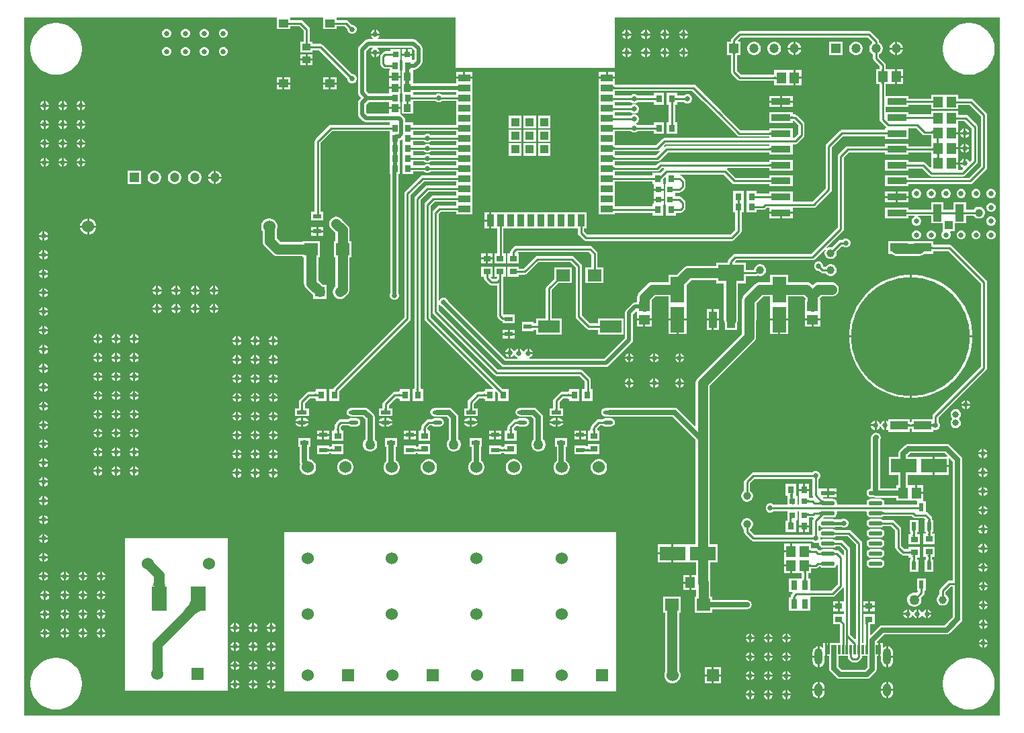
<source format=gtl>
G04*
G04 #@! TF.GenerationSoftware,Altium Limited,Altium Designer,21.3.2 (30)*
G04*
G04 Layer_Physical_Order=1*
G04 Layer_Color=255*
%FSLAX44Y44*%
%MOMM*%
G71*
G04*
G04 #@! TF.SameCoordinates,8E102A86-DBDF-4379-BD88-F244A9775125*
G04*
G04*
G04 #@! TF.FilePolarity,Positive*
G04*
G01*
G75*
%ADD10C,0.2540*%
%ADD17C,0.5080*%
%ADD18R,0.8000X0.9500*%
%ADD19C,1.0000*%
%ADD20R,1.0500X1.0500*%
%ADD21R,1.5000X0.9000*%
%ADD22R,0.9000X1.5000*%
%ADD23R,1.0000X0.6000*%
%ADD24R,1.7000X1.5000*%
%ADD25R,1.8000X3.2000*%
%ADD26R,1.0000X0.9000*%
%ADD27R,0.9000X1.0000*%
%ADD28R,0.9500X0.8000*%
%ADD29R,1.2000X1.0000*%
%ADD30R,1.9600X3.1500*%
%ADD31R,1.0000X2.1500*%
%ADD32R,3.2500X2.1500*%
%ADD33R,0.7500X0.8000*%
%ADD34R,1.2500X1.4000*%
%ADD35C,15.0000*%
%ADD36R,2.2000X1.1000*%
%ADD37R,2.4500X0.8500*%
%ADD38R,1.4000X1.2500*%
%ADD39R,2.7000X1.5000*%
%ADD40R,3.2000X1.8000*%
%ADD41O,1.7450X0.5600*%
%ADD42R,1.7450X0.5600*%
%ADD43R,0.8000X1.2000*%
%ADD44R,0.6000X1.0000*%
%ADD45R,1.2000X0.5000*%
%ADD46O,1.2000X0.5000*%
%ADD47R,1.1500X1.3500*%
%ADD48R,0.3000X1.1500*%
%ADD49R,1.0000X1.1000*%
%ADD50R,1.0500X2.2000*%
%ADD92C,1.2700*%
%ADD93C,0.6350*%
%ADD94C,0.3810*%
%ADD95C,1.2000*%
%ADD96R,1.2000X1.2000*%
%ADD97C,1.5240*%
%ADD98C,0.8000*%
%ADD99R,1.5240X1.5240*%
%ADD100O,1.0000X2.1000*%
%ADD101O,1.0000X1.6000*%
%ADD102C,0.6350*%
%ADD103C,1.2700*%
G36*
X1229360D02*
X0D01*
Y880110D01*
X316613D01*
X317850Y880030D01*
X317850Y878840D01*
Y864950D01*
X334930D01*
Y868605D01*
X346371D01*
X351715Y863261D01*
Y849430D01*
X348060D01*
Y835350D01*
X363140D01*
Y838505D01*
X371391D01*
X407035Y802861D01*
Y801503D01*
X407905Y799403D01*
X409513Y797795D01*
X411613Y796925D01*
X413887D01*
X415987Y797795D01*
X417595Y799403D01*
X418465Y801503D01*
Y803777D01*
X417595Y805877D01*
X415987Y807485D01*
X413887Y808355D01*
X412529D01*
X375747Y845137D01*
X374487Y845979D01*
X373000Y846275D01*
X363140D01*
Y849430D01*
X359485D01*
Y864870D01*
X359189Y866357D01*
X358347Y867617D01*
X350727Y875237D01*
X349467Y876079D01*
X347980Y876375D01*
X335828D01*
X334930Y877273D01*
X334930Y880030D01*
X336167Y880110D01*
X375033D01*
X376270Y880030D01*
X376270Y878840D01*
Y864950D01*
X393350D01*
Y868605D01*
X403521D01*
X407035Y865091D01*
Y863733D01*
X407905Y861633D01*
X409513Y860025D01*
X411613Y859155D01*
X413887D01*
X415987Y860025D01*
X417595Y861633D01*
X418465Y863733D01*
Y866007D01*
X417595Y868107D01*
X415987Y869715D01*
X413887Y870585D01*
X412529D01*
X407877Y875237D01*
X406617Y876079D01*
X405130Y876375D01*
X394248D01*
X393350Y877273D01*
X393350Y880030D01*
X394587Y880110D01*
X543560D01*
Y816610D01*
X744220D01*
Y880110D01*
X1229360D01*
Y0D01*
D02*
G37*
%LPC*%
G36*
X1192030Y872653D02*
X1188097D01*
X1187930Y872620D01*
X1187759Y872631D01*
X1183860Y872118D01*
X1183698Y872063D01*
X1183528Y872052D01*
X1179729Y871034D01*
X1179576Y870958D01*
X1179409Y870925D01*
X1175775Y869420D01*
X1175633Y869325D01*
X1175471Y869270D01*
X1172066Y867304D01*
X1171937Y867191D01*
X1171784Y867116D01*
X1168664Y864722D01*
X1168551Y864593D01*
X1168409Y864498D01*
X1165629Y861718D01*
X1165534Y861575D01*
X1165405Y861463D01*
X1163011Y858343D01*
X1162936Y858190D01*
X1162823Y858061D01*
X1160857Y854656D01*
X1160802Y854494D01*
X1160707Y854352D01*
X1159202Y850718D01*
X1159169Y850551D01*
X1159093Y850398D01*
X1158075Y846599D01*
X1158064Y846429D01*
X1158009Y846267D01*
X1157496Y842368D01*
X1157507Y842197D01*
X1157474Y842030D01*
Y838097D01*
X1157507Y837930D01*
X1157496Y837759D01*
X1158009Y833860D01*
X1158064Y833698D01*
X1158075Y833528D01*
X1159093Y829729D01*
X1159169Y829576D01*
X1159202Y829409D01*
X1160707Y825775D01*
X1160802Y825633D01*
X1160857Y825471D01*
X1162823Y822066D01*
X1162936Y821937D01*
X1163011Y821784D01*
X1165405Y818664D01*
X1165534Y818551D01*
X1165629Y818409D01*
X1168409Y815629D01*
X1168551Y815534D01*
X1168664Y815405D01*
X1171784Y813011D01*
X1171937Y812936D01*
X1172066Y812823D01*
X1175471Y810857D01*
X1175633Y810802D01*
X1175775Y810707D01*
X1179409Y809202D01*
X1179576Y809169D01*
X1179729Y809093D01*
X1183528Y808075D01*
X1183698Y808064D01*
X1183860Y808009D01*
X1187759Y807496D01*
X1187930Y807507D01*
X1188097Y807474D01*
X1192030D01*
X1192197Y807507D01*
X1192368Y807496D01*
X1196267Y808009D01*
X1196429Y808064D01*
X1196599Y808075D01*
X1200398Y809093D01*
X1200551Y809169D01*
X1200718Y809202D01*
X1204352Y810707D01*
X1204494Y810802D01*
X1204656Y810857D01*
X1208061Y812823D01*
X1208190Y812936D01*
X1208343Y813011D01*
X1211463Y815405D01*
X1211575Y815534D01*
X1211718Y815629D01*
X1214498Y818409D01*
X1214593Y818551D01*
X1214722Y818664D01*
X1217116Y821784D01*
X1217191Y821937D01*
X1217304Y822066D01*
X1219270Y825471D01*
X1219325Y825633D01*
X1219420Y825775D01*
X1220925Y829409D01*
X1220958Y829576D01*
X1221034Y829729D01*
X1222052Y833528D01*
X1222063Y833698D01*
X1222118Y833860D01*
X1222631Y837759D01*
X1222620Y837930D01*
X1222653Y838097D01*
Y842030D01*
X1222620Y842197D01*
X1222631Y842368D01*
X1222118Y846267D01*
X1222063Y846429D01*
X1222052Y846599D01*
X1221034Y850398D01*
X1220958Y850551D01*
X1220925Y850718D01*
X1219420Y854352D01*
X1219325Y854494D01*
X1219270Y854656D01*
X1217304Y858061D01*
X1217191Y858190D01*
X1217116Y858343D01*
X1214722Y861463D01*
X1214593Y861575D01*
X1214498Y861718D01*
X1211718Y864498D01*
X1211575Y864593D01*
X1211463Y864722D01*
X1208343Y867116D01*
X1208190Y867191D01*
X1208061Y867304D01*
X1204656Y869270D01*
X1204494Y869325D01*
X1204352Y869420D01*
X1200718Y870925D01*
X1200551Y870958D01*
X1200398Y871034D01*
X1196599Y872052D01*
X1196429Y872063D01*
X1196267Y872118D01*
X1192368Y872631D01*
X1192197Y872620D01*
X1192030Y872653D01*
D02*
G37*
G36*
X42030D02*
X38097D01*
X37930Y872620D01*
X37759Y872631D01*
X33860Y872118D01*
X33698Y872063D01*
X33528Y872052D01*
X29729Y871034D01*
X29576Y870958D01*
X29409Y870925D01*
X25775Y869420D01*
X25633Y869325D01*
X25471Y869270D01*
X22066Y867304D01*
X21937Y867191D01*
X21784Y867116D01*
X18664Y864722D01*
X18551Y864593D01*
X18409Y864498D01*
X15629Y861718D01*
X15534Y861575D01*
X15405Y861463D01*
X13011Y858343D01*
X12936Y858190D01*
X12823Y858061D01*
X10857Y854656D01*
X10802Y854494D01*
X10707Y854352D01*
X9202Y850718D01*
X9169Y850551D01*
X9093Y850398D01*
X8075Y846599D01*
X8064Y846429D01*
X8009Y846267D01*
X7496Y842368D01*
X7507Y842197D01*
X7474Y842030D01*
Y838097D01*
X7507Y837930D01*
X7496Y837759D01*
X8009Y833860D01*
X8064Y833698D01*
X8075Y833528D01*
X9093Y829729D01*
X9169Y829576D01*
X9202Y829409D01*
X10707Y825775D01*
X10802Y825633D01*
X10857Y825471D01*
X12823Y822066D01*
X12936Y821937D01*
X13011Y821784D01*
X15405Y818664D01*
X15534Y818551D01*
X15629Y818409D01*
X18409Y815629D01*
X18551Y815534D01*
X18664Y815405D01*
X21784Y813011D01*
X21937Y812936D01*
X22066Y812823D01*
X25471Y810857D01*
X25633Y810802D01*
X25775Y810707D01*
X29409Y809202D01*
X29576Y809169D01*
X29729Y809093D01*
X33528Y808075D01*
X33698Y808064D01*
X33860Y808009D01*
X37759Y807496D01*
X37930Y807507D01*
X38097Y807474D01*
X42030D01*
X42197Y807507D01*
X42368Y807496D01*
X46267Y808009D01*
X46429Y808064D01*
X46599Y808075D01*
X50398Y809093D01*
X50551Y809169D01*
X50718Y809202D01*
X54352Y810707D01*
X54494Y810802D01*
X54655Y810857D01*
X58061Y812823D01*
X58190Y812936D01*
X58343Y813011D01*
X61463Y815405D01*
X61575Y815534D01*
X61718Y815629D01*
X64498Y818409D01*
X64593Y818551D01*
X64722Y818664D01*
X67116Y821784D01*
X67191Y821937D01*
X67304Y822066D01*
X69270Y825471D01*
X69325Y825633D01*
X69420Y825775D01*
X70925Y829409D01*
X70958Y829576D01*
X71034Y829729D01*
X72052Y833528D01*
X72063Y833698D01*
X72118Y833860D01*
X72631Y837759D01*
X72620Y837930D01*
X72653Y838097D01*
Y842030D01*
X72620Y842197D01*
X72631Y842368D01*
X72118Y846267D01*
X72063Y846429D01*
X72052Y846599D01*
X71034Y850398D01*
X70958Y850551D01*
X70925Y850718D01*
X69420Y854352D01*
X69325Y854494D01*
X69270Y854656D01*
X67304Y858061D01*
X67191Y858190D01*
X67116Y858343D01*
X64722Y861463D01*
X64593Y861575D01*
X64498Y861718D01*
X61718Y864498D01*
X61575Y864593D01*
X61463Y864722D01*
X58343Y867116D01*
X58190Y867191D01*
X58061Y867304D01*
X54655Y869270D01*
X54494Y869325D01*
X54352Y869420D01*
X50718Y870925D01*
X50551Y870958D01*
X50398Y871034D01*
X46599Y872052D01*
X46429Y872063D01*
X46267Y872118D01*
X42368Y872631D01*
X42197Y872620D01*
X42030Y872653D01*
D02*
G37*
G36*
X831935Y864180D02*
Y859790D01*
X836324D01*
X835510Y861757D01*
X833902Y863365D01*
X831935Y864180D01*
D02*
G37*
G36*
X829395D02*
X827427Y863365D01*
X825820Y861757D01*
X825005Y859790D01*
X829395D01*
Y864180D01*
D02*
G37*
G36*
X808101D02*
Y859790D01*
X812491D01*
X811676Y861757D01*
X810068Y863365D01*
X808101Y864180D01*
D02*
G37*
G36*
X805561D02*
X803594Y863365D01*
X801986Y861757D01*
X801171Y859790D01*
X805561D01*
Y864180D01*
D02*
G37*
G36*
X784267D02*
Y859790D01*
X788657D01*
X787842Y861757D01*
X786235Y863365D01*
X784267Y864180D01*
D02*
G37*
G36*
X781727D02*
X779760Y863365D01*
X778152Y861757D01*
X777337Y859790D01*
X781727D01*
Y864180D01*
D02*
G37*
G36*
X760434D02*
Y859790D01*
X764824D01*
X764009Y861757D01*
X762401Y863365D01*
X760434Y864180D01*
D02*
G37*
G36*
X757894D02*
X755926Y863365D01*
X754319Y861757D01*
X753504Y859790D01*
X757894D01*
Y864180D01*
D02*
G37*
G36*
X443230D02*
Y859790D01*
X447620D01*
X446805Y861757D01*
X445197Y863365D01*
X443230Y864180D01*
D02*
G37*
G36*
X440690D02*
X438723Y863365D01*
X437115Y861757D01*
X436300Y859790D01*
X440690D01*
Y864180D01*
D02*
G37*
G36*
X251708Y865505D02*
X249434D01*
X247334Y864635D01*
X245726Y863027D01*
X244856Y860927D01*
Y858653D01*
X245726Y856553D01*
X247334Y854945D01*
X249434Y854075D01*
X251708D01*
X253808Y854945D01*
X255416Y856553D01*
X256286Y858653D01*
Y860927D01*
X255416Y863027D01*
X253808Y864635D01*
X251708Y865505D01*
D02*
G37*
G36*
X227874D02*
X225600D01*
X223500Y864635D01*
X221892Y863027D01*
X221022Y860927D01*
Y858653D01*
X221892Y856553D01*
X223500Y854945D01*
X225600Y854075D01*
X227874D01*
X229975Y854945D01*
X231582Y856553D01*
X232452Y858653D01*
Y860927D01*
X231582Y863027D01*
X229975Y864635D01*
X227874Y865505D01*
D02*
G37*
G36*
X204040D02*
X201767D01*
X199666Y864635D01*
X198059Y863027D01*
X197189Y860927D01*
Y858653D01*
X198059Y856553D01*
X199666Y854945D01*
X201767Y854075D01*
X204040D01*
X206141Y854945D01*
X207749Y856553D01*
X208619Y858653D01*
Y860927D01*
X207749Y863027D01*
X206141Y864635D01*
X204040Y865505D01*
D02*
G37*
G36*
X180207D02*
X177933D01*
X175833Y864635D01*
X174225Y863027D01*
X173355Y860927D01*
Y858653D01*
X174225Y856553D01*
X175833Y854945D01*
X177933Y854075D01*
X180207D01*
X182307Y854945D01*
X183915Y856553D01*
X184785Y858653D01*
Y860927D01*
X183915Y863027D01*
X182307Y864635D01*
X180207Y865505D01*
D02*
G37*
G36*
X836324Y857250D02*
X831935D01*
Y852860D01*
X833902Y853675D01*
X835510Y855283D01*
X836324Y857250D01*
D02*
G37*
G36*
X829395D02*
X825005D01*
X825820Y855283D01*
X827427Y853675D01*
X829395Y852860D01*
Y857250D01*
D02*
G37*
G36*
X812491D02*
X808101D01*
Y852860D01*
X810068Y853675D01*
X811676Y855283D01*
X812491Y857250D01*
D02*
G37*
G36*
X805561D02*
X801171D01*
X801986Y855283D01*
X803594Y853675D01*
X805561Y852860D01*
Y857250D01*
D02*
G37*
G36*
X788657D02*
X784267D01*
Y852860D01*
X786235Y853675D01*
X787842Y855283D01*
X788657Y857250D01*
D02*
G37*
G36*
X781727D02*
X777337D01*
X778152Y855283D01*
X779760Y853675D01*
X781727Y852860D01*
Y857250D01*
D02*
G37*
G36*
X764824D02*
X760434D01*
Y852860D01*
X762401Y853675D01*
X764009Y855283D01*
X764824Y857250D01*
D02*
G37*
G36*
X757894D02*
X753504D01*
X754319Y855283D01*
X755926Y853675D01*
X757894Y852860D01*
Y857250D01*
D02*
G37*
G36*
X1099820Y849241D02*
Y842010D01*
X1107051D01*
X1106508Y844036D01*
X1105384Y845984D01*
X1103794Y847574D01*
X1101846Y848698D01*
X1099820Y849241D01*
D02*
G37*
G36*
X1097280D02*
X1095254Y848698D01*
X1093306Y847574D01*
X1091716Y845984D01*
X1090592Y844036D01*
X1090049Y842010D01*
X1097280D01*
Y849241D01*
D02*
G37*
G36*
X971550D02*
Y842010D01*
X978781D01*
X978238Y844036D01*
X977114Y845984D01*
X975524Y847574D01*
X973576Y848698D01*
X971550Y849241D01*
D02*
G37*
G36*
X969010D02*
X966984Y848698D01*
X965036Y847574D01*
X963446Y845984D01*
X962322Y844036D01*
X961779Y842010D01*
X969010D01*
Y849241D01*
D02*
G37*
G36*
X831935Y841320D02*
Y836930D01*
X836324D01*
X835510Y838897D01*
X833902Y840505D01*
X831935Y841320D01*
D02*
G37*
G36*
X829395D02*
X827427Y840505D01*
X825820Y838897D01*
X825005Y836930D01*
X829395D01*
Y841320D01*
D02*
G37*
G36*
X808101D02*
Y836930D01*
X812491D01*
X811676Y838897D01*
X810068Y840505D01*
X808101Y841320D01*
D02*
G37*
G36*
X805561D02*
X803594Y840505D01*
X801986Y838897D01*
X801171Y836930D01*
X805561D01*
Y841320D01*
D02*
G37*
G36*
X784267D02*
Y836930D01*
X788657D01*
X787842Y838897D01*
X786235Y840505D01*
X784267Y841320D01*
D02*
G37*
G36*
X781727D02*
X779760Y840505D01*
X778152Y838897D01*
X777337Y836930D01*
X781727D01*
Y841320D01*
D02*
G37*
G36*
X760434D02*
Y836930D01*
X764824D01*
X764009Y838897D01*
X762401Y840505D01*
X760434Y841320D01*
D02*
G37*
G36*
X757894D02*
X755926Y840505D01*
X754319Y838897D01*
X753504Y836930D01*
X757894D01*
Y841320D01*
D02*
G37*
G36*
X1107051Y839470D02*
X1099820D01*
Y832239D01*
X1101846Y832782D01*
X1103794Y833906D01*
X1105384Y835496D01*
X1106508Y837444D01*
X1107051Y839470D01*
D02*
G37*
G36*
X1097280D02*
X1090049D01*
X1090592Y837444D01*
X1091716Y835496D01*
X1093306Y833906D01*
X1095254Y832782D01*
X1097280Y832239D01*
Y839470D01*
D02*
G37*
G36*
X978781D02*
X971550D01*
Y832239D01*
X973576Y832782D01*
X975524Y833906D01*
X977114Y835496D01*
X978238Y837444D01*
X978781Y839470D01*
D02*
G37*
G36*
X969010D02*
X961779D01*
X962322Y837444D01*
X963446Y835496D01*
X965036Y833906D01*
X966984Y832782D01*
X969010Y832239D01*
Y839470D01*
D02*
G37*
G36*
X1048874Y849280D02*
X1046626D01*
X1044454Y848698D01*
X1042506Y847574D01*
X1040916Y845984D01*
X1039792Y844036D01*
X1039210Y841864D01*
Y839616D01*
X1039792Y837444D01*
X1040916Y835496D01*
X1042506Y833906D01*
X1044454Y832782D01*
X1046626Y832200D01*
X1048874D01*
X1051046Y832782D01*
X1052994Y833906D01*
X1054584Y835496D01*
X1055708Y837444D01*
X1056290Y839616D01*
Y841864D01*
X1055708Y844036D01*
X1054584Y845984D01*
X1052994Y847574D01*
X1051046Y848698D01*
X1048874Y849280D01*
D02*
G37*
G36*
X1030890D02*
X1013810D01*
Y832200D01*
X1030890D01*
Y849280D01*
D02*
G37*
G36*
X946004D02*
X943756D01*
X941584Y848698D01*
X939636Y847574D01*
X938046Y845984D01*
X936922Y844036D01*
X936340Y841864D01*
Y839616D01*
X936922Y837444D01*
X938046Y835496D01*
X939636Y833906D01*
X941584Y832782D01*
X943756Y832200D01*
X946004D01*
X948176Y832782D01*
X950124Y833906D01*
X951714Y835496D01*
X952838Y837444D01*
X953420Y839616D01*
Y841864D01*
X952838Y844036D01*
X951714Y845984D01*
X950124Y847574D01*
X948176Y848698D01*
X946004Y849280D01*
D02*
G37*
G36*
X920604D02*
X918356D01*
X916184Y848698D01*
X914236Y847574D01*
X912646Y845984D01*
X911522Y844036D01*
X910940Y841864D01*
Y839616D01*
X911522Y837444D01*
X912646Y835496D01*
X914236Y833906D01*
X916184Y832782D01*
X918356Y832200D01*
X920604D01*
X922776Y832782D01*
X924724Y833906D01*
X926314Y835496D01*
X927438Y837444D01*
X928020Y839616D01*
Y841864D01*
X927438Y844036D01*
X926314Y845984D01*
X924724Y847574D01*
X922776Y848698D01*
X920604Y849280D01*
D02*
G37*
G36*
X251708Y842645D02*
X249434D01*
X247334Y841775D01*
X245726Y840167D01*
X244856Y838067D01*
Y835793D01*
X245726Y833693D01*
X247334Y832085D01*
X249434Y831215D01*
X251708D01*
X253808Y832085D01*
X255416Y833693D01*
X256286Y835793D01*
Y838067D01*
X255416Y840167D01*
X253808Y841775D01*
X251708Y842645D01*
D02*
G37*
G36*
X227874D02*
X225600D01*
X223500Y841775D01*
X221892Y840167D01*
X221022Y838067D01*
Y835793D01*
X221892Y833693D01*
X223500Y832085D01*
X225600Y831215D01*
X227874D01*
X229975Y832085D01*
X231582Y833693D01*
X232452Y835793D01*
Y838067D01*
X231582Y840167D01*
X229975Y841775D01*
X227874Y842645D01*
D02*
G37*
G36*
X204040D02*
X201767D01*
X199666Y841775D01*
X198059Y840167D01*
X197189Y838067D01*
Y835793D01*
X198059Y833693D01*
X199666Y832085D01*
X201767Y831215D01*
X204040D01*
X206141Y832085D01*
X207749Y833693D01*
X208619Y835793D01*
Y838067D01*
X207749Y840167D01*
X206141Y841775D01*
X204040Y842645D01*
D02*
G37*
G36*
X180207D02*
X177933D01*
X175833Y841775D01*
X174225Y840167D01*
X173355Y838067D01*
Y835793D01*
X174225Y833693D01*
X175833Y832085D01*
X177933Y831215D01*
X180207D01*
X182307Y832085D01*
X183915Y833693D01*
X184785Y835793D01*
Y838067D01*
X183915Y840167D01*
X182307Y841775D01*
X180207Y842645D01*
D02*
G37*
G36*
X836324Y834390D02*
X831935D01*
Y830000D01*
X833902Y830815D01*
X835510Y832423D01*
X836324Y834390D01*
D02*
G37*
G36*
X829395D02*
X825005D01*
X825820Y832423D01*
X827427Y830815D01*
X829395Y830000D01*
Y834390D01*
D02*
G37*
G36*
X812491D02*
X808101D01*
Y830000D01*
X810068Y830815D01*
X811676Y832423D01*
X812491Y834390D01*
D02*
G37*
G36*
X805561D02*
X801171D01*
X801986Y832423D01*
X803594Y830815D01*
X805561Y830000D01*
Y834390D01*
D02*
G37*
G36*
X788657D02*
X784267D01*
Y830000D01*
X786235Y830815D01*
X787842Y832423D01*
X788657Y834390D01*
D02*
G37*
G36*
X781727D02*
X777337D01*
X778152Y832423D01*
X779760Y830815D01*
X781727Y830000D01*
Y834390D01*
D02*
G37*
G36*
X764824D02*
X760434D01*
Y830000D01*
X762401Y830815D01*
X764009Y832423D01*
X764824Y834390D01*
D02*
G37*
G36*
X757894D02*
X753504D01*
X754319Y832423D01*
X755926Y830815D01*
X757894Y830000D01*
Y834390D01*
D02*
G37*
G36*
X363140Y833430D02*
X356870D01*
Y827660D01*
X363140D01*
Y833430D01*
D02*
G37*
G36*
X354330D02*
X348060D01*
Y827660D01*
X354330D01*
Y833430D01*
D02*
G37*
G36*
X363140Y825120D02*
X356870D01*
Y819350D01*
X363140D01*
Y825120D01*
D02*
G37*
G36*
X354330D02*
X348060D01*
Y819350D01*
X354330D01*
Y825120D01*
D02*
G37*
G36*
X1107340Y814720D02*
X1099820D01*
Y806450D01*
X1107340D01*
Y814720D01*
D02*
G37*
G36*
X744100Y810950D02*
X735330D01*
Y805180D01*
X744100D01*
Y810950D01*
D02*
G37*
G36*
X564200D02*
X555430D01*
Y805180D01*
X564200D01*
Y810950D01*
D02*
G37*
G36*
X979070Y813450D02*
X971550D01*
Y805180D01*
X979070D01*
Y813450D01*
D02*
G37*
G36*
X732790Y810950D02*
X724020D01*
Y805180D01*
X732790D01*
Y810950D01*
D02*
G37*
G36*
X552890D02*
X544120D01*
Y805180D01*
X552890D01*
Y810950D01*
D02*
G37*
G36*
X393350Y804030D02*
X386080D01*
Y797760D01*
X393350D01*
Y804030D01*
D02*
G37*
G36*
X334930D02*
X327660D01*
Y797760D01*
X334930D01*
Y804030D01*
D02*
G37*
G36*
X383540D02*
X376270D01*
Y797760D01*
X383540D01*
Y804030D01*
D02*
G37*
G36*
X325120D02*
X317850D01*
Y797760D01*
X325120D01*
Y804030D01*
D02*
G37*
G36*
X1107340Y803910D02*
X1099820D01*
Y795640D01*
X1107340D01*
Y803910D01*
D02*
G37*
G36*
X979070Y802640D02*
X971550D01*
Y794370D01*
X979070D01*
Y802640D01*
D02*
G37*
G36*
X393350Y795220D02*
X386080D01*
Y788950D01*
X393350D01*
Y795220D01*
D02*
G37*
G36*
X383540D02*
X376270D01*
Y788950D01*
X383540D01*
Y795220D01*
D02*
G37*
G36*
X334930D02*
X327660D01*
Y788950D01*
X334930D01*
Y795220D01*
D02*
G37*
G36*
X325120D02*
X317850D01*
Y788950D01*
X325120D01*
Y795220D01*
D02*
G37*
G36*
X968090Y780370D02*
X954570D01*
Y774850D01*
X968090D01*
Y780370D01*
D02*
G37*
G36*
X952030D02*
X938510D01*
Y774850D01*
X952030D01*
Y780370D01*
D02*
G37*
G36*
X72390Y774391D02*
Y770001D01*
X76780D01*
X75965Y771968D01*
X74357Y773576D01*
X72390Y774391D01*
D02*
G37*
G36*
X69850D02*
X67883Y773576D01*
X66275Y771968D01*
X65460Y770001D01*
X69850D01*
Y774391D01*
D02*
G37*
G36*
X49530D02*
Y770001D01*
X53920D01*
X53105Y771968D01*
X51497Y773576D01*
X49530Y774391D01*
D02*
G37*
G36*
X46990D02*
X45023Y773576D01*
X43415Y771968D01*
X42600Y770001D01*
X46990D01*
Y774391D01*
D02*
G37*
G36*
X26670D02*
Y770001D01*
X31060D01*
X30245Y771968D01*
X28637Y773576D01*
X26670Y774391D01*
D02*
G37*
G36*
X24130D02*
X22163Y773576D01*
X20555Y771968D01*
X19740Y770001D01*
X24130D01*
Y774391D01*
D02*
G37*
G36*
X968090Y772310D02*
X954570D01*
Y766790D01*
X968090D01*
Y772310D01*
D02*
G37*
G36*
X952030D02*
X938510D01*
Y766790D01*
X952030D01*
Y772310D01*
D02*
G37*
G36*
X76780Y767461D02*
X72390D01*
Y763071D01*
X74357Y763886D01*
X75965Y765494D01*
X76780Y767461D01*
D02*
G37*
G36*
X69850D02*
X65460D01*
X66275Y765494D01*
X67883Y763886D01*
X69850Y763071D01*
Y767461D01*
D02*
G37*
G36*
X53920D02*
X49530D01*
Y763071D01*
X51497Y763886D01*
X53105Y765494D01*
X53920Y767461D01*
D02*
G37*
G36*
X46990D02*
X42600D01*
X43415Y765494D01*
X45023Y763886D01*
X46990Y763071D01*
Y767461D01*
D02*
G37*
G36*
X31060D02*
X26670D01*
Y763071D01*
X28637Y763886D01*
X30245Y765494D01*
X31060Y767461D01*
D02*
G37*
G36*
X24130D02*
X19740D01*
X20555Y765494D01*
X22163Y763886D01*
X24130Y763071D01*
Y767461D01*
D02*
G37*
G36*
X72390Y750557D02*
Y746167D01*
X76780D01*
X75965Y748135D01*
X74357Y749742D01*
X72390Y750557D01*
D02*
G37*
G36*
X69850D02*
X67883Y749742D01*
X66275Y748135D01*
X65460Y746167D01*
X69850D01*
Y750557D01*
D02*
G37*
G36*
X49530D02*
Y746167D01*
X53920D01*
X53105Y748135D01*
X51497Y749742D01*
X49530Y750557D01*
D02*
G37*
G36*
X46990D02*
X45023Y749742D01*
X43415Y748135D01*
X42600Y746167D01*
X46990D01*
Y750557D01*
D02*
G37*
G36*
X26670D02*
Y746167D01*
X31060D01*
X30245Y748135D01*
X28637Y749742D01*
X26670Y750557D01*
D02*
G37*
G36*
X24130D02*
X22163Y749742D01*
X20555Y748135D01*
X19740Y746167D01*
X24130D01*
Y750557D01*
D02*
G37*
G36*
X662930Y755820D02*
X647350D01*
Y740240D01*
X662930D01*
Y755820D01*
D02*
G37*
G36*
X644515D02*
X628935D01*
Y740240D01*
X644515D01*
Y755820D01*
D02*
G37*
G36*
X626100D02*
X610520D01*
Y740240D01*
X626100D01*
Y755820D01*
D02*
G37*
G36*
X76780Y743627D02*
X72390D01*
Y739238D01*
X74357Y740052D01*
X75965Y741660D01*
X76780Y743627D01*
D02*
G37*
G36*
X69850D02*
X65460D01*
X66275Y741660D01*
X67883Y740052D01*
X69850Y739238D01*
Y743627D01*
D02*
G37*
G36*
X53920D02*
X49530D01*
Y739238D01*
X51497Y740052D01*
X53105Y741660D01*
X53920Y743627D01*
D02*
G37*
G36*
X46990D02*
X42600D01*
X43415Y741660D01*
X45023Y740052D01*
X46990Y739238D01*
Y743627D01*
D02*
G37*
G36*
X31060D02*
X26670D01*
Y739238D01*
X28637Y740052D01*
X30245Y741660D01*
X31060Y743627D01*
D02*
G37*
G36*
X24130D02*
X19740D01*
X20555Y741660D01*
X22163Y740052D01*
X24130Y739238D01*
Y743627D01*
D02*
G37*
G36*
X662930Y738300D02*
X647350D01*
Y722720D01*
X662930D01*
Y738300D01*
D02*
G37*
G36*
X644515D02*
X628935D01*
Y722720D01*
X644515D01*
Y738300D01*
D02*
G37*
G36*
X626100D02*
X610520D01*
Y722720D01*
X626100D01*
Y738300D01*
D02*
G37*
G36*
X72390Y726723D02*
Y722334D01*
X76780D01*
X75965Y724301D01*
X74357Y725909D01*
X72390Y726723D01*
D02*
G37*
G36*
X69850D02*
X67883Y725909D01*
X66275Y724301D01*
X65460Y722334D01*
X69850D01*
Y726723D01*
D02*
G37*
G36*
X49530D02*
Y722334D01*
X53920D01*
X53105Y724301D01*
X51497Y725909D01*
X49530Y726723D01*
D02*
G37*
G36*
X46990D02*
X45023Y725909D01*
X43415Y724301D01*
X42600Y722334D01*
X46990D01*
Y726723D01*
D02*
G37*
G36*
X26670D02*
Y722334D01*
X31060D01*
X30245Y724301D01*
X28637Y725909D01*
X26670Y726723D01*
D02*
G37*
G36*
X24130D02*
X22163Y725909D01*
X20555Y724301D01*
X19740Y722334D01*
X24130D01*
Y726723D01*
D02*
G37*
G36*
X1064260Y862405D02*
X901700D01*
X900213Y862109D01*
X898953Y861267D01*
X891333Y853647D01*
X890491Y852387D01*
X890195Y850900D01*
Y849280D01*
X885540D01*
Y832200D01*
X890195D01*
Y811530D01*
X890491Y810043D01*
X891333Y808783D01*
X898953Y801163D01*
X900213Y800321D01*
X901700Y800025D01*
X944990D01*
Y794370D01*
X969010D01*
Y803910D01*
Y813450D01*
X944990D01*
Y807795D01*
X903309D01*
X897965Y813139D01*
Y832200D01*
X902620D01*
Y849280D01*
X899750D01*
X899224Y850550D01*
X903309Y854635D01*
X1062651D01*
X1068314Y848972D01*
X1068148Y847713D01*
X1067906Y847574D01*
X1066316Y845984D01*
X1065192Y844036D01*
X1064610Y841864D01*
Y839616D01*
X1065192Y837444D01*
X1066316Y835496D01*
X1067906Y833906D01*
X1069265Y833122D01*
Y828040D01*
X1069561Y826553D01*
X1070403Y825293D01*
X1077525Y818171D01*
Y814720D01*
X1073260D01*
Y795640D01*
X1077525D01*
Y751378D01*
X1077821Y749891D01*
X1078663Y748631D01*
X1085654Y741640D01*
X1085529Y740965D01*
X1085186Y740370D01*
X1084510D01*
Y737945D01*
X1029970D01*
X1028483Y737649D01*
X1027223Y736807D01*
X1010713Y720297D01*
X1009871Y719037D01*
X1009575Y717550D01*
Y664549D01*
X992801Y647775D01*
X968090D01*
Y660370D01*
X938510D01*
Y657935D01*
X922840D01*
Y661340D01*
X909760D01*
Y646760D01*
Y634060D01*
X922840D01*
Y637465D01*
X930910D01*
X932397Y637761D01*
X933657Y638603D01*
X935059Y640005D01*
X938510D01*
Y634850D01*
X953300D01*
X968090D01*
Y640005D01*
X994410D01*
X995897Y640301D01*
X997157Y641143D01*
X1016207Y660193D01*
X1017049Y661453D01*
X1017345Y662940D01*
Y715941D01*
X1031579Y730175D01*
X1084510D01*
Y726790D01*
X1114090D01*
Y740335D01*
X1123611D01*
X1131363Y732583D01*
X1132623Y731741D01*
X1134110Y731445D01*
X1142610D01*
Y724520D01*
Y717465D01*
X1114090D01*
Y720370D01*
X1084510D01*
Y717465D01*
X1037430D01*
X1035943Y717169D01*
X1034683Y716327D01*
X1025953Y707597D01*
X1025111Y706337D01*
X1024815Y704850D01*
Y615019D01*
X991531Y581735D01*
X895350D01*
X893863Y581439D01*
X892603Y580597D01*
X887523Y575517D01*
X886681Y574257D01*
X886385Y572770D01*
Y570860D01*
X871480D01*
Y566537D01*
X836460D01*
X834139Y566231D01*
X831977Y565335D01*
X830120Y563910D01*
X821819Y555610D01*
X811420D01*
Y546037D01*
X791070D01*
X788749Y545731D01*
X786587Y544835D01*
X784730Y543410D01*
X774710Y533390D01*
X773285Y531533D01*
X772389Y529371D01*
X772083Y527050D01*
Y524360D01*
X771510D01*
Y520649D01*
X769440D01*
X769439Y520649D01*
X767457Y520255D01*
X765777Y519132D01*
X758337Y511693D01*
X757215Y510013D01*
X756821Y508031D01*
Y475855D01*
X730645Y449679D01*
X636630D01*
X636377Y450950D01*
X638237Y451720D01*
X639845Y453328D01*
X640660Y455295D01*
X635000D01*
Y456565D01*
X633730D01*
Y462225D01*
X631763Y461410D01*
X630155Y459802D01*
X629655Y458595D01*
X628280D01*
X627780Y459802D01*
X626172Y461410D01*
X624205Y462225D01*
Y456565D01*
X621665D01*
Y462225D01*
X619698Y461410D01*
X618090Y459802D01*
X618010Y459608D01*
X616635D01*
X616309Y460396D01*
X614701Y462004D01*
X612734Y462818D01*
Y457159D01*
Y451499D01*
X614701Y452314D01*
X616309Y453921D01*
X616389Y454116D01*
X617764D01*
X618090Y453328D01*
X619698Y451720D01*
X621558Y450950D01*
X621305Y449679D01*
X606665D01*
X533700Y522645D01*
X533165Y523937D01*
X531557Y525545D01*
X529457Y526415D01*
X527183D01*
X525083Y525545D01*
X523475Y523937D01*
X523315Y523550D01*
X522045Y523803D01*
Y632121D01*
X524849Y634925D01*
X544120D01*
Y631770D01*
X564200D01*
Y644470D01*
Y657170D01*
Y669870D01*
Y682570D01*
Y695270D01*
Y707970D01*
Y720670D01*
Y733370D01*
Y746070D01*
Y758770D01*
Y771470D01*
Y784170D01*
Y796870D01*
Y802640D01*
X554160D01*
X544120D01*
Y796389D01*
X489780D01*
Y812720D01*
X489780Y812720D01*
X489780D01*
X489827Y813970D01*
X491490D01*
X493472Y814365D01*
X495153Y815488D01*
X500233Y820567D01*
X501355Y822248D01*
X501749Y824230D01*
Y840740D01*
X501355Y842722D01*
X500233Y844402D01*
X493882Y850752D01*
X492202Y851875D01*
X490220Y852270D01*
X445123D01*
X444870Y853540D01*
X445197Y853675D01*
X446805Y855283D01*
X447620Y857250D01*
X436300D01*
X437115Y855283D01*
X438723Y853675D01*
X439050Y853540D01*
X438797Y852270D01*
X433070D01*
X431088Y851875D01*
X429408Y850752D01*
X421787Y843132D01*
X420665Y841452D01*
X420271Y839470D01*
Y784860D01*
X420665Y782878D01*
X421787Y781198D01*
X424475Y778510D01*
X421787Y775823D01*
X420665Y774142D01*
X420271Y772160D01*
Y758190D01*
X420665Y756208D01*
X421787Y754528D01*
X426867Y749447D01*
X428548Y748325D01*
X430530Y747931D01*
X459016D01*
X460190Y747700D01*
Y744295D01*
X386298D01*
X384811Y743999D01*
X383551Y743157D01*
X368311Y727917D01*
X368311Y727917D01*
X366823Y726429D01*
X365981Y725169D01*
X365685Y723682D01*
Y634800D01*
X361460D01*
Y623720D01*
X376540D01*
Y634800D01*
X373455D01*
Y722073D01*
X373805Y722423D01*
X373805Y722423D01*
X387907Y736525D01*
X460190D01*
Y733120D01*
X460204D01*
Y720420D01*
Y707720D01*
Y695020D01*
Y682320D01*
X461153D01*
Y532606D01*
X460375Y530727D01*
Y528453D01*
X461245Y526353D01*
X462853Y524745D01*
X464953Y523875D01*
X467227D01*
X469327Y524745D01*
X470935Y526353D01*
X471805Y528453D01*
Y530727D01*
X471512Y531433D01*
Y682320D01*
X473284D01*
Y695020D01*
Y707720D01*
Y720420D01*
Y724995D01*
X473986Y725135D01*
X475434Y726102D01*
X476704Y725698D01*
Y720420D01*
Y707720D01*
Y695020D01*
Y682320D01*
X489784D01*
Y685725D01*
X503802D01*
X504763Y684765D01*
X506863Y683895D01*
X509137D01*
X511237Y684765D01*
X512198Y685725D01*
X544120D01*
Y680795D01*
X501650D01*
X500163Y680499D01*
X498903Y679657D01*
X479853Y660607D01*
X479011Y659347D01*
X478715Y657860D01*
Y501989D01*
X390082Y413356D01*
X389240Y412096D01*
X389052Y411150D01*
X383980D01*
Y396570D01*
X397060D01*
Y409346D01*
X485347Y497633D01*
X486189Y498893D01*
X486485Y500380D01*
Y656251D01*
X503259Y673025D01*
X544120D01*
Y668095D01*
X508000D01*
X506513Y667799D01*
X505253Y666957D01*
X492553Y654257D01*
X491711Y652997D01*
X491415Y651510D01*
Y412735D01*
X491237Y412586D01*
X490929Y412380D01*
X490852Y412265D01*
X490745Y412176D01*
X490573Y411848D01*
X490367Y411540D01*
X490340Y411404D01*
X490276Y411281D01*
X490264Y411150D01*
X489390D01*
Y396570D01*
X502470D01*
Y411150D01*
X500336D01*
X500324Y411281D01*
X500260Y411404D01*
X500233Y411540D01*
X500027Y411848D01*
X499855Y412176D01*
X499748Y412265D01*
X499671Y412380D01*
X499363Y412586D01*
X499185Y412735D01*
Y649901D01*
X509609Y660325D01*
X544120D01*
Y655395D01*
X515620D01*
X514133Y655099D01*
X512873Y654257D01*
X505253Y646637D01*
X504411Y645377D01*
X504115Y643890D01*
Y500600D01*
X504411Y499113D01*
X505253Y497853D01*
X590783Y412323D01*
X590297Y411150D01*
X580200D01*
Y408926D01*
X580156Y408917D01*
X579785Y408883D01*
X579664Y408819D01*
X579529Y408793D01*
X579220Y408586D01*
X578891Y408413D01*
X578803Y408307D01*
X578689Y408231D01*
X578483Y407922D01*
X578335Y407745D01*
X571500D01*
X570013Y407449D01*
X568753Y406607D01*
X559743Y397597D01*
X558901Y396337D01*
X558605Y394850D01*
Y387310D01*
X553950D01*
Y377230D01*
X571030D01*
Y387310D01*
X566375D01*
Y393241D01*
X573109Y399975D01*
X578335D01*
X578483Y399798D01*
X578689Y399489D01*
X578803Y399413D01*
X578891Y399307D01*
X579220Y399134D01*
X579529Y398927D01*
X579664Y398901D01*
X579785Y398837D01*
X580156Y398803D01*
X580200Y398794D01*
Y396570D01*
X593280D01*
Y408167D01*
X594453Y408653D01*
X596700Y406406D01*
Y396570D01*
X609780D01*
Y411150D01*
X602944D01*
X511885Y502209D01*
Y642281D01*
X517229Y647625D01*
X544120D01*
Y642695D01*
X523240D01*
X521753Y642399D01*
X520493Y641557D01*
X515413Y636477D01*
X514571Y635217D01*
X514275Y633730D01*
Y508872D01*
X514571Y507385D01*
X515413Y506125D01*
X592485Y429053D01*
X593745Y428211D01*
X595232Y427915D01*
X699431D01*
X706045Y421301D01*
Y411150D01*
X702750D01*
Y396570D01*
X715830D01*
Y411150D01*
X713815D01*
Y422910D01*
X713519Y424397D01*
X712677Y425657D01*
X703787Y434547D01*
X702527Y435389D01*
X701040Y435685D01*
X596841D01*
X522045Y510481D01*
Y517597D01*
X523315Y517850D01*
X523475Y517463D01*
X525083Y515855D01*
X526376Y515320D01*
X600858Y440838D01*
X602538Y439715D01*
X604520Y439320D01*
X604520Y439320D01*
X732790D01*
X734772Y439715D01*
X736452Y440838D01*
X765663Y470047D01*
X766785Y471728D01*
X767179Y473710D01*
X767179Y473710D01*
Y505885D01*
X770337Y509042D01*
X771510Y508556D01*
Y500340D01*
X781050D01*
X790590D01*
Y506780D01*
Y523909D01*
X794784Y528103D01*
X811420D01*
Y518880D01*
X811420Y518530D01*
Y517610D01*
X811420Y517260D01*
Y500340D01*
X834500D01*
Y517260D01*
X834500Y517610D01*
Y518530D01*
X834500Y518880D01*
Y542929D01*
X840174Y548603D01*
X871480D01*
Y544280D01*
X881303D01*
Y499070D01*
X881609Y496749D01*
X882505Y494587D01*
X882730Y494293D01*
Y485780D01*
X897810D01*
Y494293D01*
X898035Y494587D01*
X898931Y496749D01*
X899237Y499070D01*
Y544280D01*
X909060D01*
Y553685D01*
X921311D01*
X922798Y553981D01*
X923710Y554591D01*
X924190Y554314D01*
X926107Y553800D01*
X928093D01*
X930010Y554314D01*
X931730Y555307D01*
X933133Y556710D01*
X934126Y558430D01*
X934640Y560347D01*
Y562333D01*
X934126Y564250D01*
X933133Y565970D01*
X931730Y567374D01*
X930010Y568366D01*
X928093Y568880D01*
X926107D01*
X924190Y568366D01*
X922470Y567374D01*
X921067Y565970D01*
X920074Y564250D01*
X919560Y562333D01*
Y561455D01*
X909060D01*
Y570860D01*
X895650D01*
X895124Y572130D01*
X896959Y573965D01*
X993140D01*
X994627Y574261D01*
X995887Y575103D01*
X1008714Y587930D01*
X1009730Y587150D01*
X1008974Y585840D01*
X1008460Y583923D01*
Y581937D01*
X1008974Y580020D01*
X1009967Y578300D01*
X1011370Y576897D01*
X1013090Y575904D01*
X1015007Y575390D01*
X1016993D01*
X1018910Y575904D01*
X1020630Y576897D01*
X1022033Y578300D01*
X1023026Y580020D01*
X1023540Y581937D01*
Y583923D01*
X1023317Y584754D01*
X1029795Y591231D01*
X1031366D01*
X1031813Y590785D01*
X1033913Y589915D01*
X1036187D01*
X1038287Y590785D01*
X1039895Y592393D01*
X1040765Y594493D01*
Y596767D01*
X1039895Y598867D01*
X1038287Y600475D01*
X1036187Y601345D01*
X1033913D01*
X1031813Y600475D01*
X1030852Y599515D01*
X1028700D01*
X1027213Y599219D01*
X1025953Y598377D01*
X1017824Y590247D01*
X1016993Y590470D01*
X1015007D01*
X1013090Y589956D01*
X1011779Y589200D01*
X1011000Y590216D01*
X1031447Y610663D01*
X1032289Y611923D01*
X1032585Y613410D01*
Y703241D01*
X1039039Y709695D01*
X1084510D01*
Y706790D01*
X1114090D01*
Y709695D01*
X1142610D01*
Y705470D01*
Y690803D01*
X1141437Y690317D01*
X1135587Y696167D01*
X1134327Y697009D01*
X1132840Y697305D01*
X1114090D01*
Y700370D01*
X1084510D01*
Y686790D01*
X1114090D01*
Y689535D01*
X1131231D01*
X1140253Y680513D01*
X1141513Y679671D01*
X1143000Y679375D01*
X1182370D01*
X1183857Y679671D01*
X1185117Y680513D01*
X1200357Y695753D01*
X1201199Y697013D01*
X1201495Y698500D01*
Y741755D01*
X1201199Y743241D01*
X1200357Y744501D01*
X1189001Y755857D01*
X1187741Y756699D01*
X1186255Y756995D01*
X1176690D01*
Y762400D01*
X1160110D01*
Y762400D01*
X1159190D01*
Y762400D01*
X1142610D01*
Y757465D01*
X1114090D01*
Y760370D01*
X1085295D01*
Y766790D01*
X1114090D01*
Y769695D01*
X1142610D01*
Y764140D01*
X1158840D01*
X1159190Y764140D01*
X1160110D01*
X1160460Y764140D01*
X1176690D01*
Y769545D01*
X1190921D01*
X1205155Y755311D01*
Y692489D01*
X1190131Y677465D01*
X1114090D01*
Y680370D01*
X1084510D01*
Y666790D01*
X1114090D01*
Y669695D01*
X1191740D01*
X1193227Y669991D01*
X1194487Y670833D01*
X1211787Y688133D01*
X1212629Y689393D01*
X1212925Y690880D01*
Y756920D01*
X1212629Y758407D01*
X1211787Y759667D01*
X1195277Y776177D01*
X1194017Y777019D01*
X1192530Y777315D01*
X1176690D01*
Y782720D01*
X1160460D01*
X1160110Y782720D01*
X1159190D01*
X1158840Y782720D01*
X1142610D01*
Y777465D01*
X1114090D01*
Y780370D01*
X1085295D01*
Y795640D01*
X1097280D01*
Y805180D01*
Y814720D01*
X1085295D01*
Y819780D01*
X1084999Y821267D01*
X1084157Y822527D01*
X1077035Y829649D01*
Y833122D01*
X1078394Y833906D01*
X1079984Y835496D01*
X1081108Y837444D01*
X1081690Y839616D01*
Y841864D01*
X1081108Y844036D01*
X1079984Y845984D01*
X1078394Y847574D01*
X1077035Y848358D01*
Y849630D01*
X1076739Y851117D01*
X1075897Y852377D01*
X1067007Y861267D01*
X1065747Y862109D01*
X1064260Y862405D01*
D02*
G37*
G36*
X76780Y719794D02*
X72390D01*
Y715404D01*
X74357Y716219D01*
X75965Y717826D01*
X76780Y719794D01*
D02*
G37*
G36*
X69850D02*
X65460D01*
X66275Y717826D01*
X67883Y716219D01*
X69850Y715404D01*
Y719794D01*
D02*
G37*
G36*
X53920D02*
X49530D01*
Y715404D01*
X51497Y716219D01*
X53105Y717826D01*
X53920Y719794D01*
D02*
G37*
G36*
X46990D02*
X42600D01*
X43415Y717826D01*
X45023Y716219D01*
X46990Y715404D01*
Y719794D01*
D02*
G37*
G36*
X31060D02*
X26670D01*
Y715404D01*
X28637Y716219D01*
X30245Y717826D01*
X31060Y719794D01*
D02*
G37*
G36*
X24130D02*
X19740D01*
X20555Y717826D01*
X22163Y716219D01*
X24130Y715404D01*
Y719794D01*
D02*
G37*
G36*
X744100Y802640D02*
X734060D01*
X724020D01*
Y796870D01*
Y784170D01*
Y771470D01*
Y758770D01*
Y746070D01*
Y733370D01*
Y720670D01*
Y707970D01*
Y695270D01*
Y682570D01*
Y669870D01*
Y657170D01*
Y644470D01*
Y631770D01*
X744100D01*
Y633655D01*
X791660D01*
Y630250D01*
X804740D01*
Y643700D01*
X805490D01*
Y648970D01*
X799200D01*
X792910D01*
Y644830D01*
X791660D01*
Y641425D01*
X744100D01*
Y657170D01*
Y673025D01*
X791660D01*
Y669620D01*
X791698D01*
X792910Y669480D01*
Y664210D01*
X799200D01*
X805490D01*
Y669480D01*
X804740Y669620D01*
Y676056D01*
X806987Y678303D01*
X808160Y677817D01*
Y669620D01*
X807410Y669480D01*
Y656400D01*
Y643700D01*
X808160D01*
Y630250D01*
X821240D01*
Y633655D01*
X826770D01*
X828257Y633951D01*
X829517Y634793D01*
X832057Y637333D01*
X832899Y638593D01*
X833195Y640080D01*
Y646430D01*
X832899Y647917D01*
X832057Y649177D01*
X828247Y652987D01*
X826987Y653829D01*
X825500Y654125D01*
X819990D01*
Y659055D01*
X825500D01*
X826987Y659351D01*
X828247Y660193D01*
X832057Y664003D01*
X832899Y665263D01*
X833195Y666750D01*
Y673100D01*
X832899Y674587D01*
X832057Y675847D01*
X828247Y679657D01*
X826987Y680499D01*
X826251Y680645D01*
X826376Y681915D01*
X881041D01*
X892123Y670833D01*
X893383Y669991D01*
X894870Y669695D01*
X938510D01*
Y666790D01*
X968090D01*
Y680370D01*
X938510D01*
Y677465D01*
X896479D01*
X885518Y688425D01*
X885587Y688932D01*
X885964Y689695D01*
X938510D01*
Y686790D01*
X968090D01*
Y700370D01*
X938510D01*
Y697465D01*
X801530D01*
X800043Y697169D01*
X798783Y696327D01*
X795951Y693495D01*
X744100D01*
Y698425D01*
X797560D01*
X799047Y698721D01*
X800307Y699563D01*
X810599Y709855D01*
X938510D01*
Y706790D01*
X968090D01*
Y720015D01*
X971550D01*
X973037Y720311D01*
X974297Y721153D01*
X981917Y728773D01*
X982759Y730033D01*
X983055Y731520D01*
Y745490D01*
X982759Y746977D01*
X981917Y748237D01*
X973827Y756327D01*
X972567Y757169D01*
X971080Y757465D01*
X968090D01*
Y760370D01*
X938510D01*
Y746790D01*
X968090D01*
Y749695D01*
X969471D01*
X975285Y743881D01*
Y733129D01*
X969941Y727785D01*
X968090D01*
Y740370D01*
X938510D01*
Y737465D01*
X902519D01*
X878717Y761267D01*
X878717Y761267D01*
X860447Y779537D01*
X860447Y779537D01*
X846027Y793957D01*
X844767Y794799D01*
X843280Y795095D01*
X744100D01*
Y796870D01*
Y802640D01*
D02*
G37*
G36*
X662930Y721140D02*
X647350D01*
Y705560D01*
X662930D01*
Y721140D01*
D02*
G37*
G36*
X644515D02*
X628935D01*
Y705560D01*
X644515D01*
Y721140D01*
D02*
G37*
G36*
X626100D02*
X610520D01*
Y705560D01*
X626100D01*
Y721140D01*
D02*
G37*
G36*
X72390Y702890D02*
Y698500D01*
X76780D01*
X75965Y700467D01*
X74357Y702075D01*
X72390Y702890D01*
D02*
G37*
G36*
X69850D02*
X67883Y702075D01*
X66275Y700467D01*
X65460Y698500D01*
X69850D01*
Y702890D01*
D02*
G37*
G36*
X49530D02*
Y698500D01*
X53920D01*
X53105Y700467D01*
X51497Y702075D01*
X49530Y702890D01*
D02*
G37*
G36*
X46990D02*
X45023Y702075D01*
X43415Y700467D01*
X42600Y698500D01*
X46990D01*
Y702890D01*
D02*
G37*
G36*
X26670D02*
Y698500D01*
X31060D01*
X30245Y700467D01*
X28637Y702075D01*
X26670Y702890D01*
D02*
G37*
G36*
X24130D02*
X22163Y702075D01*
X20555Y700467D01*
X19740Y698500D01*
X24130D01*
Y702890D01*
D02*
G37*
G36*
X76780Y695960D02*
X72390D01*
Y691570D01*
X74357Y692385D01*
X75965Y693993D01*
X76780Y695960D01*
D02*
G37*
G36*
X69850D02*
X65460D01*
X66275Y693993D01*
X67883Y692385D01*
X69850Y691570D01*
Y695960D01*
D02*
G37*
G36*
X53920D02*
X49530D01*
Y691570D01*
X51497Y692385D01*
X53105Y693993D01*
X53920Y695960D01*
D02*
G37*
G36*
X46990D02*
X42600D01*
X43415Y693993D01*
X45023Y692385D01*
X46990Y691570D01*
Y695960D01*
D02*
G37*
G36*
X31060D02*
X26670D01*
Y691570D01*
X28637Y692385D01*
X30245Y693993D01*
X31060Y695960D01*
D02*
G37*
G36*
X24130D02*
X19740D01*
X20555Y693993D01*
X22163Y692385D01*
X24130Y691570D01*
Y695960D01*
D02*
G37*
G36*
X241300Y686681D02*
Y679450D01*
X248531D01*
X247988Y681476D01*
X246864Y683424D01*
X245274Y685014D01*
X243326Y686138D01*
X241300Y686681D01*
D02*
G37*
G36*
X238760D02*
X236734Y686138D01*
X234786Y685014D01*
X233196Y683424D01*
X232072Y681476D01*
X231529Y679450D01*
X238760D01*
Y686681D01*
D02*
G37*
G36*
X248531Y676910D02*
X241300D01*
Y669679D01*
X243326Y670222D01*
X245274Y671346D01*
X246864Y672936D01*
X247988Y674884D01*
X248531Y676910D01*
D02*
G37*
G36*
X238760D02*
X231529D01*
X232072Y674884D01*
X233196Y672936D01*
X234786Y671346D01*
X236734Y670222D01*
X238760Y669679D01*
Y676910D01*
D02*
G37*
G36*
X215754Y686720D02*
X213506D01*
X211334Y686138D01*
X209386Y685014D01*
X207796Y683424D01*
X206672Y681476D01*
X206090Y679304D01*
Y677056D01*
X206672Y674884D01*
X207796Y672936D01*
X209386Y671346D01*
X211334Y670222D01*
X213506Y669640D01*
X215754D01*
X217926Y670222D01*
X219874Y671346D01*
X221464Y672936D01*
X222588Y674884D01*
X223170Y677056D01*
Y679304D01*
X222588Y681476D01*
X221464Y683424D01*
X219874Y685014D01*
X217926Y686138D01*
X215754Y686720D01*
D02*
G37*
G36*
X190354D02*
X188106D01*
X185934Y686138D01*
X183986Y685014D01*
X182396Y683424D01*
X181272Y681476D01*
X180690Y679304D01*
Y677056D01*
X181272Y674884D01*
X182396Y672936D01*
X183986Y671346D01*
X185934Y670222D01*
X188106Y669640D01*
X190354D01*
X192526Y670222D01*
X194474Y671346D01*
X196064Y672936D01*
X197188Y674884D01*
X197770Y677056D01*
Y679304D01*
X197188Y681476D01*
X196064Y683424D01*
X194474Y685014D01*
X192526Y686138D01*
X190354Y686720D01*
D02*
G37*
G36*
X164954D02*
X162706D01*
X160534Y686138D01*
X158586Y685014D01*
X156996Y683424D01*
X155872Y681476D01*
X155290Y679304D01*
Y677056D01*
X155872Y674884D01*
X156996Y672936D01*
X158586Y671346D01*
X160534Y670222D01*
X162706Y669640D01*
X164954D01*
X167126Y670222D01*
X169074Y671346D01*
X170664Y672936D01*
X171788Y674884D01*
X172370Y677056D01*
Y679304D01*
X171788Y681476D01*
X170664Y683424D01*
X169074Y685014D01*
X167126Y686138D01*
X164954Y686720D01*
D02*
G37*
G36*
X146970D02*
X129890D01*
Y669640D01*
X146970D01*
Y686720D01*
D02*
G37*
G36*
X1114090Y660370D02*
X1100570D01*
Y654850D01*
X1114090D01*
Y660370D01*
D02*
G37*
G36*
X1098030D02*
X1084510D01*
Y654850D01*
X1098030D01*
Y660370D01*
D02*
G37*
G36*
X1200271Y663575D02*
X1197997D01*
X1195897Y662705D01*
X1194289Y661097D01*
X1193419Y658997D01*
Y656723D01*
X1194289Y654623D01*
X1195897Y653015D01*
X1197997Y652145D01*
X1200271D01*
X1202371Y653015D01*
X1203979Y654623D01*
X1204849Y656723D01*
Y658997D01*
X1203979Y661097D01*
X1202371Y662705D01*
X1200271Y663575D01*
D02*
G37*
G36*
X1181475D02*
X1179201D01*
X1177101Y662705D01*
X1175493Y661097D01*
X1174623Y658997D01*
Y656723D01*
X1175493Y654623D01*
X1177101Y653015D01*
X1179201Y652145D01*
X1181475D01*
X1183575Y653015D01*
X1185183Y654623D01*
X1186053Y656723D01*
Y658997D01*
X1185183Y661097D01*
X1183575Y662705D01*
X1181475Y663575D01*
D02*
G37*
G36*
X1162679D02*
X1160405D01*
X1158305Y662705D01*
X1156697Y661097D01*
X1155827Y658997D01*
Y656723D01*
X1156697Y654623D01*
X1158305Y653015D01*
X1160405Y652145D01*
X1162679D01*
X1164779Y653015D01*
X1166387Y654623D01*
X1167257Y656723D01*
Y658997D01*
X1166387Y661097D01*
X1164779Y662705D01*
X1162679Y663575D01*
D02*
G37*
G36*
X1143883D02*
X1141609D01*
X1139509Y662705D01*
X1137901Y661097D01*
X1137031Y658997D01*
Y656723D01*
X1137901Y654623D01*
X1139509Y653015D01*
X1141609Y652145D01*
X1143883D01*
X1145983Y653015D01*
X1147591Y654623D01*
X1148461Y656723D01*
Y658997D01*
X1147591Y661097D01*
X1145983Y662705D01*
X1143883Y663575D01*
D02*
G37*
G36*
X1125087D02*
X1122813D01*
X1120713Y662705D01*
X1119105Y661097D01*
X1118235Y658997D01*
Y656723D01*
X1119105Y654623D01*
X1120713Y653015D01*
X1122813Y652145D01*
X1125087D01*
X1127187Y653015D01*
X1128795Y654623D01*
X1129665Y656723D01*
Y658997D01*
X1128795Y661097D01*
X1127187Y662705D01*
X1125087Y663575D01*
D02*
G37*
G36*
X1219067Y663575D02*
X1216793D01*
X1214693Y662705D01*
X1213085Y661097D01*
X1212215Y658997D01*
Y656723D01*
X1213085Y654623D01*
X1214693Y653015D01*
X1216793Y652145D01*
X1219067D01*
X1221167Y653015D01*
X1222775Y654623D01*
X1223645Y656723D01*
Y658997D01*
X1222775Y661097D01*
X1221167Y662705D01*
X1219067Y663575D01*
D02*
G37*
G36*
X805490Y661670D02*
X799200D01*
X792910D01*
Y656400D01*
Y651510D01*
X799200D01*
X805490D01*
Y656400D01*
Y661670D01*
D02*
G37*
G36*
X1114090Y652310D02*
X1100570D01*
Y646790D01*
X1114090D01*
Y652310D01*
D02*
G37*
G36*
X1098030D02*
X1084510D01*
Y646790D01*
X1098030D01*
Y652310D01*
D02*
G37*
G36*
X1186380Y647270D02*
X1170800D01*
Y637465D01*
X1158380D01*
Y647270D01*
X1142800D01*
Y637465D01*
X1114090D01*
Y640370D01*
X1084510D01*
Y626790D01*
X1114090D01*
Y629695D01*
X1121507D01*
X1121760Y628425D01*
X1120713Y627992D01*
X1119105Y626384D01*
X1118235Y624283D01*
Y622010D01*
X1119105Y619909D01*
X1120713Y618302D01*
X1122813Y617432D01*
X1125087D01*
X1127187Y618302D01*
X1128795Y619909D01*
X1129665Y622010D01*
Y624283D01*
X1128795Y626384D01*
X1127187Y627992D01*
X1126140Y628425D01*
X1126393Y629695D01*
X1142800D01*
Y620190D01*
X1157050D01*
Y610190D01*
X1157050Y610190D01*
X1157050D01*
X1156699Y609029D01*
X1156697Y609027D01*
X1155827Y606927D01*
Y604653D01*
X1156697Y602553D01*
X1158305Y600945D01*
X1160405Y600075D01*
X1162679D01*
X1164779Y600945D01*
X1166387Y602553D01*
X1167257Y604653D01*
Y606927D01*
X1166431Y608920D01*
X1166884Y610190D01*
X1172130D01*
Y620190D01*
X1186380D01*
Y629845D01*
X1196226D01*
X1196656Y629100D01*
X1198060Y627696D01*
X1199780Y626704D01*
X1201697Y626190D01*
X1203683D01*
X1205600Y626704D01*
X1207320Y627696D01*
X1208724Y629100D01*
X1209716Y630820D01*
X1210230Y632737D01*
Y634723D01*
X1209716Y636640D01*
X1208724Y638360D01*
X1207320Y639763D01*
X1205600Y640756D01*
X1203683Y641270D01*
X1201697D01*
X1199780Y640756D01*
X1198060Y639763D01*
X1196656Y638360D01*
X1196226Y637615D01*
X1186380D01*
Y647270D01*
D02*
G37*
G36*
X1219067Y646218D02*
X1216793D01*
X1214693Y645348D01*
X1213085Y643741D01*
X1212215Y641640D01*
Y639367D01*
X1213085Y637266D01*
X1214693Y635658D01*
X1216793Y634788D01*
X1219067D01*
X1221167Y635658D01*
X1222775Y637266D01*
X1223645Y639367D01*
Y641640D01*
X1222775Y643741D01*
X1221167Y645348D01*
X1219067Y646218D01*
D02*
G37*
G36*
X968090Y632310D02*
X954570D01*
Y626790D01*
X968090D01*
Y632310D01*
D02*
G37*
G36*
X952030D02*
X938510D01*
Y626790D01*
X952030D01*
Y632310D01*
D02*
G37*
G36*
X585690Y633850D02*
X579920D01*
Y625080D01*
X585690D01*
Y633850D01*
D02*
G37*
G36*
X81748Y626520D02*
X81680D01*
Y617630D01*
X90570D01*
Y617698D01*
X89878Y620282D01*
X88540Y622598D01*
X86648Y624490D01*
X84332Y625828D01*
X81748Y626520D01*
D02*
G37*
G36*
X79140D02*
X79072D01*
X76488Y625828D01*
X74172Y624490D01*
X72280Y622598D01*
X70942Y620282D01*
X70250Y617698D01*
Y617630D01*
X79140D01*
Y626520D01*
D02*
G37*
G36*
X1219067Y628862D02*
X1216793D01*
X1214693Y627992D01*
X1213085Y626384D01*
X1212215Y624283D01*
Y622010D01*
X1213085Y619909D01*
X1214693Y618302D01*
X1216793Y617432D01*
X1219067D01*
X1221167Y618302D01*
X1222775Y619909D01*
X1223645Y622010D01*
Y624283D01*
X1222775Y626384D01*
X1221167Y627992D01*
X1219067Y628862D01*
D02*
G37*
G36*
X585690Y622540D02*
X579920D01*
Y613770D01*
X585690D01*
Y622540D01*
D02*
G37*
G36*
X376540Y615800D02*
X370270D01*
Y611530D01*
X376540D01*
Y615800D01*
D02*
G37*
G36*
X367730D02*
X361460D01*
Y611530D01*
X367730D01*
Y615800D01*
D02*
G37*
G36*
X90570Y615090D02*
X81680D01*
Y606200D01*
X81748D01*
X84332Y606892D01*
X86648Y608230D01*
X88540Y610122D01*
X89878Y612438D01*
X90570Y615022D01*
Y615090D01*
D02*
G37*
G36*
X79140D02*
X70250D01*
Y615022D01*
X70942Y612438D01*
X72280Y610122D01*
X74172Y608230D01*
X76488Y606892D01*
X79072Y606200D01*
X79140D01*
Y615090D01*
D02*
G37*
G36*
X906340Y661340D02*
X893260D01*
Y646760D01*
Y634060D01*
X895915D01*
Y611849D01*
X889931Y605865D01*
X708999D01*
X705145Y609719D01*
Y613770D01*
X708300D01*
Y633850D01*
X588230D01*
Y623810D01*
Y613770D01*
X595775D01*
Y582480D01*
X592150D01*
Y569400D01*
X606730D01*
Y582480D01*
X603545D01*
Y613770D01*
X697375D01*
Y608110D01*
X697671Y606623D01*
X698513Y605363D01*
X704643Y599233D01*
X705903Y598391D01*
X707390Y598095D01*
X891540D01*
X893027Y598391D01*
X894287Y599233D01*
X902547Y607493D01*
X903389Y608753D01*
X903685Y610240D01*
Y634060D01*
X906340D01*
Y646760D01*
Y661340D01*
D02*
G37*
G36*
X25400Y610180D02*
Y605790D01*
X29790D01*
X28975Y607757D01*
X27367Y609365D01*
X25400Y610180D01*
D02*
G37*
G36*
X22860D02*
X20893Y609365D01*
X19285Y607757D01*
X18470Y605790D01*
X22860D01*
Y610180D01*
D02*
G37*
G36*
X376540Y608990D02*
X370270D01*
Y604720D01*
X376540D01*
Y608990D01*
D02*
G37*
G36*
X367730D02*
X361460D01*
Y604720D01*
X367730D01*
Y608990D01*
D02*
G37*
G36*
X1219067Y611505D02*
X1216793D01*
X1214693Y610635D01*
X1213085Y609027D01*
X1212215Y606927D01*
Y604653D01*
X1213085Y602553D01*
X1214693Y600945D01*
X1216793Y600075D01*
X1219067D01*
X1221167Y600945D01*
X1222775Y602553D01*
X1223645Y604653D01*
Y606927D01*
X1222775Y609027D01*
X1221167Y610635D01*
X1219067Y611505D01*
D02*
G37*
G36*
X1200271D02*
X1197997D01*
X1195897Y610635D01*
X1194289Y609027D01*
X1193419Y606927D01*
Y604653D01*
X1194289Y602553D01*
X1195897Y600945D01*
X1197997Y600075D01*
X1200271D01*
X1202371Y600945D01*
X1203979Y602553D01*
X1204849Y604653D01*
Y606927D01*
X1203979Y609027D01*
X1202371Y610635D01*
X1200271Y611505D01*
D02*
G37*
G36*
X1181475D02*
X1179201D01*
X1177101Y610635D01*
X1175493Y609027D01*
X1174623Y606927D01*
Y604653D01*
X1175493Y602553D01*
X1177101Y600945D01*
X1179201Y600075D01*
X1181475D01*
X1183575Y600945D01*
X1185183Y602553D01*
X1186053Y604653D01*
Y606927D01*
X1185183Y609027D01*
X1183575Y610635D01*
X1181475Y611505D01*
D02*
G37*
G36*
X1143883D02*
X1141609D01*
X1139509Y610635D01*
X1137901Y609027D01*
X1137031Y606927D01*
Y604653D01*
X1137901Y602553D01*
X1139509Y600945D01*
X1141609Y600075D01*
X1143883D01*
X1145983Y600945D01*
X1147591Y602553D01*
X1148461Y604653D01*
Y606927D01*
X1147591Y609027D01*
X1145983Y610635D01*
X1143883Y611505D01*
D02*
G37*
G36*
X1125087D02*
X1122813D01*
X1120713Y610635D01*
X1119105Y609027D01*
X1118235Y606927D01*
Y604653D01*
X1119105Y602553D01*
X1120713Y600945D01*
X1122813Y600075D01*
X1125087D01*
X1127187Y600945D01*
X1128795Y602553D01*
X1129665Y604653D01*
Y606927D01*
X1128795Y609027D01*
X1127187Y610635D01*
X1125087Y611505D01*
D02*
G37*
G36*
X29790Y603250D02*
X25400D01*
Y598860D01*
X27367Y599675D01*
X28975Y601283D01*
X29790Y603250D01*
D02*
G37*
G36*
X22860D02*
X18470D01*
X19285Y601283D01*
X20893Y599675D01*
X22860Y598860D01*
Y603250D01*
D02*
G37*
G36*
X1144900Y597800D02*
X1117820D01*
Y597407D01*
X1115900D01*
Y597800D01*
X1088820D01*
Y581720D01*
X1092914D01*
X1094277Y580675D01*
X1096439Y579779D01*
X1098760Y579473D01*
X1127760D01*
X1130081Y579779D01*
X1132243Y580675D01*
X1133606Y581720D01*
X1144900D01*
Y585395D01*
X1164251D01*
X1205155Y544491D01*
Y439759D01*
X1145333Y379937D01*
X1144491Y378677D01*
X1144195Y377190D01*
Y373800D01*
X1117820D01*
Y369645D01*
X1115900D01*
Y373800D01*
X1088820D01*
Y371262D01*
X1087550Y370716D01*
X1085850Y371420D01*
Y365760D01*
Y360100D01*
X1087550Y360804D01*
X1088820Y360258D01*
Y357720D01*
X1115900D01*
Y361875D01*
X1117820D01*
Y357720D01*
X1144900D01*
Y359748D01*
X1145956Y360454D01*
X1146943Y360045D01*
X1149217D01*
X1151317Y360915D01*
X1152925Y362523D01*
X1153795Y364623D01*
Y366897D01*
X1152925Y368997D01*
X1151965Y369958D01*
Y375581D01*
X1211787Y435403D01*
X1212629Y436663D01*
X1212925Y438150D01*
Y546100D01*
X1212629Y547587D01*
X1211787Y548847D01*
X1168607Y592027D01*
X1167347Y592869D01*
X1165860Y593165D01*
X1144900D01*
Y597800D01*
D02*
G37*
G36*
X25400Y586346D02*
Y581956D01*
X29790D01*
X28975Y583923D01*
X27367Y585531D01*
X25400Y586346D01*
D02*
G37*
G36*
X22860D02*
X20893Y585531D01*
X19285Y583923D01*
X18470Y581956D01*
X22860D01*
Y586346D01*
D02*
G37*
G36*
X590220Y582480D02*
X584200D01*
Y577210D01*
X590220D01*
Y582480D01*
D02*
G37*
G36*
X581660D02*
X575640D01*
Y577210D01*
X581660D01*
Y582480D01*
D02*
G37*
G36*
X29790Y579416D02*
X25400D01*
Y575026D01*
X27367Y575841D01*
X28975Y577449D01*
X29790Y579416D01*
D02*
G37*
G36*
X22860D02*
X18470D01*
X19285Y577449D01*
X20893Y575841D01*
X22860Y575026D01*
Y579416D01*
D02*
G37*
G36*
X590220Y574670D02*
X584200D01*
Y569400D01*
X590220D01*
Y574670D01*
D02*
G37*
G36*
X581660D02*
X575640D01*
Y569400D01*
X581660D01*
Y574670D01*
D02*
G37*
G36*
X25400Y562512D02*
Y558122D01*
X29790D01*
X28975Y560090D01*
X27367Y561698D01*
X25400Y562512D01*
D02*
G37*
G36*
X22860D02*
X20893Y561698D01*
X19285Y560090D01*
X18470Y558122D01*
X22860D01*
Y562512D01*
D02*
G37*
G36*
X1001897Y572135D02*
X999623D01*
X997523Y571265D01*
X995915Y569657D01*
X995045Y567557D01*
Y565283D01*
X995915Y563183D01*
X997523Y561575D01*
X999623Y560705D01*
X1000981D01*
X1003093Y558593D01*
X1004353Y557751D01*
X1005840Y557455D01*
X1009536D01*
X1009967Y556710D01*
X1011370Y555307D01*
X1013090Y554314D01*
X1015007Y553800D01*
X1016993D01*
X1018910Y554314D01*
X1020630Y555307D01*
X1022033Y556710D01*
X1023026Y558430D01*
X1023540Y560347D01*
Y562333D01*
X1023026Y564250D01*
X1022033Y565970D01*
X1020630Y567374D01*
X1018910Y568366D01*
X1016993Y568880D01*
X1015007D01*
X1013090Y568366D01*
X1011370Y567374D01*
X1009967Y565970D01*
X1009536Y565225D01*
X1007449D01*
X1006475Y566199D01*
Y567557D01*
X1005605Y569657D01*
X1003997Y571265D01*
X1001897Y572135D01*
D02*
G37*
G36*
X29790Y555583D02*
X25400D01*
Y551193D01*
X27367Y552008D01*
X28975Y553615D01*
X29790Y555583D01*
D02*
G37*
G36*
X22860D02*
X18470D01*
X19285Y553615D01*
X20893Y552008D01*
X22860Y551193D01*
Y555583D01*
D02*
G37*
G36*
X606730Y565980D02*
X592150D01*
Y552900D01*
X595555D01*
Y551519D01*
X594021Y549985D01*
X589619D01*
X587974Y551630D01*
X588500Y552900D01*
X590220D01*
Y565980D01*
X575640D01*
Y552900D01*
X579045D01*
Y551180D01*
X579341Y549693D01*
X580183Y548433D01*
X585263Y543353D01*
X586523Y542511D01*
X588010Y542215D01*
X595555D01*
Y504190D01*
X595851Y502703D01*
X596693Y501443D01*
X600231Y497905D01*
X601491Y497063D01*
X602760Y496811D01*
Y494180D01*
X617840D01*
Y505260D01*
X603864D01*
X603325Y505799D01*
Y549910D01*
Y552900D01*
X606730D01*
Y565980D01*
D02*
G37*
G36*
X712470Y591895D02*
X619760D01*
X618273Y591599D01*
X617013Y590757D01*
X613203Y586947D01*
X612361Y585687D01*
X612065Y584200D01*
Y582480D01*
X608660D01*
Y569400D01*
X623240D01*
Y582480D01*
X622639D01*
X621961Y583750D01*
X622213Y584125D01*
X710861D01*
X714268Y580718D01*
Y565030D01*
X707113D01*
Y544950D01*
X729193D01*
Y565030D01*
X722038D01*
Y582327D01*
X721742Y583814D01*
X720900Y585074D01*
X715217Y590757D01*
X713957Y591599D01*
X712470Y591895D01*
D02*
G37*
G36*
X240115Y541600D02*
Y537210D01*
X244504D01*
X243690Y539177D01*
X242082Y540785D01*
X240115Y541600D01*
D02*
G37*
G36*
X237575D02*
X235607Y540785D01*
X234000Y539177D01*
X233185Y537210D01*
X237575D01*
Y541600D01*
D02*
G37*
G36*
X216281D02*
Y537210D01*
X220671D01*
X219856Y539177D01*
X218248Y540785D01*
X216281Y541600D01*
D02*
G37*
G36*
X213741D02*
X211774Y540785D01*
X210166Y539177D01*
X209351Y537210D01*
X213741D01*
Y541600D01*
D02*
G37*
G36*
X192447D02*
Y537210D01*
X196837D01*
X196022Y539177D01*
X194415Y540785D01*
X192447Y541600D01*
D02*
G37*
G36*
X189907D02*
X187940Y540785D01*
X186332Y539177D01*
X185518Y537210D01*
X189907D01*
Y541600D01*
D02*
G37*
G36*
X168614D02*
Y537210D01*
X173004D01*
X172189Y539177D01*
X170581Y540785D01*
X168614Y541600D01*
D02*
G37*
G36*
X166074D02*
X164106Y540785D01*
X162499Y539177D01*
X161684Y537210D01*
X166074D01*
Y541600D01*
D02*
G37*
G36*
X25400Y538679D02*
Y534289D01*
X29790D01*
X28975Y536256D01*
X27367Y537864D01*
X25400Y538679D01*
D02*
G37*
G36*
X22860D02*
X20893Y537864D01*
X19285Y536256D01*
X18470Y534289D01*
X22860D01*
Y538679D01*
D02*
G37*
G36*
X244504Y534670D02*
X240115D01*
Y530280D01*
X242082Y531095D01*
X243690Y532703D01*
X244504Y534670D01*
D02*
G37*
G36*
X237575D02*
X233185D01*
X234000Y532703D01*
X235607Y531095D01*
X237575Y530280D01*
Y534670D01*
D02*
G37*
G36*
X220671D02*
X216281D01*
Y530280D01*
X218248Y531095D01*
X219856Y532703D01*
X220671Y534670D01*
D02*
G37*
G36*
X213741D02*
X209351D01*
X210166Y532703D01*
X211774Y531095D01*
X213741Y530280D01*
Y534670D01*
D02*
G37*
G36*
X196837D02*
X192447D01*
Y530280D01*
X194415Y531095D01*
X196022Y532703D01*
X196837Y534670D01*
D02*
G37*
G36*
X189907D02*
X185518D01*
X186332Y532703D01*
X187940Y531095D01*
X189907Y530280D01*
Y534670D01*
D02*
G37*
G36*
X173004D02*
X168614D01*
Y530280D01*
X170581Y531095D01*
X172189Y532703D01*
X173004Y534670D01*
D02*
G37*
G36*
X166074D02*
X161684D01*
X162499Y532703D01*
X164106Y531095D01*
X166074Y530280D01*
Y534670D01*
D02*
G37*
G36*
X29790Y531749D02*
X25400D01*
Y527359D01*
X27367Y528174D01*
X28975Y529782D01*
X29790Y531749D01*
D02*
G37*
G36*
X22860D02*
X18470D01*
X19285Y529782D01*
X20893Y528174D01*
X22860Y527359D01*
Y531749D01*
D02*
G37*
G36*
X393000Y628727D02*
X390679Y628421D01*
X388517Y627525D01*
X386660Y626100D01*
X386045Y625300D01*
X385460D01*
Y624537D01*
X385235Y624243D01*
X384339Y622081D01*
X384033Y619760D01*
X384339Y617439D01*
X385235Y615277D01*
X385460Y614983D01*
Y614220D01*
X386045D01*
X386660Y613420D01*
X391783Y608296D01*
Y597350D01*
X389710D01*
Y577270D01*
X391783D01*
Y540784D01*
X391170Y540170D01*
X389745Y538313D01*
X388849Y536151D01*
X388543Y533830D01*
X388849Y531509D01*
X389745Y529347D01*
X391170Y527490D01*
X393027Y526065D01*
X395189Y525169D01*
X397510Y524863D01*
X399831Y525169D01*
X401993Y526065D01*
X403850Y527490D01*
X407090Y530730D01*
X408515Y532587D01*
X409411Y534749D01*
X409717Y537070D01*
Y577270D01*
X411790D01*
Y597350D01*
X409717D01*
Y612010D01*
X409411Y614331D01*
X408515Y616493D01*
X407090Y618350D01*
X400540Y624901D01*
Y625300D01*
X400141D01*
X399340Y626100D01*
X397483Y627525D01*
X395321Y628421D01*
X393000Y628727D01*
D02*
G37*
G36*
X309748Y626520D02*
X307072D01*
X304488Y625828D01*
X302172Y624490D01*
X300280Y622598D01*
X298942Y620282D01*
X298250Y617698D01*
Y615022D01*
X298942Y612438D01*
X299929Y610729D01*
Y597884D01*
X300235Y595563D01*
X301131Y593401D01*
X302556Y591544D01*
X312430Y581670D01*
X314287Y580245D01*
X316449Y579349D01*
X318770Y579043D01*
X350210D01*
Y577270D01*
X352283D01*
Y544690D01*
X352589Y542369D01*
X353485Y540207D01*
X354910Y538350D01*
X363570Y529689D01*
Y525290D01*
X369497D01*
X369789Y525169D01*
X372110Y524863D01*
X374431Y525169D01*
X374723Y525290D01*
X380650D01*
Y531217D01*
X380771Y531509D01*
X381077Y533830D01*
X380771Y536151D01*
X380650Y536443D01*
Y542370D01*
X376251D01*
X370217Y548404D01*
Y577270D01*
X372290D01*
Y597350D01*
X350210D01*
Y596977D01*
X322484D01*
X317863Y601598D01*
Y612412D01*
X317878Y612438D01*
X318570Y615022D01*
Y617698D01*
X317878Y620282D01*
X316540Y622598D01*
X314648Y624490D01*
X312332Y625828D01*
X309748Y626520D01*
D02*
G37*
G36*
X240115Y518740D02*
Y514350D01*
X244504D01*
X243690Y516317D01*
X242082Y517925D01*
X240115Y518740D01*
D02*
G37*
G36*
X237575D02*
X235607Y517925D01*
X234000Y516317D01*
X233185Y514350D01*
X237575D01*
Y518740D01*
D02*
G37*
G36*
X216281D02*
Y514350D01*
X220671D01*
X219856Y516317D01*
X218248Y517925D01*
X216281Y518740D01*
D02*
G37*
G36*
X213741D02*
X211774Y517925D01*
X210166Y516317D01*
X209351Y514350D01*
X213741D01*
Y518740D01*
D02*
G37*
G36*
X192447D02*
Y514350D01*
X196837D01*
X196022Y516317D01*
X194415Y517925D01*
X192447Y518740D01*
D02*
G37*
G36*
X189907D02*
X187940Y517925D01*
X186332Y516317D01*
X185518Y514350D01*
X189907D01*
Y518740D01*
D02*
G37*
G36*
X168614D02*
Y514350D01*
X173004D01*
X172189Y516317D01*
X170581Y517925D01*
X168614Y518740D01*
D02*
G37*
G36*
X166074D02*
X164106Y517925D01*
X162499Y516317D01*
X161684Y514350D01*
X166074D01*
Y518740D01*
D02*
G37*
G36*
X25400Y514845D02*
Y510455D01*
X29790D01*
X28975Y512422D01*
X27367Y514030D01*
X25400Y514845D01*
D02*
G37*
G36*
X22860D02*
X20893Y514030D01*
X19285Y512422D01*
X18470Y510455D01*
X22860D01*
Y514845D01*
D02*
G37*
G36*
X244504Y511810D02*
X240115D01*
Y507420D01*
X242082Y508235D01*
X243690Y509843D01*
X244504Y511810D01*
D02*
G37*
G36*
X237575D02*
X233185D01*
X234000Y509843D01*
X235607Y508235D01*
X237575Y507420D01*
Y511810D01*
D02*
G37*
G36*
X220671D02*
X216281D01*
Y507420D01*
X218248Y508235D01*
X219856Y509843D01*
X220671Y511810D01*
D02*
G37*
G36*
X213741D02*
X209351D01*
X210166Y509843D01*
X211774Y508235D01*
X213741Y507420D01*
Y511810D01*
D02*
G37*
G36*
X196837D02*
X192447D01*
Y507420D01*
X194415Y508235D01*
X196022Y509843D01*
X196837Y511810D01*
D02*
G37*
G36*
X189907D02*
X185518D01*
X186332Y509843D01*
X187940Y508235D01*
X189907Y507420D01*
Y511810D01*
D02*
G37*
G36*
X173004D02*
X168614D01*
Y507420D01*
X170581Y508235D01*
X172189Y509843D01*
X173004Y511810D01*
D02*
G37*
G36*
X166074D02*
X161684D01*
X162499Y509843D01*
X164106Y508235D01*
X166074Y507420D01*
Y511810D01*
D02*
G37*
G36*
X29790Y507915D02*
X25400D01*
Y503525D01*
X27367Y504340D01*
X28975Y505948D01*
X29790Y507915D01*
D02*
G37*
G36*
X22860D02*
X18470D01*
X19285Y505948D01*
X20893Y504340D01*
X22860Y503525D01*
Y507915D01*
D02*
G37*
G36*
X874810Y512360D02*
X868540D01*
Y500340D01*
X874810D01*
Y512360D01*
D02*
G37*
G36*
X866000D02*
X859730D01*
Y500340D01*
X866000D01*
Y512360D01*
D02*
G37*
G36*
X962770Y555610D02*
X939690D01*
Y546177D01*
X927100D01*
X924779Y545871D01*
X922617Y544975D01*
X920760Y543550D01*
X906930Y529720D01*
X905505Y527863D01*
X904609Y525701D01*
X904303Y523380D01*
Y499993D01*
X904163Y498930D01*
Y481234D01*
X848370Y425440D01*
X846945Y423583D01*
X846049Y421421D01*
X845743Y419100D01*
Y365577D01*
X844570Y365091D01*
X823270Y386390D01*
X821380Y387653D01*
X819150Y388097D01*
X738155D01*
X735925Y387653D01*
X735559Y387409D01*
X731830D01*
X729864Y387018D01*
X728196Y385904D01*
X727082Y384236D01*
X726691Y382270D01*
X727082Y380303D01*
X728196Y378636D01*
X729864Y377522D01*
X731830Y377131D01*
X735559D01*
X735925Y376887D01*
X738155Y376443D01*
X816736D01*
X845743Y347436D01*
Y216010D01*
X836520D01*
X836170Y216010D01*
X835250D01*
X834900Y216010D01*
X817980D01*
Y204470D01*
Y192930D01*
X834900D01*
X835250Y192930D01*
X836170D01*
X836520Y192930D01*
X846273D01*
Y177180D01*
X840110D01*
Y167640D01*
Y158100D01*
X846408D01*
Y149740D01*
X844370D01*
Y129660D01*
X866450D01*
Y133873D01*
X910590D01*
X912820Y134317D01*
X914710Y135580D01*
X915973Y137470D01*
X916417Y139700D01*
X915973Y141930D01*
X914710Y143820D01*
X912820Y145083D01*
X910590Y145527D01*
X866450D01*
Y149740D01*
X864342D01*
Y167605D01*
X864207Y168630D01*
Y192930D01*
X873250D01*
Y216010D01*
X863677D01*
Y415386D01*
X919470Y471180D01*
X920895Y473037D01*
X921791Y475199D01*
X922097Y477520D01*
Y498007D01*
X922237Y499070D01*
Y519666D01*
X930814Y528243D01*
X939690D01*
Y518880D01*
X939690Y518530D01*
Y517610D01*
X939690Y517260D01*
Y500340D01*
X962770D01*
Y517260D01*
X962770Y517610D01*
Y518530D01*
X962770Y518880D01*
Y528103D01*
X981946D01*
X984173Y525876D01*
Y524360D01*
X983600D01*
Y506780D01*
Y500340D01*
X993140D01*
X1002680D01*
Y506780D01*
Y524360D01*
X1002107D01*
Y525876D01*
X1004474Y528243D01*
X1017270D01*
X1017853Y528320D01*
X1018440D01*
X1019008Y528472D01*
X1019591Y528549D01*
X1020134Y528774D01*
X1020701Y528926D01*
X1021210Y529220D01*
X1021753Y529445D01*
X1022219Y529802D01*
X1022729Y530096D01*
X1023144Y530512D01*
X1023610Y530870D01*
X1023968Y531336D01*
X1024384Y531751D01*
X1024678Y532261D01*
X1025035Y532727D01*
X1025260Y533270D01*
X1025554Y533779D01*
X1025706Y534346D01*
X1025931Y534889D01*
X1026008Y535472D01*
X1026160Y536040D01*
Y536627D01*
X1026237Y537210D01*
X1026160Y537793D01*
Y538380D01*
X1026008Y538948D01*
X1025931Y539531D01*
X1025706Y540074D01*
X1025554Y540641D01*
X1025260Y541151D01*
X1025035Y541693D01*
X1024678Y542160D01*
X1024384Y542669D01*
X1023968Y543084D01*
X1023610Y543550D01*
X1023144Y543908D01*
X1022729Y544324D01*
X1022219Y544618D01*
X1021753Y544975D01*
X1021210Y545200D01*
X1020701Y545494D01*
X1020134Y545646D01*
X1019591Y545871D01*
X1019008Y545948D01*
X1018440Y546100D01*
X1017853D01*
X1017270Y546177D01*
X1000760D01*
X998439Y545871D01*
X996277Y544975D01*
X994420Y543550D01*
X993140Y542271D01*
X992000Y543410D01*
X990143Y544835D01*
X987981Y545731D01*
X985660Y546037D01*
X962770D01*
Y555610D01*
D02*
G37*
G36*
X689693Y565030D02*
X667613D01*
Y550444D01*
X658023Y540854D01*
X657181Y539594D01*
X656885Y538107D01*
Y500260D01*
X644730D01*
Y494105D01*
X641840D01*
Y495760D01*
X626760D01*
Y484680D01*
X641840D01*
Y486335D01*
X644730D01*
Y480180D01*
X676810D01*
Y500260D01*
X664655D01*
Y536498D01*
X673107Y544950D01*
X689693D01*
Y565030D01*
D02*
G37*
G36*
X1002680Y497800D02*
X994410D01*
Y490280D01*
X1002680D01*
Y497800D01*
D02*
G37*
G36*
X991870D02*
X983600D01*
Y490280D01*
X991870D01*
Y497800D01*
D02*
G37*
G36*
X790590D02*
X782320D01*
Y490280D01*
X790590D01*
Y497800D01*
D02*
G37*
G36*
X779780D02*
X771510D01*
Y490280D01*
X779780D01*
Y497800D01*
D02*
G37*
G36*
X25400Y491011D02*
Y486622D01*
X29790D01*
X28975Y488589D01*
X27367Y490196D01*
X25400Y491011D01*
D02*
G37*
G36*
X22860D02*
X20893Y490196D01*
X19285Y488589D01*
X18470Y486622D01*
X22860D01*
Y491011D01*
D02*
G37*
G36*
X874810Y497800D02*
X868540D01*
Y485780D01*
X874810D01*
Y497800D01*
D02*
G37*
G36*
X866000D02*
X859730D01*
Y485780D01*
X866000D01*
Y497800D01*
D02*
G37*
G36*
X617840Y486260D02*
X611570D01*
Y481990D01*
X617840D01*
Y486260D01*
D02*
G37*
G36*
X609030D02*
X602760D01*
Y481990D01*
X609030D01*
Y486260D01*
D02*
G37*
G36*
X962770Y497800D02*
X952500D01*
Y480530D01*
X962770D01*
Y497800D01*
D02*
G37*
G36*
X949960D02*
X939690D01*
Y480530D01*
X949960D01*
Y497800D01*
D02*
G37*
G36*
X834500D02*
X824230D01*
Y480530D01*
X834500D01*
Y497800D01*
D02*
G37*
G36*
X821690D02*
X811420D01*
Y480530D01*
X821690D01*
Y497800D01*
D02*
G37*
G36*
X689610Y579195D02*
X646430D01*
X644943Y578899D01*
X643683Y578057D01*
X628951Y563325D01*
X623240D01*
Y565980D01*
X608660D01*
Y552900D01*
X623240D01*
Y555555D01*
X630560D01*
X632047Y555851D01*
X633307Y556693D01*
X648039Y571425D01*
X688001D01*
X694615Y564811D01*
Y502920D01*
X694911Y501433D01*
X695753Y500173D01*
X708453Y487473D01*
X709713Y486631D01*
X711200Y486335D01*
X722730D01*
Y480180D01*
X754810D01*
Y500260D01*
X722730D01*
Y494105D01*
X712809D01*
X702385Y504529D01*
Y566420D01*
X702089Y567907D01*
X701247Y569167D01*
X692357Y578057D01*
X691097Y578899D01*
X689610Y579195D01*
D02*
G37*
G36*
X29790Y484082D02*
X25400D01*
Y479692D01*
X27367Y480507D01*
X28975Y482114D01*
X29790Y484082D01*
D02*
G37*
G36*
X22860D02*
X18470D01*
X19285Y482114D01*
X20893Y480507D01*
X22860Y479692D01*
Y484082D01*
D02*
G37*
G36*
X1121215Y555300D02*
X1118130D01*
Y479030D01*
X1194400D01*
Y482115D01*
X1193425Y490769D01*
X1191487Y499260D01*
X1188611Y507480D01*
X1184832Y515327D01*
X1180198Y522701D01*
X1174768Y529510D01*
X1168610Y535668D01*
X1161801Y541098D01*
X1154427Y545732D01*
X1146580Y549510D01*
X1138360Y552387D01*
X1129869Y554325D01*
X1121215Y555300D01*
D02*
G37*
G36*
X1115590D02*
X1112505D01*
X1103851Y554325D01*
X1095360Y552387D01*
X1087140Y549510D01*
X1079293Y545732D01*
X1071919Y541098D01*
X1065110Y535668D01*
X1058952Y529510D01*
X1053522Y522701D01*
X1048888Y515327D01*
X1045109Y507480D01*
X1042233Y499260D01*
X1040295Y490769D01*
X1039320Y482115D01*
Y479030D01*
X1115590D01*
Y555300D01*
D02*
G37*
G36*
X139700Y480640D02*
Y476250D01*
X144090D01*
X143275Y478217D01*
X141667Y479825D01*
X139700Y480640D01*
D02*
G37*
G36*
X137160D02*
X135193Y479825D01*
X133585Y478217D01*
X132770Y476250D01*
X137160D01*
Y480640D01*
D02*
G37*
G36*
X116840D02*
Y476250D01*
X121230D01*
X120415Y478217D01*
X118807Y479825D01*
X116840Y480640D01*
D02*
G37*
G36*
X114300D02*
X112333Y479825D01*
X110725Y478217D01*
X109910Y476250D01*
X114300D01*
Y480640D01*
D02*
G37*
G36*
X93980D02*
Y476250D01*
X98370D01*
X97555Y478217D01*
X95947Y479825D01*
X93980Y480640D01*
D02*
G37*
G36*
X91440D02*
X89473Y479825D01*
X87865Y478217D01*
X87050Y476250D01*
X91440D01*
Y480640D01*
D02*
G37*
G36*
X617840Y479450D02*
X611570D01*
Y475180D01*
X617840D01*
Y479450D01*
D02*
G37*
G36*
X609030D02*
X602760D01*
Y475180D01*
X609030D01*
Y479450D01*
D02*
G37*
G36*
X314960Y478100D02*
Y473710D01*
X319350D01*
X318535Y475677D01*
X316927Y477285D01*
X314960Y478100D01*
D02*
G37*
G36*
X312420D02*
X310453Y477285D01*
X308845Y475677D01*
X308030Y473710D01*
X312420D01*
Y478100D01*
D02*
G37*
G36*
X292100D02*
Y473710D01*
X296490D01*
X295675Y475677D01*
X294067Y477285D01*
X292100Y478100D01*
D02*
G37*
G36*
X289560D02*
X287593Y477285D01*
X285985Y475677D01*
X285170Y473710D01*
X289560D01*
Y478100D01*
D02*
G37*
G36*
X269240D02*
Y473710D01*
X273630D01*
X272815Y475677D01*
X271207Y477285D01*
X269240Y478100D01*
D02*
G37*
G36*
X266700D02*
X264733Y477285D01*
X263125Y475677D01*
X262310Y473710D01*
X266700D01*
Y478100D01*
D02*
G37*
G36*
X144090Y473710D02*
X139700D01*
Y469320D01*
X141667Y470135D01*
X143275Y471743D01*
X144090Y473710D01*
D02*
G37*
G36*
X137160D02*
X132770D01*
X133585Y471743D01*
X135193Y470135D01*
X137160Y469320D01*
Y473710D01*
D02*
G37*
G36*
X121230D02*
X116840D01*
Y469320D01*
X118807Y470135D01*
X120415Y471743D01*
X121230Y473710D01*
D02*
G37*
G36*
X114300D02*
X109910D01*
X110725Y471743D01*
X112333Y470135D01*
X114300Y469320D01*
Y473710D01*
D02*
G37*
G36*
X98370D02*
X93980D01*
Y469320D01*
X95947Y470135D01*
X97555Y471743D01*
X98370Y473710D01*
D02*
G37*
G36*
X91440D02*
X87050D01*
X87865Y471743D01*
X89473Y470135D01*
X91440Y469320D01*
Y473710D01*
D02*
G37*
G36*
X319350Y471170D02*
X314960D01*
Y466780D01*
X316927Y467595D01*
X318535Y469203D01*
X319350Y471170D01*
D02*
G37*
G36*
X312420D02*
X308030D01*
X308845Y469203D01*
X310453Y467595D01*
X312420Y466780D01*
Y471170D01*
D02*
G37*
G36*
X296490D02*
X292100D01*
Y466780D01*
X294067Y467595D01*
X295675Y469203D01*
X296490Y471170D01*
D02*
G37*
G36*
X289560D02*
X285170D01*
X285985Y469203D01*
X287593Y467595D01*
X289560Y466780D01*
Y471170D01*
D02*
G37*
G36*
X273630D02*
X269240D01*
Y466780D01*
X271207Y467595D01*
X272815Y469203D01*
X273630Y471170D01*
D02*
G37*
G36*
X266700D02*
X262310D01*
X263125Y469203D01*
X264733Y467595D01*
X266700Y466780D01*
Y471170D01*
D02*
G37*
G36*
X25400Y467178D02*
Y462788D01*
X29790D01*
X28975Y464755D01*
X27367Y466363D01*
X25400Y467178D01*
D02*
G37*
G36*
X22860D02*
X20893Y466363D01*
X19285Y464755D01*
X18470Y462788D01*
X22860D01*
Y467178D01*
D02*
G37*
G36*
X610194Y462818D02*
X608226Y462004D01*
X606619Y460396D01*
X605804Y458429D01*
X610194D01*
Y462818D01*
D02*
G37*
G36*
X636270Y462225D02*
Y457835D01*
X640660D01*
X639845Y459802D01*
X638237Y461410D01*
X636270Y462225D01*
D02*
G37*
G36*
X29790Y460248D02*
X25400D01*
Y455858D01*
X27367Y456673D01*
X28975Y458281D01*
X29790Y460248D01*
D02*
G37*
G36*
X22860D02*
X18470D01*
X19285Y458281D01*
X20893Y456673D01*
X22860Y455858D01*
Y460248D01*
D02*
G37*
G36*
X139700Y456806D02*
Y452416D01*
X144090D01*
X143275Y454384D01*
X141667Y455991D01*
X139700Y456806D01*
D02*
G37*
G36*
X137160D02*
X135193Y455991D01*
X133585Y454384D01*
X132770Y452416D01*
X137160D01*
Y456806D01*
D02*
G37*
G36*
X116840D02*
Y452416D01*
X121230D01*
X120415Y454384D01*
X118807Y455991D01*
X116840Y456806D01*
D02*
G37*
G36*
X114300D02*
X112333Y455991D01*
X110725Y454384D01*
X109910Y452416D01*
X114300D01*
Y456806D01*
D02*
G37*
G36*
X93980D02*
Y452416D01*
X98370D01*
X97555Y454384D01*
X95947Y455991D01*
X93980Y456806D01*
D02*
G37*
G36*
X91440D02*
X89473Y455991D01*
X87865Y454384D01*
X87050Y452416D01*
X91440D01*
Y456806D01*
D02*
G37*
G36*
X826770Y456510D02*
Y452120D01*
X831160D01*
X830345Y454087D01*
X828737Y455695D01*
X826770Y456510D01*
D02*
G37*
G36*
X824230D02*
X822263Y455695D01*
X820655Y454087D01*
X819840Y452120D01*
X824230D01*
Y456510D01*
D02*
G37*
G36*
X795020D02*
Y452120D01*
X799410D01*
X798595Y454087D01*
X796987Y455695D01*
X795020Y456510D01*
D02*
G37*
G36*
X792480D02*
X790513Y455695D01*
X788905Y454087D01*
X788090Y452120D01*
X792480D01*
Y456510D01*
D02*
G37*
G36*
X763270D02*
Y452120D01*
X767660D01*
X766845Y454087D01*
X765237Y455695D01*
X763270Y456510D01*
D02*
G37*
G36*
X760730D02*
X758763Y455695D01*
X757155Y454087D01*
X756340Y452120D01*
X760730D01*
Y456510D01*
D02*
G37*
G36*
X610194Y455889D02*
X605804D01*
X606619Y453921D01*
X608226Y452314D01*
X610194Y451499D01*
Y455889D01*
D02*
G37*
G36*
X314960Y454266D02*
Y449876D01*
X319350D01*
X318535Y451844D01*
X316927Y453451D01*
X314960Y454266D01*
D02*
G37*
G36*
X312420D02*
X310453Y453451D01*
X308845Y451844D01*
X308030Y449876D01*
X312420D01*
Y454266D01*
D02*
G37*
G36*
X292100D02*
Y449876D01*
X296490D01*
X295675Y451844D01*
X294067Y453451D01*
X292100Y454266D01*
D02*
G37*
G36*
X289560D02*
X287593Y453451D01*
X285985Y451844D01*
X285170Y449876D01*
X289560D01*
Y454266D01*
D02*
G37*
G36*
X269240D02*
Y449876D01*
X273630D01*
X272815Y451844D01*
X271207Y453451D01*
X269240Y454266D01*
D02*
G37*
G36*
X266700D02*
X264733Y453451D01*
X263125Y451844D01*
X262310Y449876D01*
X266700D01*
Y454266D01*
D02*
G37*
G36*
X144090Y449876D02*
X139700D01*
Y445486D01*
X141667Y446301D01*
X143275Y447909D01*
X144090Y449876D01*
D02*
G37*
G36*
X137160D02*
X132770D01*
X133585Y447909D01*
X135193Y446301D01*
X137160Y445486D01*
Y449876D01*
D02*
G37*
G36*
X121230D02*
X116840D01*
Y445486D01*
X118807Y446301D01*
X120415Y447909D01*
X121230Y449876D01*
D02*
G37*
G36*
X114300D02*
X109910D01*
X110725Y447909D01*
X112333Y446301D01*
X114300Y445486D01*
Y449876D01*
D02*
G37*
G36*
X98370D02*
X93980D01*
Y445486D01*
X95947Y446301D01*
X97555Y447909D01*
X98370Y449876D01*
D02*
G37*
G36*
X91440D02*
X87050D01*
X87865Y447909D01*
X89473Y446301D01*
X91440Y445486D01*
Y449876D01*
D02*
G37*
G36*
X831160Y449580D02*
X826770D01*
Y445190D01*
X828737Y446005D01*
X830345Y447613D01*
X831160Y449580D01*
D02*
G37*
G36*
X824230D02*
X819840D01*
X820655Y447613D01*
X822263Y446005D01*
X824230Y445190D01*
Y449580D01*
D02*
G37*
G36*
X799410D02*
X795020D01*
Y445190D01*
X796987Y446005D01*
X798595Y447613D01*
X799410Y449580D01*
D02*
G37*
G36*
X792480D02*
X788090D01*
X788905Y447613D01*
X790513Y446005D01*
X792480Y445190D01*
Y449580D01*
D02*
G37*
G36*
X767660D02*
X763270D01*
Y445190D01*
X765237Y446005D01*
X766845Y447613D01*
X767660Y449580D01*
D02*
G37*
G36*
X760730D02*
X756340D01*
X757155Y447613D01*
X758763Y446005D01*
X760730Y445190D01*
Y449580D01*
D02*
G37*
G36*
X319350Y447336D02*
X314960D01*
Y442947D01*
X316927Y443761D01*
X318535Y445369D01*
X319350Y447336D01*
D02*
G37*
G36*
X312420D02*
X308030D01*
X308845Y445369D01*
X310453Y443761D01*
X312420Y442947D01*
Y447336D01*
D02*
G37*
G36*
X296490D02*
X292100D01*
Y442947D01*
X294067Y443761D01*
X295675Y445369D01*
X296490Y447336D01*
D02*
G37*
G36*
X289560D02*
X285170D01*
X285985Y445369D01*
X287593Y443761D01*
X289560Y442947D01*
Y447336D01*
D02*
G37*
G36*
X273630D02*
X269240D01*
Y442947D01*
X271207Y443761D01*
X272815Y445369D01*
X273630Y447336D01*
D02*
G37*
G36*
X266700D02*
X262310D01*
X263125Y445369D01*
X264733Y443761D01*
X266700Y442947D01*
Y447336D01*
D02*
G37*
G36*
X25400Y443344D02*
Y438954D01*
X29790D01*
X28975Y440922D01*
X27367Y442529D01*
X25400Y443344D01*
D02*
G37*
G36*
X22860D02*
X20893Y442529D01*
X19285Y440922D01*
X18470Y438954D01*
X22860D01*
Y443344D01*
D02*
G37*
G36*
X29790Y436414D02*
X25400D01*
Y432024D01*
X27367Y432839D01*
X28975Y434447D01*
X29790Y436414D01*
D02*
G37*
G36*
X22860D02*
X18470D01*
X19285Y434447D01*
X20893Y432839D01*
X22860Y432024D01*
Y436414D01*
D02*
G37*
G36*
X139700Y432972D02*
Y428583D01*
X144090D01*
X143275Y430550D01*
X141667Y432158D01*
X139700Y432972D01*
D02*
G37*
G36*
X137160D02*
X135193Y432158D01*
X133585Y430550D01*
X132770Y428583D01*
X137160D01*
Y432972D01*
D02*
G37*
G36*
X116840D02*
Y428583D01*
X121230D01*
X120415Y430550D01*
X118807Y432158D01*
X116840Y432972D01*
D02*
G37*
G36*
X114300D02*
X112333Y432158D01*
X110725Y430550D01*
X109910Y428583D01*
X114300D01*
Y432972D01*
D02*
G37*
G36*
X93980D02*
Y428583D01*
X98370D01*
X97555Y430550D01*
X95947Y432158D01*
X93980Y432972D01*
D02*
G37*
G36*
X91440D02*
X89473Y432158D01*
X87865Y430550D01*
X87050Y428583D01*
X91440D01*
Y432972D01*
D02*
G37*
G36*
X314960Y430433D02*
Y426043D01*
X319350D01*
X318535Y428010D01*
X316927Y429618D01*
X314960Y430433D01*
D02*
G37*
G36*
X312420D02*
X310453Y429618D01*
X308845Y428010D01*
X308030Y426043D01*
X312420D01*
Y430433D01*
D02*
G37*
G36*
X292100D02*
Y426043D01*
X296490D01*
X295675Y428010D01*
X294067Y429618D01*
X292100Y430433D01*
D02*
G37*
G36*
X289560D02*
X287593Y429618D01*
X285985Y428010D01*
X285170Y426043D01*
X289560D01*
Y430433D01*
D02*
G37*
G36*
X269240D02*
Y426043D01*
X273630D01*
X272815Y428010D01*
X271207Y429618D01*
X269240Y430433D01*
D02*
G37*
G36*
X266700D02*
X264733Y429618D01*
X263125Y428010D01*
X262310Y426043D01*
X266700D01*
Y430433D01*
D02*
G37*
G36*
X144090Y426043D02*
X139700D01*
Y421653D01*
X141667Y422468D01*
X143275Y424075D01*
X144090Y426043D01*
D02*
G37*
G36*
X137160D02*
X132770D01*
X133585Y424075D01*
X135193Y422468D01*
X137160Y421653D01*
Y426043D01*
D02*
G37*
G36*
X121230D02*
X116840D01*
Y421653D01*
X118807Y422468D01*
X120415Y424075D01*
X121230Y426043D01*
D02*
G37*
G36*
X114300D02*
X109910D01*
X110725Y424075D01*
X112333Y422468D01*
X114300Y421653D01*
Y426043D01*
D02*
G37*
G36*
X98370D02*
X93980D01*
Y421653D01*
X95947Y422468D01*
X97555Y424075D01*
X98370Y426043D01*
D02*
G37*
G36*
X91440D02*
X87050D01*
X87865Y424075D01*
X89473Y422468D01*
X91440Y421653D01*
Y426043D01*
D02*
G37*
G36*
X826770Y424760D02*
Y420370D01*
X831160D01*
X830345Y422337D01*
X828737Y423945D01*
X826770Y424760D01*
D02*
G37*
G36*
X824230D02*
X822263Y423945D01*
X820655Y422337D01*
X819840Y420370D01*
X824230D01*
Y424760D01*
D02*
G37*
G36*
X795020D02*
Y420370D01*
X799410D01*
X798595Y422337D01*
X796987Y423945D01*
X795020Y424760D01*
D02*
G37*
G36*
X792480D02*
X790513Y423945D01*
X788905Y422337D01*
X788090Y420370D01*
X792480D01*
Y424760D01*
D02*
G37*
G36*
X763270D02*
Y420370D01*
X767660D01*
X766845Y422337D01*
X765237Y423945D01*
X763270Y424760D01*
D02*
G37*
G36*
X760730D02*
X758763Y423945D01*
X757155Y422337D01*
X756340Y420370D01*
X760730D01*
Y424760D01*
D02*
G37*
G36*
X319350Y423503D02*
X314960D01*
Y419113D01*
X316927Y419928D01*
X318535Y421535D01*
X319350Y423503D01*
D02*
G37*
G36*
X312420D02*
X308030D01*
X308845Y421535D01*
X310453Y419928D01*
X312420Y419113D01*
Y423503D01*
D02*
G37*
G36*
X296490D02*
X292100D01*
Y419113D01*
X294067Y419928D01*
X295675Y421535D01*
X296490Y423503D01*
D02*
G37*
G36*
X289560D02*
X285170D01*
X285985Y421535D01*
X287593Y419928D01*
X289560Y419113D01*
Y423503D01*
D02*
G37*
G36*
X273630D02*
X269240D01*
Y419113D01*
X271207Y419928D01*
X272815Y421535D01*
X273630Y423503D01*
D02*
G37*
G36*
X266700D02*
X262310D01*
X263125Y421535D01*
X264733Y419928D01*
X266700Y419113D01*
Y423503D01*
D02*
G37*
G36*
X25400Y419510D02*
Y415121D01*
X29790D01*
X28975Y417088D01*
X27367Y418695D01*
X25400Y419510D01*
D02*
G37*
G36*
X22860D02*
X20893Y418695D01*
X19285Y417088D01*
X18470Y415121D01*
X22860D01*
Y419510D01*
D02*
G37*
G36*
X831160Y417830D02*
X826770D01*
Y413440D01*
X828737Y414255D01*
X830345Y415863D01*
X831160Y417830D01*
D02*
G37*
G36*
X824230D02*
X819840D01*
X820655Y415863D01*
X822263Y414255D01*
X824230Y413440D01*
Y417830D01*
D02*
G37*
G36*
X799410D02*
X795020D01*
Y413440D01*
X796987Y414255D01*
X798595Y415863D01*
X799410Y417830D01*
D02*
G37*
G36*
X792480D02*
X788090D01*
X788905Y415863D01*
X790513Y414255D01*
X792480Y413440D01*
Y417830D01*
D02*
G37*
G36*
X767660D02*
X763270D01*
Y413440D01*
X765237Y414255D01*
X766845Y415863D01*
X767660Y417830D01*
D02*
G37*
G36*
X760730D02*
X756340D01*
X757155Y415863D01*
X758763Y414255D01*
X760730Y413440D01*
Y417830D01*
D02*
G37*
G36*
X29790Y412581D02*
X25400D01*
Y408191D01*
X27367Y409006D01*
X28975Y410613D01*
X29790Y412581D01*
D02*
G37*
G36*
X22860D02*
X18470D01*
X19285Y410613D01*
X20893Y409006D01*
X22860Y408191D01*
Y412581D01*
D02*
G37*
G36*
X139700Y409139D02*
Y404749D01*
X144090D01*
X143275Y406716D01*
X141667Y408324D01*
X139700Y409139D01*
D02*
G37*
G36*
X137160D02*
X135193Y408324D01*
X133585Y406716D01*
X132770Y404749D01*
X137160D01*
Y409139D01*
D02*
G37*
G36*
X116840D02*
Y404749D01*
X121230D01*
X120415Y406716D01*
X118807Y408324D01*
X116840Y409139D01*
D02*
G37*
G36*
X114300D02*
X112333Y408324D01*
X110725Y406716D01*
X109910Y404749D01*
X114300D01*
Y409139D01*
D02*
G37*
G36*
X93980D02*
Y404749D01*
X98370D01*
X97555Y406716D01*
X95947Y408324D01*
X93980Y409139D01*
D02*
G37*
G36*
X91440D02*
X89473Y408324D01*
X87865Y406716D01*
X87050Y404749D01*
X91440D01*
Y409139D01*
D02*
G37*
G36*
X314960Y406599D02*
Y402209D01*
X319350D01*
X318535Y404176D01*
X316927Y405784D01*
X314960Y406599D01*
D02*
G37*
G36*
X312420D02*
X310453Y405784D01*
X308845Y404176D01*
X308030Y402209D01*
X312420D01*
Y406599D01*
D02*
G37*
G36*
X292100D02*
Y402209D01*
X296490D01*
X295675Y404176D01*
X294067Y405784D01*
X292100Y406599D01*
D02*
G37*
G36*
X289560D02*
X287593Y405784D01*
X285985Y404176D01*
X285170Y402209D01*
X289560D01*
Y406599D01*
D02*
G37*
G36*
X269240D02*
Y402209D01*
X273630D01*
X272815Y404176D01*
X271207Y405784D01*
X269240Y406599D01*
D02*
G37*
G36*
X266700D02*
X264733Y405784D01*
X263125Y404176D01*
X262310Y402209D01*
X266700D01*
Y406599D01*
D02*
G37*
G36*
X1194400Y476490D02*
X1118130D01*
Y400220D01*
X1121215D01*
X1129869Y401195D01*
X1138360Y403133D01*
X1146580Y406009D01*
X1154427Y409788D01*
X1161801Y414422D01*
X1168610Y419852D01*
X1174768Y426010D01*
X1180198Y432819D01*
X1184832Y440193D01*
X1188611Y448040D01*
X1191487Y456260D01*
X1193425Y464751D01*
X1194400Y473405D01*
Y476490D01*
D02*
G37*
G36*
X1115590D02*
X1039320D01*
Y473405D01*
X1040295Y464751D01*
X1042233Y456260D01*
X1045109Y448040D01*
X1048888Y440193D01*
X1053522Y432819D01*
X1058952Y426010D01*
X1065110Y419852D01*
X1071919Y414422D01*
X1079293Y409788D01*
X1087140Y406009D01*
X1095360Y403133D01*
X1103851Y401195D01*
X1112505Y400220D01*
X1115590D01*
Y476490D01*
D02*
G37*
G36*
X144090Y402209D02*
X139700D01*
Y397819D01*
X141667Y398634D01*
X143275Y400242D01*
X144090Y402209D01*
D02*
G37*
G36*
X137160D02*
X132770D01*
X133585Y400242D01*
X135193Y398634D01*
X137160Y397819D01*
Y402209D01*
D02*
G37*
G36*
X121230D02*
X116840D01*
Y397819D01*
X118807Y398634D01*
X120415Y400242D01*
X121230Y402209D01*
D02*
G37*
G36*
X114300D02*
X109910D01*
X110725Y400242D01*
X112333Y398634D01*
X114300Y397819D01*
Y402209D01*
D02*
G37*
G36*
X98370D02*
X93980D01*
Y397819D01*
X95947Y398634D01*
X97555Y400242D01*
X98370Y402209D01*
D02*
G37*
G36*
X91440D02*
X87050D01*
X87865Y400242D01*
X89473Y398634D01*
X91440Y397819D01*
Y402209D01*
D02*
G37*
G36*
X699330Y411150D02*
X686250D01*
Y408926D01*
X686206Y408917D01*
X685835Y408883D01*
X685714Y408819D01*
X685579Y408793D01*
X685270Y408586D01*
X684941Y408413D01*
X684853Y408307D01*
X684739Y408231D01*
X684533Y407922D01*
X684385Y407745D01*
X676910D01*
X675423Y407449D01*
X674163Y406607D01*
X667583Y400027D01*
X666741Y398767D01*
X666445Y397280D01*
Y387310D01*
X661790D01*
Y377230D01*
X678870D01*
Y387310D01*
X674215D01*
Y395671D01*
X678519Y399975D01*
X684385D01*
X684533Y399798D01*
X684739Y399489D01*
X684853Y399413D01*
X684941Y399307D01*
X685270Y399134D01*
X685579Y398927D01*
X685714Y398901D01*
X685835Y398837D01*
X686206Y398803D01*
X686250Y398794D01*
Y396570D01*
X699330D01*
Y411150D01*
D02*
G37*
G36*
X485970D02*
X472890D01*
Y408926D01*
X472846Y408917D01*
X472475Y408883D01*
X472354Y408819D01*
X472219Y408793D01*
X471910Y408586D01*
X471581Y408413D01*
X471493Y408307D01*
X471379Y408231D01*
X471173Y407922D01*
X471025Y407745D01*
X466090D01*
X464603Y407449D01*
X463343Y406607D01*
X452433Y395697D01*
X451591Y394437D01*
X451295Y392950D01*
Y387310D01*
X446640D01*
Y377230D01*
X463720D01*
Y387310D01*
X459065D01*
Y391341D01*
X467699Y399975D01*
X471025D01*
X471173Y399798D01*
X471379Y399489D01*
X471493Y399413D01*
X471581Y399307D01*
X471910Y399134D01*
X472219Y398927D01*
X472354Y398901D01*
X472475Y398837D01*
X472846Y398803D01*
X472890Y398794D01*
Y396570D01*
X485970D01*
Y411150D01*
D02*
G37*
G36*
X380560D02*
X367480D01*
Y408926D01*
X367436Y408917D01*
X367065Y408883D01*
X366944Y408819D01*
X366809Y408793D01*
X366500Y408586D01*
X366171Y408413D01*
X366083Y408307D01*
X365969Y408231D01*
X365763Y407922D01*
X365615Y407745D01*
X358140D01*
X356653Y407449D01*
X355393Y406607D01*
X347023Y398237D01*
X346181Y396977D01*
X345885Y395490D01*
Y387310D01*
X341230D01*
Y377230D01*
X358310D01*
Y387310D01*
X353655D01*
Y393881D01*
X359749Y399975D01*
X365615D01*
X365763Y399798D01*
X365969Y399489D01*
X366083Y399413D01*
X366171Y399307D01*
X366500Y399134D01*
X366809Y398927D01*
X366944Y398901D01*
X367065Y398837D01*
X367436Y398803D01*
X367480Y398794D01*
Y396570D01*
X380560D01*
Y411150D01*
D02*
G37*
G36*
X319350Y399669D02*
X314960D01*
Y395279D01*
X316927Y396094D01*
X318535Y397702D01*
X319350Y399669D01*
D02*
G37*
G36*
X312420D02*
X308030D01*
X308845Y397702D01*
X310453Y396094D01*
X312420Y395279D01*
Y399669D01*
D02*
G37*
G36*
X296490D02*
X292100D01*
Y395279D01*
X294067Y396094D01*
X295675Y397702D01*
X296490Y399669D01*
D02*
G37*
G36*
X289560D02*
X285170D01*
X285985Y397702D01*
X287593Y396094D01*
X289560Y395279D01*
Y399669D01*
D02*
G37*
G36*
X273630D02*
X269240D01*
Y395279D01*
X271207Y396094D01*
X272815Y397702D01*
X273630Y399669D01*
D02*
G37*
G36*
X266700D02*
X262310D01*
X263125Y397702D01*
X264733Y396094D01*
X266700Y395279D01*
Y399669D01*
D02*
G37*
G36*
X1187589Y397455D02*
Y393065D01*
X1191979D01*
X1191164Y395032D01*
X1189556Y396640D01*
X1187589Y397455D01*
D02*
G37*
G36*
X1185049D02*
X1183082Y396640D01*
X1181474Y395032D01*
X1180659Y393065D01*
X1185049D01*
Y397455D01*
D02*
G37*
G36*
X25400Y395677D02*
Y391287D01*
X29790D01*
X28975Y393254D01*
X27367Y394862D01*
X25400Y395677D01*
D02*
G37*
G36*
X22860D02*
X20893Y394862D01*
X19285Y393254D01*
X18470Y391287D01*
X22860D01*
Y395677D01*
D02*
G37*
G36*
X1191979Y390525D02*
X1187589D01*
Y386135D01*
X1189556Y386950D01*
X1191164Y388558D01*
X1191979Y390525D01*
D02*
G37*
G36*
X1185049D02*
X1180659D01*
X1181474Y388558D01*
X1183082Y386950D01*
X1185049Y386135D01*
Y390525D01*
D02*
G37*
G36*
X29790Y388747D02*
X25400D01*
Y384357D01*
X27367Y385172D01*
X28975Y386780D01*
X29790Y388747D01*
D02*
G37*
G36*
X22860D02*
X18470D01*
X19285Y386780D01*
X20893Y385172D01*
X22860Y384357D01*
Y388747D01*
D02*
G37*
G36*
X139700Y385390D02*
Y381000D01*
X144090D01*
X143275Y382967D01*
X141667Y384575D01*
X139700Y385390D01*
D02*
G37*
G36*
X137160D02*
X135193Y384575D01*
X133585Y382967D01*
X132770Y381000D01*
X137160D01*
Y385390D01*
D02*
G37*
G36*
X116840D02*
Y381000D01*
X121230D01*
X120415Y382967D01*
X118807Y384575D01*
X116840Y385390D01*
D02*
G37*
G36*
X114300D02*
X112333Y384575D01*
X110725Y382967D01*
X109910Y381000D01*
X114300D01*
Y385390D01*
D02*
G37*
G36*
X93980D02*
Y381000D01*
X98370D01*
X97555Y382967D01*
X95947Y384575D01*
X93980Y385390D01*
D02*
G37*
G36*
X91440D02*
X89473Y384575D01*
X87865Y382967D01*
X87050Y381000D01*
X91440D01*
Y385390D01*
D02*
G37*
G36*
X314960Y382850D02*
Y378460D01*
X319350D01*
X318535Y380427D01*
X316927Y382035D01*
X314960Y382850D01*
D02*
G37*
G36*
X312420D02*
X310453Y382035D01*
X308845Y380427D01*
X308030Y378460D01*
X312420D01*
Y382850D01*
D02*
G37*
G36*
X292100D02*
Y378460D01*
X296490D01*
X295675Y380427D01*
X294067Y382035D01*
X292100Y382850D01*
D02*
G37*
G36*
X289560D02*
X287593Y382035D01*
X285985Y380427D01*
X285170Y378460D01*
X289560D01*
Y382850D01*
D02*
G37*
G36*
X269240D02*
Y378460D01*
X273630D01*
X272815Y380427D01*
X271207Y382035D01*
X269240Y382850D01*
D02*
G37*
G36*
X266700D02*
X264733Y382035D01*
X263125Y380427D01*
X262310Y378460D01*
X266700D01*
Y382850D01*
D02*
G37*
G36*
X144090Y378460D02*
X139700D01*
Y374070D01*
X141667Y374885D01*
X143275Y376493D01*
X144090Y378460D01*
D02*
G37*
G36*
X137160D02*
X132770D01*
X133585Y376493D01*
X135193Y374885D01*
X137160Y374070D01*
Y378460D01*
D02*
G37*
G36*
X121230D02*
X116840D01*
Y374070D01*
X118807Y374885D01*
X120415Y376493D01*
X121230Y378460D01*
D02*
G37*
G36*
X114300D02*
X109910D01*
X110725Y376493D01*
X112333Y374885D01*
X114300Y374070D01*
Y378460D01*
D02*
G37*
G36*
X98370D02*
X93980D01*
Y374070D01*
X95947Y374885D01*
X97555Y376493D01*
X98370Y378460D01*
D02*
G37*
G36*
X91440D02*
X87050D01*
X87865Y376493D01*
X89473Y374885D01*
X91440Y374070D01*
Y378460D01*
D02*
G37*
G36*
X319350Y375920D02*
X314960D01*
Y371530D01*
X316927Y372345D01*
X318535Y373953D01*
X319350Y375920D01*
D02*
G37*
G36*
X312420D02*
X308030D01*
X308845Y373953D01*
X310453Y372345D01*
X312420Y371530D01*
Y375920D01*
D02*
G37*
G36*
X296490D02*
X292100D01*
Y371530D01*
X294067Y372345D01*
X295675Y373953D01*
X296490Y375920D01*
D02*
G37*
G36*
X289560D02*
X285170D01*
X285985Y373953D01*
X287593Y372345D01*
X289560Y371530D01*
Y375920D01*
D02*
G37*
G36*
X273630D02*
X269240D01*
Y371530D01*
X271207Y372345D01*
X272815Y373953D01*
X273630Y375920D01*
D02*
G37*
G36*
X266700D02*
X262310D01*
X263125Y373953D01*
X264733Y372345D01*
X266700Y371530D01*
Y375920D01*
D02*
G37*
G36*
X673830Y374709D02*
X671600D01*
Y370840D01*
X678716D01*
X678578Y371536D01*
X677464Y373204D01*
X675797Y374318D01*
X673830Y374709D01*
D02*
G37*
G36*
X669060D02*
X666830D01*
X664864Y374318D01*
X663196Y373204D01*
X662082Y371536D01*
X661944Y370840D01*
X669060D01*
Y374709D01*
D02*
G37*
G36*
X565990D02*
X563760D01*
Y370840D01*
X570876D01*
X570737Y371536D01*
X569624Y373204D01*
X567957Y374318D01*
X565990Y374709D01*
D02*
G37*
G36*
X561220D02*
X558990D01*
X557024Y374318D01*
X555356Y373204D01*
X554242Y371536D01*
X554104Y370840D01*
X561220D01*
Y374709D01*
D02*
G37*
G36*
X458680D02*
X456450D01*
Y370840D01*
X463566D01*
X463428Y371536D01*
X462314Y373204D01*
X460647Y374318D01*
X458680Y374709D01*
D02*
G37*
G36*
X453910D02*
X451680D01*
X449714Y374318D01*
X448046Y373204D01*
X446932Y371536D01*
X446794Y370840D01*
X453910D01*
Y374709D01*
D02*
G37*
G36*
X353270D02*
X351040D01*
Y370840D01*
X358156D01*
X358018Y371536D01*
X356904Y373204D01*
X355237Y374318D01*
X353270Y374709D01*
D02*
G37*
G36*
X348500D02*
X346270D01*
X344304Y374318D01*
X342636Y373204D01*
X341522Y371536D01*
X341384Y370840D01*
X348500D01*
Y374709D01*
D02*
G37*
G36*
X25400Y371843D02*
Y367453D01*
X29790D01*
X28975Y369421D01*
X27367Y371028D01*
X25400Y371843D01*
D02*
G37*
G36*
X22860D02*
X20893Y371028D01*
X19285Y369421D01*
X18470Y367453D01*
X22860D01*
Y371843D01*
D02*
G37*
G36*
X1071245Y371559D02*
X1069278Y370744D01*
X1067670Y369136D01*
X1066855Y367169D01*
X1071245D01*
Y371559D01*
D02*
G37*
G36*
X738830Y374709D02*
X731830D01*
X729864Y374318D01*
X728572Y373455D01*
X723900D01*
X722413Y373159D01*
X721153Y372317D01*
X714803Y365967D01*
X713961Y364707D01*
X713665Y363220D01*
Y360825D01*
X713488Y360677D01*
X713179Y360471D01*
X713103Y360357D01*
X712997Y360269D01*
X712824Y359940D01*
X712617Y359631D01*
X712591Y359496D01*
X712527Y359375D01*
X712493Y359004D01*
X712484Y358960D01*
X710260D01*
Y345880D01*
X724840D01*
Y358960D01*
X722616D01*
X722607Y359004D01*
X722573Y359375D01*
X722509Y359496D01*
X722483Y359631D01*
X722276Y359940D01*
X722103Y360269D01*
X721997Y360357D01*
X721921Y360471D01*
X721855Y360515D01*
X721722Y361553D01*
X721772Y361949D01*
X725509Y365685D01*
X728572D01*
X729864Y364822D01*
X731830Y364431D01*
X738830D01*
X740797Y364822D01*
X742464Y365936D01*
X743578Y367603D01*
X743969Y369570D01*
X743578Y371536D01*
X742464Y373204D01*
X740797Y374318D01*
X738830Y374709D01*
D02*
G37*
G36*
X678716Y368300D02*
X671600D01*
Y364431D01*
X673830D01*
X675797Y364822D01*
X677464Y365936D01*
X678578Y367603D01*
X678716Y368300D01*
D02*
G37*
G36*
X669060D02*
X661944D01*
X662082Y367603D01*
X663196Y365936D01*
X664864Y364822D01*
X666830Y364431D01*
X669060D01*
Y368300D01*
D02*
G37*
G36*
X630990Y374709D02*
X623990D01*
X622024Y374318D01*
X620732Y373455D01*
X618490D01*
X617003Y373159D01*
X615743Y372317D01*
X610023Y366597D01*
X609181Y365337D01*
X608885Y363850D01*
Y360825D01*
X608708Y360677D01*
X608399Y360471D01*
X608323Y360357D01*
X608217Y360269D01*
X608044Y359940D01*
X607837Y359631D01*
X607811Y359496D01*
X607747Y359375D01*
X607713Y359004D01*
X607704Y358960D01*
X605480D01*
Y345880D01*
X620060D01*
Y358960D01*
X617836D01*
X617827Y359004D01*
X617793Y359375D01*
X617729Y359496D01*
X617703Y359631D01*
X617496Y359940D01*
X617323Y360269D01*
X617217Y360357D01*
X617141Y360471D01*
X616832Y360677D01*
X616655Y360825D01*
Y362241D01*
X620099Y365685D01*
X620732D01*
X622024Y364822D01*
X623990Y364431D01*
X630990D01*
X632957Y364822D01*
X634624Y365936D01*
X635737Y367603D01*
X636129Y369570D01*
X635737Y371536D01*
X634624Y373204D01*
X632957Y374318D01*
X630990Y374709D01*
D02*
G37*
G36*
X570876Y368300D02*
X563760D01*
Y364431D01*
X565990D01*
X567957Y364822D01*
X569624Y365936D01*
X570737Y367603D01*
X570876Y368300D01*
D02*
G37*
G36*
X561220D02*
X554104D01*
X554242Y367603D01*
X555356Y365936D01*
X557024Y364822D01*
X558990Y364431D01*
X561220D01*
Y368300D01*
D02*
G37*
G36*
X523680Y374709D02*
X516680D01*
X514714Y374318D01*
X513422Y373455D01*
X509270D01*
X507783Y373159D01*
X506523Y372317D01*
X501443Y367237D01*
X500601Y365977D01*
X500305Y364490D01*
Y360825D01*
X500128Y360677D01*
X499819Y360471D01*
X499743Y360357D01*
X499637Y360269D01*
X499464Y359940D01*
X499257Y359631D01*
X499231Y359496D01*
X499167Y359375D01*
X499133Y359004D01*
X499124Y358960D01*
X496900D01*
Y345880D01*
X511480D01*
Y358960D01*
X509256D01*
X509247Y359004D01*
X509213Y359375D01*
X509149Y359496D01*
X509123Y359631D01*
X508916Y359940D01*
X508743Y360269D01*
X508637Y360357D01*
X508561Y360471D01*
X508252Y360677D01*
X508075Y360825D01*
Y362881D01*
X510879Y365685D01*
X513422D01*
X514714Y364822D01*
X516680Y364431D01*
X523680D01*
X525647Y364822D01*
X527314Y365936D01*
X528428Y367603D01*
X528819Y369570D01*
X528428Y371536D01*
X527314Y373204D01*
X525647Y374318D01*
X523680Y374709D01*
D02*
G37*
G36*
X463566Y368300D02*
X456450D01*
Y364431D01*
X458680D01*
X460647Y364822D01*
X462314Y365936D01*
X463428Y367603D01*
X463566Y368300D01*
D02*
G37*
G36*
X453910D02*
X446794D01*
X446932Y367603D01*
X448046Y365936D01*
X449714Y364822D01*
X451680Y364431D01*
X453910D01*
Y368300D01*
D02*
G37*
G36*
X418270Y374709D02*
X411270D01*
X409304Y374318D01*
X408012Y373455D01*
X398780D01*
X397293Y373159D01*
X396033Y372317D01*
X392223Y368507D01*
X391381Y367247D01*
X391085Y365760D01*
Y360825D01*
X390908Y360677D01*
X390599Y360471D01*
X390523Y360357D01*
X390417Y360269D01*
X390244Y359940D01*
X390037Y359631D01*
X390011Y359496D01*
X389947Y359375D01*
X389913Y359004D01*
X389904Y358960D01*
X387680D01*
Y345880D01*
X402260D01*
Y358960D01*
X400036D01*
X400027Y359004D01*
X399993Y359375D01*
X399929Y359496D01*
X399903Y359631D01*
X399696Y359940D01*
X399523Y360269D01*
X399417Y360357D01*
X399341Y360471D01*
X399032Y360677D01*
X398855Y360825D01*
Y364151D01*
X400389Y365685D01*
X408012D01*
X409304Y364822D01*
X411270Y364431D01*
X418270D01*
X420237Y364822D01*
X421904Y365936D01*
X423018Y367603D01*
X423409Y369570D01*
X423018Y371536D01*
X421904Y373204D01*
X420237Y374318D01*
X418270Y374709D01*
D02*
G37*
G36*
X358156Y368300D02*
X351040D01*
Y364431D01*
X353270D01*
X355237Y364822D01*
X356904Y365936D01*
X358018Y367603D01*
X358156Y368300D01*
D02*
G37*
G36*
X348500D02*
X341384D01*
X341522Y367603D01*
X342636Y365936D01*
X344304Y364822D01*
X346270Y364431D01*
X348500D01*
Y368300D01*
D02*
G37*
G36*
X1174341Y386270D02*
X1172619D01*
X1170956Y385824D01*
X1169464Y384963D01*
X1168247Y383746D01*
X1167386Y382254D01*
X1166940Y380591D01*
Y378869D01*
X1167386Y377206D01*
X1168247Y375714D01*
X1168873Y375088D01*
X1169324Y374230D01*
X1168873Y373372D01*
X1168247Y372746D01*
X1167386Y371254D01*
X1166940Y369591D01*
Y367869D01*
X1167386Y366206D01*
X1168247Y364714D01*
X1169464Y363497D01*
X1170956Y362636D01*
X1172619Y362190D01*
X1174341D01*
X1176004Y362636D01*
X1177496Y363497D01*
X1178713Y364714D01*
X1179574Y366206D01*
X1180020Y367869D01*
Y369591D01*
X1179574Y371254D01*
X1178713Y372746D01*
X1178087Y373372D01*
X1177636Y374230D01*
X1178087Y375088D01*
X1178713Y375714D01*
X1179574Y377206D01*
X1180020Y378869D01*
Y380591D01*
X1179574Y382254D01*
X1178713Y383746D01*
X1177496Y384963D01*
X1176004Y385824D01*
X1174341Y386270D01*
D02*
G37*
G36*
X29790Y364913D02*
X25400D01*
Y360523D01*
X27367Y361338D01*
X28975Y362946D01*
X29790Y364913D01*
D02*
G37*
G36*
X22860D02*
X18470D01*
X19285Y362946D01*
X20893Y361338D01*
X22860Y360523D01*
Y364913D01*
D02*
G37*
G36*
X1071245Y364629D02*
X1066855D01*
X1067670Y362662D01*
X1069278Y361054D01*
X1071245Y360239D01*
Y364629D01*
D02*
G37*
G36*
X1073785Y371559D02*
Y365899D01*
Y360239D01*
X1075752Y361054D01*
X1077360Y362662D01*
X1077831Y363800D01*
X1079206D01*
X1079735Y362523D01*
X1081343Y360915D01*
X1083310Y360100D01*
Y365760D01*
Y371420D01*
X1081343Y370605D01*
X1079735Y368997D01*
X1079264Y367859D01*
X1077889D01*
X1077360Y369136D01*
X1075752Y370744D01*
X1073785Y371559D01*
D02*
G37*
G36*
X139700Y361556D02*
Y357166D01*
X144090D01*
X143275Y359134D01*
X141667Y360741D01*
X139700Y361556D01*
D02*
G37*
G36*
X137160D02*
X135193Y360741D01*
X133585Y359134D01*
X132770Y357166D01*
X137160D01*
Y361556D01*
D02*
G37*
G36*
X116840D02*
Y357166D01*
X121230D01*
X120415Y359134D01*
X118807Y360741D01*
X116840Y361556D01*
D02*
G37*
G36*
X114300D02*
X112333Y360741D01*
X110725Y359134D01*
X109910Y357166D01*
X114300D01*
Y361556D01*
D02*
G37*
G36*
X93980D02*
Y357166D01*
X98370D01*
X97555Y359134D01*
X95947Y360741D01*
X93980Y361556D01*
D02*
G37*
G36*
X91440D02*
X89473Y360741D01*
X87865Y359134D01*
X87050Y357166D01*
X91440D01*
Y361556D01*
D02*
G37*
G36*
X600560Y359210D02*
X594290D01*
Y354940D01*
X600560D01*
Y359210D01*
D02*
G37*
G36*
X384030D02*
X377760D01*
Y354940D01*
X384030D01*
Y359210D01*
D02*
G37*
G36*
X375220D02*
X368950D01*
Y354940D01*
X375220D01*
Y359210D01*
D02*
G37*
G36*
X591750D02*
X585480D01*
Y354940D01*
X591750D01*
Y359210D01*
D02*
G37*
G36*
X707880D02*
X701610D01*
Y354940D01*
X707880D01*
Y359210D01*
D02*
G37*
G36*
X493250D02*
X486980D01*
Y354940D01*
X493250D01*
Y359210D01*
D02*
G37*
G36*
X699070D02*
X692800D01*
Y354940D01*
X699070D01*
Y359210D01*
D02*
G37*
G36*
X484440D02*
X478170D01*
Y354940D01*
X484440D01*
Y359210D01*
D02*
G37*
G36*
X314960Y359016D02*
Y354626D01*
X319350D01*
X318535Y356594D01*
X316927Y358201D01*
X314960Y359016D01*
D02*
G37*
G36*
X312420D02*
X310453Y358201D01*
X308845Y356594D01*
X308030Y354626D01*
X312420D01*
Y359016D01*
D02*
G37*
G36*
X292100D02*
Y354626D01*
X296490D01*
X295675Y356594D01*
X294067Y358201D01*
X292100Y359016D01*
D02*
G37*
G36*
X289560D02*
X287593Y358201D01*
X285985Y356594D01*
X285170Y354626D01*
X289560D01*
Y359016D01*
D02*
G37*
G36*
X269240D02*
Y354626D01*
X273630D01*
X272815Y356594D01*
X271207Y358201D01*
X269240Y359016D01*
D02*
G37*
G36*
X266700D02*
X264733Y358201D01*
X263125Y356594D01*
X262310Y354626D01*
X266700D01*
Y359016D01*
D02*
G37*
G36*
X144090Y354626D02*
X139700D01*
Y350237D01*
X141667Y351051D01*
X143275Y352659D01*
X144090Y354626D01*
D02*
G37*
G36*
X137160D02*
X132770D01*
X133585Y352659D01*
X135193Y351051D01*
X137160Y350237D01*
Y354626D01*
D02*
G37*
G36*
X121230D02*
X116840D01*
Y350237D01*
X118807Y351051D01*
X120415Y352659D01*
X121230Y354626D01*
D02*
G37*
G36*
X114300D02*
X109910D01*
X110725Y352659D01*
X112333Y351051D01*
X114300Y350237D01*
Y354626D01*
D02*
G37*
G36*
X98370D02*
X93980D01*
Y350237D01*
X95947Y351051D01*
X97555Y352659D01*
X98370Y354626D01*
D02*
G37*
G36*
X91440D02*
X87050D01*
X87865Y352659D01*
X89473Y351051D01*
X91440Y350237D01*
Y354626D01*
D02*
G37*
G36*
X707880Y352400D02*
X701610D01*
Y348130D01*
X707880D01*
Y352400D01*
D02*
G37*
G36*
X699070D02*
X692800D01*
Y348130D01*
X699070D01*
Y352400D01*
D02*
G37*
G36*
X600560Y352400D02*
X594290D01*
Y348130D01*
X600560D01*
Y352400D01*
D02*
G37*
G36*
X591750D02*
X585480D01*
Y348130D01*
X591750D01*
Y352400D01*
D02*
G37*
G36*
X493250Y352400D02*
X486980D01*
Y348130D01*
X493250D01*
Y352400D01*
D02*
G37*
G36*
X484440D02*
X478170D01*
Y348130D01*
X484440D01*
Y352400D01*
D02*
G37*
G36*
X384030Y352400D02*
X377760D01*
Y348130D01*
X384030D01*
Y352400D01*
D02*
G37*
G36*
X375220D02*
X368950D01*
Y348130D01*
X375220D01*
Y352400D01*
D02*
G37*
G36*
X319350Y352086D02*
X314960D01*
Y347696D01*
X316927Y348511D01*
X318535Y350119D01*
X319350Y352086D01*
D02*
G37*
G36*
X312420D02*
X308030D01*
X308845Y350119D01*
X310453Y348511D01*
X312420Y347696D01*
Y352086D01*
D02*
G37*
G36*
X296490D02*
X292100D01*
Y347696D01*
X294067Y348511D01*
X295675Y350119D01*
X296490Y352086D01*
D02*
G37*
G36*
X289560D02*
X285170D01*
X285985Y350119D01*
X287593Y348511D01*
X289560Y347696D01*
Y352086D01*
D02*
G37*
G36*
X273630D02*
X269240D01*
Y347696D01*
X271207Y348511D01*
X272815Y350119D01*
X273630Y352086D01*
D02*
G37*
G36*
X266700D02*
X262310D01*
X263125Y350119D01*
X264733Y348511D01*
X266700Y347696D01*
Y352086D01*
D02*
G37*
G36*
X25400Y348009D02*
Y343620D01*
X29790D01*
X28975Y345587D01*
X27367Y347195D01*
X25400Y348009D01*
D02*
G37*
G36*
X22860D02*
X20893Y347195D01*
X19285Y345587D01*
X18470Y343620D01*
X22860D01*
Y348009D01*
D02*
G37*
G36*
X724840Y342460D02*
X710260D01*
Y339706D01*
X710129Y339694D01*
X710006Y339630D01*
X709870Y339603D01*
X709562Y339397D01*
X709234Y339225D01*
X709145Y339118D01*
X708595Y339255D01*
X707880Y339607D01*
Y340210D01*
X692800D01*
Y329130D01*
X707880D01*
Y329734D01*
X708595Y330085D01*
X709145Y330222D01*
X709234Y330115D01*
X709562Y329943D01*
X709870Y329737D01*
X710006Y329710D01*
X710129Y329646D01*
X710260Y329634D01*
Y329380D01*
X724840D01*
Y342460D01*
D02*
G37*
G36*
X620060D02*
X605480D01*
Y339706D01*
X605349Y339694D01*
X605226Y339630D01*
X605090Y339603D01*
X604782Y339397D01*
X604454Y339225D01*
X604365Y339118D01*
X604250Y339041D01*
X604044Y338733D01*
X603895Y338555D01*
X600560D01*
Y340210D01*
X585480D01*
Y329130D01*
X600560D01*
Y330785D01*
X603895D01*
X604044Y330607D01*
X604250Y330299D01*
X604365Y330222D01*
X604454Y330115D01*
X604782Y329943D01*
X605090Y329737D01*
X605226Y329710D01*
X605349Y329646D01*
X605480Y329634D01*
Y329380D01*
X620060D01*
Y342460D01*
D02*
G37*
G36*
X511480D02*
X496900D01*
Y339706D01*
X496769Y339694D01*
X496646Y339630D01*
X496510Y339603D01*
X496202Y339397D01*
X495874Y339225D01*
X495785Y339118D01*
X495670Y339041D01*
X495464Y338733D01*
X495315Y338555D01*
X493250D01*
Y340210D01*
X478170D01*
Y329130D01*
X493250D01*
Y330785D01*
X495315D01*
X495464Y330607D01*
X495670Y330299D01*
X495785Y330222D01*
X495874Y330115D01*
X496202Y329943D01*
X496510Y329737D01*
X496646Y329710D01*
X496769Y329646D01*
X496900Y329634D01*
Y329380D01*
X511480D01*
Y342460D01*
D02*
G37*
G36*
X402260D02*
X387680D01*
Y339706D01*
X387549Y339694D01*
X387426Y339630D01*
X387290Y339603D01*
X386982Y339397D01*
X386654Y339225D01*
X386565Y339118D01*
X386450Y339041D01*
X386244Y338733D01*
X386095Y338555D01*
X384030D01*
Y340210D01*
X368950D01*
Y329130D01*
X384030D01*
Y330785D01*
X386095D01*
X386244Y330607D01*
X386450Y330299D01*
X386565Y330222D01*
X386654Y330115D01*
X386982Y329943D01*
X387290Y329737D01*
X387426Y329710D01*
X387549Y329646D01*
X387680Y329634D01*
Y329380D01*
X402260D01*
Y342460D01*
D02*
G37*
G36*
X29790Y341080D02*
X25400D01*
Y336690D01*
X27367Y337505D01*
X28975Y339112D01*
X29790Y341080D01*
D02*
G37*
G36*
X22860D02*
X18470D01*
X19285Y339112D01*
X20893Y337505D01*
X22860Y336690D01*
Y341080D01*
D02*
G37*
G36*
X139700Y337723D02*
Y333333D01*
X144090D01*
X143275Y335300D01*
X141667Y336908D01*
X139700Y337723D01*
D02*
G37*
G36*
X137160D02*
X135193Y336908D01*
X133585Y335300D01*
X132770Y333333D01*
X137160D01*
Y337723D01*
D02*
G37*
G36*
X116840D02*
Y333333D01*
X121230D01*
X120415Y335300D01*
X118807Y336908D01*
X116840Y337723D01*
D02*
G37*
G36*
X114300D02*
X112333Y336908D01*
X110725Y335300D01*
X109910Y333333D01*
X114300D01*
Y337723D01*
D02*
G37*
G36*
X93980D02*
Y333333D01*
X98370D01*
X97555Y335300D01*
X95947Y336908D01*
X93980Y337723D01*
D02*
G37*
G36*
X91440D02*
X89473Y336908D01*
X87865Y335300D01*
X87050Y333333D01*
X91440D01*
Y337723D01*
D02*
G37*
G36*
X641350Y388097D02*
X626860D01*
X624630Y387653D01*
X624264Y387409D01*
X623990D01*
X622024Y387018D01*
X620356Y385904D01*
X619242Y384236D01*
X618851Y382270D01*
X619242Y380303D01*
X620356Y378636D01*
X622024Y377522D01*
X623990Y377131D01*
X624264D01*
X624630Y376887D01*
X626860Y376443D01*
X638936D01*
X641873Y373506D01*
Y348375D01*
X640586Y347089D01*
X639416Y345061D01*
X638810Y342800D01*
Y340460D01*
X639416Y338199D01*
X640586Y336171D01*
X642241Y334516D01*
X644269Y333346D01*
X646530Y332740D01*
X648870D01*
X651131Y333346D01*
X653159Y334516D01*
X654814Y336171D01*
X655984Y338199D01*
X656590Y340460D01*
Y342800D01*
X655984Y345061D01*
X654814Y347089D01*
X653527Y348375D01*
Y375920D01*
X653083Y378150D01*
X651820Y380040D01*
X645470Y386390D01*
X643580Y387653D01*
X641350Y388097D01*
D02*
G37*
G36*
X534670D02*
X520180D01*
X517950Y387653D01*
X517584Y387409D01*
X516680D01*
X514714Y387018D01*
X513046Y385904D01*
X511932Y384236D01*
X511541Y382270D01*
X511932Y380303D01*
X513046Y378636D01*
X514714Y377522D01*
X516680Y377131D01*
X517584D01*
X517950Y376887D01*
X520180Y376443D01*
X532256D01*
X535193Y373506D01*
Y348375D01*
X533906Y347089D01*
X532736Y345061D01*
X532130Y342800D01*
Y340460D01*
X532736Y338199D01*
X533906Y336171D01*
X535561Y334516D01*
X537589Y333346D01*
X539850Y332740D01*
X542190D01*
X544451Y333346D01*
X546479Y334516D01*
X548134Y336171D01*
X549304Y338199D01*
X549910Y340460D01*
Y342800D01*
X549304Y345061D01*
X548134Y347089D01*
X546847Y348375D01*
Y375920D01*
X546403Y378150D01*
X545140Y380040D01*
X538790Y386390D01*
X536900Y387653D01*
X534670Y388097D01*
D02*
G37*
G36*
X429260D02*
X414770D01*
X412540Y387653D01*
X412174Y387409D01*
X411270D01*
X409304Y387018D01*
X407636Y385904D01*
X406522Y384236D01*
X406131Y382270D01*
X406522Y380303D01*
X407636Y378636D01*
X409304Y377522D01*
X411270Y377131D01*
X412174D01*
X412540Y376887D01*
X414770Y376443D01*
X426846D01*
X429783Y373506D01*
Y348375D01*
X428496Y347089D01*
X427326Y345061D01*
X426720Y342800D01*
Y340460D01*
X427326Y338199D01*
X428496Y336171D01*
X430151Y334516D01*
X432179Y333346D01*
X434440Y332740D01*
X436780D01*
X439041Y333346D01*
X441069Y334516D01*
X442724Y336171D01*
X443894Y338199D01*
X444500Y340460D01*
Y342800D01*
X443894Y345061D01*
X442724Y347089D01*
X441437Y348375D01*
Y375920D01*
X440993Y378150D01*
X439730Y380040D01*
X433380Y386390D01*
X431490Y387653D01*
X429260Y388097D01*
D02*
G37*
G36*
X1209040Y335987D02*
Y331597D01*
X1213430D01*
X1212615Y333564D01*
X1211007Y335172D01*
X1209040Y335987D01*
D02*
G37*
G36*
X1206500D02*
X1204533Y335172D01*
X1202925Y333564D01*
X1202110Y331597D01*
X1206500D01*
Y335987D01*
D02*
G37*
G36*
X314960Y335182D02*
Y330793D01*
X319350D01*
X318535Y332760D01*
X316927Y334368D01*
X314960Y335182D01*
D02*
G37*
G36*
X312420D02*
X310453Y334368D01*
X308845Y332760D01*
X308030Y330793D01*
X312420D01*
Y335182D01*
D02*
G37*
G36*
X292100D02*
Y330793D01*
X296490D01*
X295675Y332760D01*
X294067Y334368D01*
X292100Y335182D01*
D02*
G37*
G36*
X289560D02*
X287593Y334368D01*
X285985Y332760D01*
X285170Y330793D01*
X289560D01*
Y335182D01*
D02*
G37*
G36*
X269240D02*
Y330793D01*
X273630D01*
X272815Y332760D01*
X271207Y334368D01*
X269240Y335182D01*
D02*
G37*
G36*
X266700D02*
X264733Y334368D01*
X263125Y332760D01*
X262310Y330793D01*
X266700D01*
Y335182D01*
D02*
G37*
G36*
X144090Y330793D02*
X139700D01*
Y326403D01*
X141667Y327218D01*
X143275Y328825D01*
X144090Y330793D01*
D02*
G37*
G36*
X137160D02*
X132770D01*
X133585Y328825D01*
X135193Y327218D01*
X137160Y326403D01*
Y330793D01*
D02*
G37*
G36*
X121230D02*
X116840D01*
Y326403D01*
X118807Y327218D01*
X120415Y328825D01*
X121230Y330793D01*
D02*
G37*
G36*
X114300D02*
X109910D01*
X110725Y328825D01*
X112333Y327218D01*
X114300Y326403D01*
Y330793D01*
D02*
G37*
G36*
X98370D02*
X93980D01*
Y326403D01*
X95947Y327218D01*
X97555Y328825D01*
X98370Y330793D01*
D02*
G37*
G36*
X91440D02*
X87050D01*
X87865Y328825D01*
X89473Y327218D01*
X91440Y326403D01*
Y330793D01*
D02*
G37*
G36*
X1213430Y329057D02*
X1209040D01*
Y324667D01*
X1211007Y325482D01*
X1212615Y327090D01*
X1213430Y329057D01*
D02*
G37*
G36*
X1206500D02*
X1202110D01*
X1202925Y327090D01*
X1204533Y325482D01*
X1206500Y324667D01*
Y329057D01*
D02*
G37*
G36*
X319350Y328253D02*
X314960D01*
Y323863D01*
X316927Y324678D01*
X318535Y326285D01*
X319350Y328253D01*
D02*
G37*
G36*
X312420D02*
X308030D01*
X308845Y326285D01*
X310453Y324678D01*
X312420Y323863D01*
Y328253D01*
D02*
G37*
G36*
X296490D02*
X292100D01*
Y323863D01*
X294067Y324678D01*
X295675Y326285D01*
X296490Y328253D01*
D02*
G37*
G36*
X289560D02*
X285170D01*
X285985Y326285D01*
X287593Y324678D01*
X289560Y323863D01*
Y328253D01*
D02*
G37*
G36*
X273630D02*
X269240D01*
Y323863D01*
X271207Y324678D01*
X272815Y326285D01*
X273630Y328253D01*
D02*
G37*
G36*
X266700D02*
X262310D01*
X263125Y326285D01*
X264733Y324678D01*
X266700Y323863D01*
Y328253D01*
D02*
G37*
G36*
X25400Y324176D02*
Y319786D01*
X29790D01*
X28975Y321753D01*
X27367Y323361D01*
X25400Y324176D01*
D02*
G37*
G36*
X22860D02*
X20893Y323361D01*
X19285Y321753D01*
X18470Y319786D01*
X22860D01*
Y324176D01*
D02*
G37*
G36*
X29790Y317246D02*
X25400D01*
Y312856D01*
X27367Y313671D01*
X28975Y315279D01*
X29790Y317246D01*
D02*
G37*
G36*
X22860D02*
X18470D01*
X19285Y315279D01*
X20893Y313671D01*
X22860Y312856D01*
Y317246D01*
D02*
G37*
G36*
X139700Y313889D02*
Y309499D01*
X144090D01*
X143275Y311466D01*
X141667Y313074D01*
X139700Y313889D01*
D02*
G37*
G36*
X137160D02*
X135193Y313074D01*
X133585Y311466D01*
X132770Y309499D01*
X137160D01*
Y313889D01*
D02*
G37*
G36*
X116840D02*
Y309499D01*
X121230D01*
X120415Y311466D01*
X118807Y313074D01*
X116840Y313889D01*
D02*
G37*
G36*
X114300D02*
X112333Y313074D01*
X110725Y311466D01*
X109910Y309499D01*
X114300D01*
Y313889D01*
D02*
G37*
G36*
X93980D02*
Y309499D01*
X98370D01*
X97555Y311466D01*
X95947Y313074D01*
X93980Y313889D01*
D02*
G37*
G36*
X91440D02*
X89473Y313074D01*
X87865Y311466D01*
X87050Y309499D01*
X91440D01*
Y313889D01*
D02*
G37*
G36*
X1209179Y312111D02*
Y307721D01*
X1213569D01*
X1212754Y309688D01*
X1211146Y311296D01*
X1209179Y312111D01*
D02*
G37*
G36*
X1206639D02*
X1204672Y311296D01*
X1203064Y309688D01*
X1202249Y307721D01*
X1206639D01*
Y312111D01*
D02*
G37*
G36*
X314960Y311349D02*
Y306959D01*
X319350D01*
X318535Y308926D01*
X316927Y310534D01*
X314960Y311349D01*
D02*
G37*
G36*
X312420D02*
X310453Y310534D01*
X308845Y308926D01*
X308030Y306959D01*
X312420D01*
Y311349D01*
D02*
G37*
G36*
X292100D02*
Y306959D01*
X296490D01*
X295675Y308926D01*
X294067Y310534D01*
X292100Y311349D01*
D02*
G37*
G36*
X289560D02*
X287593Y310534D01*
X285985Y308926D01*
X285170Y306959D01*
X289560D01*
Y311349D01*
D02*
G37*
G36*
X269240D02*
Y306959D01*
X273630D01*
X272815Y308926D01*
X271207Y310534D01*
X269240Y311349D01*
D02*
G37*
G36*
X266700D02*
X264733Y310534D01*
X263125Y308926D01*
X262310Y306959D01*
X266700D01*
Y311349D01*
D02*
G37*
G36*
X725248Y323280D02*
X722572D01*
X719988Y322588D01*
X717672Y321250D01*
X715780Y319358D01*
X714442Y317042D01*
X713750Y314458D01*
Y311782D01*
X714442Y309198D01*
X715780Y306882D01*
X717672Y304990D01*
X719988Y303652D01*
X722572Y302960D01*
X725248D01*
X727832Y303652D01*
X730148Y304990D01*
X732040Y306882D01*
X733378Y309198D01*
X734070Y311782D01*
Y314458D01*
X733378Y317042D01*
X732040Y319358D01*
X730148Y321250D01*
X727832Y322588D01*
X725248Y323280D01*
D02*
G37*
G36*
X676450Y349997D02*
X676340D01*
X674897Y349710D01*
X668800D01*
Y338630D01*
X670798D01*
Y321323D01*
X670672Y321250D01*
X668780Y319358D01*
X667442Y317042D01*
X666750Y314458D01*
Y311782D01*
X667442Y309198D01*
X668780Y306882D01*
X670672Y304990D01*
X672988Y303652D01*
X675572Y302960D01*
X678248D01*
X680832Y303652D01*
X683148Y304990D01*
X685040Y306882D01*
X686378Y309198D01*
X687070Y311782D01*
Y314458D01*
X686378Y317042D01*
X685040Y319358D01*
X683148Y321250D01*
X682452Y321652D01*
Y338630D01*
X683880D01*
Y349710D01*
X677893D01*
X676450Y349997D01*
D02*
G37*
G36*
X617928Y323280D02*
X615252D01*
X612668Y322588D01*
X610352Y321250D01*
X608460Y319358D01*
X607122Y317042D01*
X606430Y314458D01*
Y311782D01*
X607122Y309198D01*
X608460Y306882D01*
X610352Y304990D01*
X612668Y303652D01*
X615252Y302960D01*
X617928D01*
X620512Y303652D01*
X622828Y304990D01*
X624720Y306882D01*
X626058Y309198D01*
X626750Y311782D01*
Y314458D01*
X626058Y317042D01*
X624720Y319358D01*
X622828Y321250D01*
X620512Y322588D01*
X617928Y323280D01*
D02*
G37*
G36*
X569130Y349997D02*
X569020D01*
X567577Y349710D01*
X561480D01*
Y338630D01*
X563478D01*
Y321323D01*
X563352Y321250D01*
X561460Y319358D01*
X560122Y317042D01*
X559430Y314458D01*
Y311782D01*
X560122Y309198D01*
X561460Y306882D01*
X563352Y304990D01*
X565668Y303652D01*
X568252Y302960D01*
X570928D01*
X573512Y303652D01*
X575828Y304990D01*
X577720Y306882D01*
X579058Y309198D01*
X579750Y311782D01*
Y314458D01*
X579058Y317042D01*
X577720Y319358D01*
X575828Y321250D01*
X575132Y321652D01*
Y338630D01*
X576560D01*
Y349710D01*
X570573D01*
X569130Y349997D01*
D02*
G37*
G36*
X511121Y323280D02*
X508445D01*
X505861Y322588D01*
X503545Y321250D01*
X501653Y319358D01*
X500315Y317042D01*
X499623Y314458D01*
Y311782D01*
X500315Y309198D01*
X501653Y306882D01*
X503545Y304990D01*
X505861Y303652D01*
X508445Y302960D01*
X511121D01*
X513705Y303652D01*
X516021Y304990D01*
X517913Y306882D01*
X519251Y309198D01*
X519943Y311782D01*
Y314458D01*
X519251Y317042D01*
X517913Y319358D01*
X516021Y321250D01*
X513705Y322588D01*
X511121Y323280D01*
D02*
G37*
G36*
X462071Y349997D02*
X461710D01*
X460267Y349710D01*
X454170D01*
Y338630D01*
X456419D01*
Y321125D01*
X454653Y319358D01*
X453315Y317042D01*
X452623Y314458D01*
Y311782D01*
X453315Y309198D01*
X454653Y306882D01*
X456545Y304990D01*
X458861Y303652D01*
X461445Y302960D01*
X464121D01*
X466705Y303652D01*
X469021Y304990D01*
X470913Y306882D01*
X472251Y309198D01*
X472943Y311782D01*
Y314458D01*
X472251Y317042D01*
X470913Y319358D01*
X469021Y321250D01*
X468074Y321797D01*
Y338630D01*
X469250D01*
Y349710D01*
X463514D01*
X462071Y349997D01*
D02*
G37*
G36*
X405711Y323280D02*
X403035D01*
X400451Y322588D01*
X398135Y321250D01*
X396243Y319358D01*
X394905Y317042D01*
X394213Y314458D01*
Y311782D01*
X394905Y309198D01*
X396243Y306882D01*
X398135Y304990D01*
X400451Y303652D01*
X403035Y302960D01*
X405711D01*
X408295Y303652D01*
X410611Y304990D01*
X412503Y306882D01*
X413841Y309198D01*
X414533Y311782D01*
Y314458D01*
X413841Y317042D01*
X412503Y319358D01*
X410611Y321250D01*
X408295Y322588D01*
X405711Y323280D01*
D02*
G37*
G36*
X352490Y349997D02*
X351047Y349710D01*
X344950D01*
Y338630D01*
X346663D01*
Y320409D01*
X347107Y318179D01*
X347894Y317000D01*
X347213Y314458D01*
Y311782D01*
X347905Y309198D01*
X349243Y306882D01*
X351135Y304990D01*
X353451Y303652D01*
X356035Y302960D01*
X358711D01*
X361295Y303652D01*
X363611Y304990D01*
X365503Y306882D01*
X366841Y309198D01*
X367533Y311782D01*
Y314458D01*
X366841Y317042D01*
X365503Y319358D01*
X363611Y321250D01*
X361295Y322588D01*
X358711Y323280D01*
X358317D01*
Y338630D01*
X360030D01*
Y349710D01*
X353933D01*
X352490Y349997D01*
D02*
G37*
G36*
X144090Y306959D02*
X139700D01*
Y302569D01*
X141667Y303384D01*
X143275Y304992D01*
X144090Y306959D01*
D02*
G37*
G36*
X137160D02*
X132770D01*
X133585Y304992D01*
X135193Y303384D01*
X137160Y302569D01*
Y306959D01*
D02*
G37*
G36*
X121230D02*
X116840D01*
Y302569D01*
X118807Y303384D01*
X120415Y304992D01*
X121230Y306959D01*
D02*
G37*
G36*
X114300D02*
X109910D01*
X110725Y304992D01*
X112333Y303384D01*
X114300Y302569D01*
Y306959D01*
D02*
G37*
G36*
X98370D02*
X93980D01*
Y302569D01*
X95947Y303384D01*
X97555Y304992D01*
X98370Y306959D01*
D02*
G37*
G36*
X91440D02*
X87050D01*
X87865Y304992D01*
X89473Y303384D01*
X91440Y302569D01*
Y306959D01*
D02*
G37*
G36*
X1213569Y305181D02*
X1209179D01*
Y300791D01*
X1211146Y301606D01*
X1212754Y303214D01*
X1213569Y305181D01*
D02*
G37*
G36*
X1206639D02*
X1202249D01*
X1203064Y303214D01*
X1204672Y301606D01*
X1206639Y300791D01*
Y305181D01*
D02*
G37*
G36*
X319350Y304419D02*
X314960D01*
Y300029D01*
X316927Y300844D01*
X318535Y302452D01*
X319350Y304419D01*
D02*
G37*
G36*
X312420D02*
X308030D01*
X308845Y302452D01*
X310453Y300844D01*
X312420Y300029D01*
Y304419D01*
D02*
G37*
G36*
X296490D02*
X292100D01*
Y300029D01*
X294067Y300844D01*
X295675Y302452D01*
X296490Y304419D01*
D02*
G37*
G36*
X289560D02*
X285170D01*
X285985Y302452D01*
X287593Y300844D01*
X289560Y300029D01*
Y304419D01*
D02*
G37*
G36*
X273630D02*
X269240D01*
Y300029D01*
X271207Y300844D01*
X272815Y302452D01*
X273630Y304419D01*
D02*
G37*
G36*
X266700D02*
X262310D01*
X263125Y302452D01*
X264733Y300844D01*
X266700Y300029D01*
Y304419D01*
D02*
G37*
G36*
X25400Y300342D02*
Y295952D01*
X29790D01*
X28975Y297920D01*
X27367Y299527D01*
X25400Y300342D01*
D02*
G37*
G36*
X22860D02*
X20893Y299527D01*
X19285Y297920D01*
X18470Y295952D01*
X22860D01*
Y300342D01*
D02*
G37*
G36*
X29790Y293412D02*
X25400D01*
Y289023D01*
X27367Y289837D01*
X28975Y291445D01*
X29790Y293412D01*
D02*
G37*
G36*
X22860D02*
X18470D01*
X19285Y291445D01*
X20893Y289837D01*
X22860Y289023D01*
Y293412D01*
D02*
G37*
G36*
X988880Y291770D02*
X983610D01*
Y285750D01*
X988880D01*
Y291770D01*
D02*
G37*
G36*
X981070D02*
X975800D01*
Y285750D01*
X981070D01*
Y291770D01*
D02*
G37*
G36*
X1209179Y288235D02*
Y283845D01*
X1213569D01*
X1212754Y285812D01*
X1211146Y287420D01*
X1209179Y288235D01*
D02*
G37*
G36*
X1206639D02*
X1204672Y287420D01*
X1203064Y285812D01*
X1202249Y283845D01*
X1206639D01*
Y288235D01*
D02*
G37*
G36*
X1013760Y285880D02*
Y281810D01*
X1023755D01*
Y285880D01*
X1013760D01*
D02*
G37*
G36*
X1213569Y281305D02*
X1209179D01*
Y276915D01*
X1211146Y277730D01*
X1212754Y279338D01*
X1213569Y281305D01*
D02*
G37*
G36*
X1206639D02*
X1202249D01*
X1203064Y279338D01*
X1204672Y277730D01*
X1206639Y276915D01*
Y281305D01*
D02*
G37*
G36*
X1023755Y279270D02*
X1013760D01*
Y275200D01*
X1023755D01*
Y279270D01*
D02*
G37*
G36*
X25400Y276508D02*
Y272119D01*
X29790D01*
X28975Y274086D01*
X27367Y275694D01*
X25400Y276508D01*
D02*
G37*
G36*
X22860D02*
X20893Y275694D01*
X19285Y274086D01*
X18470Y272119D01*
X22860D01*
Y276508D01*
D02*
G37*
G36*
X1073150Y356347D02*
X1072587Y356235D01*
X1072013D01*
X1071483Y356015D01*
X1070920Y355903D01*
X1070443Y355585D01*
X1069913Y355365D01*
X1069507Y354959D01*
X1069030Y354640D01*
X1068370Y353980D01*
X1067107Y352090D01*
X1066663Y349860D01*
Y285985D01*
X1066565D01*
X1064482Y285570D01*
X1062715Y284390D01*
X1061535Y282624D01*
X1061120Y280540D01*
X1061535Y278456D01*
X1062715Y276690D01*
X1064482Y275510D01*
X1066565Y275095D01*
X1070568D01*
X1072490Y274713D01*
X1098630D01*
Y271000D01*
X1123780D01*
X1124760Y270300D01*
X1124760Y269730D01*
Y265505D01*
X1084688D01*
X1083648Y266775D01*
X1083860Y267840D01*
X1083445Y269924D01*
X1082265Y271690D01*
X1080499Y272870D01*
X1078415Y273285D01*
X1066565D01*
X1064482Y272870D01*
X1062715Y271690D01*
X1061535Y269924D01*
X1061120Y267840D01*
X1061332Y266775D01*
X1060292Y265505D01*
X1024688D01*
X1023648Y266775D01*
X1023860Y267840D01*
X1023445Y269924D01*
X1022265Y271690D01*
X1020499Y272870D01*
X1018415Y273285D01*
X1006789D01*
X1006188Y274000D01*
X1006707Y275200D01*
X1011220D01*
Y280540D01*
Y285880D01*
X1001225D01*
X1000835Y286988D01*
Y298062D01*
X1001795Y299023D01*
X1002665Y301123D01*
Y303397D01*
X1001795Y305497D01*
X1000187Y307105D01*
X998087Y307975D01*
X995813D01*
X993713Y307105D01*
X992752Y306145D01*
X918210D01*
X916723Y305849D01*
X915463Y305007D01*
X907843Y297387D01*
X907001Y296127D01*
X906705Y294640D01*
Y283324D01*
X905960Y282894D01*
X904557Y281490D01*
X903564Y279770D01*
X903050Y277853D01*
Y275867D01*
X903564Y273950D01*
X904557Y272230D01*
X905960Y270826D01*
X907680Y269834D01*
X909597Y269320D01*
X911583D01*
X913500Y269834D01*
X915220Y270826D01*
X916624Y272230D01*
X917616Y273950D01*
X918130Y275867D01*
Y277853D01*
X917616Y279770D01*
X916624Y281490D01*
X915220Y282894D01*
X914475Y283324D01*
Y293031D01*
X919819Y298375D01*
X992752D01*
X993065Y298062D01*
Y277455D01*
X993361Y275968D01*
X993610Y275596D01*
X993373Y274990D01*
X992885Y274395D01*
X989528D01*
X988630Y275293D01*
Y276024D01*
X988880Y277190D01*
X988880Y278216D01*
Y283210D01*
X982340D01*
X975800D01*
Y278216D01*
X975800Y277190D01*
X976050Y276024D01*
Y265505D01*
X974130D01*
Y277050D01*
X973592D01*
X972380Y277190D01*
Y291770D01*
X959300D01*
Y277190D01*
X960338D01*
X961550Y277050D01*
Y274589D01*
X961531Y274496D01*
X961550Y274396D01*
Y265505D01*
X943998D01*
X943037Y266465D01*
X940937Y267335D01*
X938663D01*
X936563Y266465D01*
X934955Y264857D01*
X934085Y262757D01*
Y260483D01*
X934955Y258383D01*
X936563Y256775D01*
X938663Y255905D01*
X940937D01*
X943037Y256775D01*
X943998Y257735D01*
X961550D01*
Y253839D01*
X961315Y252660D01*
Y250922D01*
X961315Y250922D01*
Y245920D01*
X959300D01*
Y231340D01*
X972380D01*
Y245920D01*
X973538Y246190D01*
X974130D01*
Y257735D01*
X976050D01*
Y247086D01*
X975800Y245920D01*
X975800Y245023D01*
Y239900D01*
X982340D01*
X988880D01*
Y245023D01*
X988880Y245920D01*
X988630Y247086D01*
Y249480D01*
X993598D01*
X993620Y249485D01*
X994246Y248314D01*
X994203Y248272D01*
X993361Y247012D01*
X993065Y245525D01*
Y227718D01*
X992752Y227405D01*
X920233D01*
X914475Y233163D01*
Y234836D01*
X915220Y235266D01*
X916624Y236670D01*
X917616Y238390D01*
X918130Y240307D01*
Y242293D01*
X917616Y244210D01*
X916624Y245930D01*
X915220Y247334D01*
X913500Y248326D01*
X911583Y248840D01*
X909597D01*
X907680Y248326D01*
X905960Y247334D01*
X904557Y245930D01*
X903564Y244210D01*
X903050Y242293D01*
Y240307D01*
X903564Y238390D01*
X904557Y236670D01*
X905960Y235266D01*
X906705Y234836D01*
Y231554D01*
X907001Y230067D01*
X907843Y228807D01*
X915877Y220773D01*
X917137Y219931D01*
X918624Y219635D01*
X992752D01*
X993713Y218675D01*
X995813Y217805D01*
X998087D01*
X1000147Y218659D01*
X1000356Y218574D01*
X1001312Y218004D01*
X1001120Y217040D01*
X1001535Y214956D01*
X1002715Y213190D01*
X1004482Y212010D01*
X1006565Y211595D01*
X1018415D01*
X1020499Y212010D01*
X1022213Y213155D01*
X1027221D01*
X1032435Y207941D01*
Y202887D01*
X1032276Y202766D01*
X1031165Y202418D01*
X1026497Y207087D01*
X1025237Y207929D01*
X1023750Y208225D01*
X1022213D01*
X1020499Y209370D01*
X1018415Y209785D01*
X1006565D01*
X1004482Y209370D01*
X1002767Y208225D01*
X1001229D01*
X999697Y209757D01*
X998437Y210599D01*
X996950Y210895D01*
X991130D01*
Y216420D01*
X967110D01*
Y206880D01*
X965840D01*
Y205610D01*
X957050D01*
Y197340D01*
Y190370D01*
X965840D01*
Y189100D01*
X967110D01*
Y179560D01*
X979745D01*
Y172940D01*
X977090D01*
Y172940D01*
X976170D01*
Y172940D01*
X963090D01*
Y155860D01*
X967857D01*
X968343Y154687D01*
X966883Y153227D01*
X966041Y151967D01*
X965745Y150480D01*
Y148940D01*
X963090D01*
Y131860D01*
X975820D01*
X976170Y131860D01*
X977090D01*
X977440Y131860D01*
X990170D01*
Y148515D01*
X990170Y148940D01*
X991090Y149785D01*
X1018540D01*
X1020027Y150081D01*
X1021287Y150923D01*
X1031165Y160802D01*
X1032276Y160453D01*
X1032435Y160332D01*
Y144330D01*
X1027430D01*
Y137790D01*
Y131250D01*
X1032435D01*
Y127830D01*
X1018870D01*
Y114750D01*
X1027206D01*
X1027535Y114421D01*
Y91560D01*
X1014480D01*
Y84290D01*
X1014426Y84210D01*
X1014239Y83270D01*
X1012170D01*
Y91560D01*
X1011810D01*
Y83270D01*
Y74980D01*
X1013983D01*
Y59690D01*
X1014427Y57460D01*
X1015690Y55570D01*
X1023310Y47950D01*
X1025200Y46687D01*
X1027430Y46243D01*
X1061720D01*
X1063950Y46687D01*
X1065840Y47950D01*
X1072190Y54300D01*
X1073453Y56190D01*
X1073897Y58420D01*
Y74980D01*
X1076178D01*
Y83270D01*
Y91560D01*
X1073897D01*
Y92836D01*
X1083184Y102123D01*
X1162050D01*
X1164280Y102567D01*
X1166170Y103830D01*
X1180140Y117800D01*
X1181403Y119690D01*
X1181847Y121920D01*
Y166370D01*
Y322580D01*
X1181403Y324810D01*
X1180140Y326700D01*
X1166170Y340670D01*
X1164280Y341933D01*
X1162050Y342377D01*
X1113790D01*
X1111560Y341933D01*
X1109670Y340670D01*
X1103320Y334320D01*
X1102057Y332430D01*
X1101613Y330200D01*
Y326370D01*
X1089560D01*
Y303290D01*
X1101593D01*
Y290080D01*
X1098630D01*
Y286367D01*
X1078317D01*
Y347966D01*
X1078533Y348290D01*
X1078645Y348853D01*
X1078865Y349383D01*
Y349957D01*
X1078977Y350520D01*
X1078865Y351083D01*
Y351657D01*
X1078645Y352187D01*
X1078533Y352750D01*
X1078215Y353227D01*
X1077995Y353757D01*
X1077589Y354163D01*
X1077270Y354640D01*
X1076793Y354959D01*
X1076387Y355365D01*
X1075857Y355585D01*
X1075380Y355903D01*
X1074817Y356015D01*
X1074287Y356235D01*
X1073713D01*
X1073150Y356347D01*
D02*
G37*
G36*
X29790Y269579D02*
X25400D01*
Y265189D01*
X27367Y266004D01*
X28975Y267611D01*
X29790Y269579D01*
D02*
G37*
G36*
X22860D02*
X18470D01*
X19285Y267611D01*
X20893Y266004D01*
X22860Y265189D01*
Y269579D01*
D02*
G37*
G36*
X1209179Y264232D02*
Y259842D01*
X1213569D01*
X1212754Y261809D01*
X1211146Y263417D01*
X1209179Y264232D01*
D02*
G37*
G36*
X1206639D02*
X1204672Y263417D01*
X1203064Y261809D01*
X1202249Y259842D01*
X1206639D01*
Y264232D01*
D02*
G37*
G36*
X1213569Y257302D02*
X1209179D01*
Y252912D01*
X1211146Y253727D01*
X1212754Y255335D01*
X1213569Y257302D01*
D02*
G37*
G36*
X1206639D02*
X1202249D01*
X1203064Y255335D01*
X1204672Y253727D01*
X1206639Y252912D01*
Y257302D01*
D02*
G37*
G36*
X25400Y252675D02*
Y248285D01*
X29790D01*
X28975Y250252D01*
X27367Y251860D01*
X25400Y252675D01*
D02*
G37*
G36*
X22860D02*
X20893Y251860D01*
X19285Y250252D01*
X18470Y248285D01*
X22860D01*
Y252675D01*
D02*
G37*
G36*
X29790Y245745D02*
X25400D01*
Y241355D01*
X27367Y242170D01*
X28975Y243778D01*
X29790Y245745D01*
D02*
G37*
G36*
X22860D02*
X18470D01*
X19285Y243778D01*
X20893Y242170D01*
X22860Y241355D01*
Y245745D01*
D02*
G37*
G36*
X1209318Y240356D02*
Y235966D01*
X1213708D01*
X1212893Y237933D01*
X1211285Y239541D01*
X1209318Y240356D01*
D02*
G37*
G36*
X1206778D02*
X1204811Y239541D01*
X1203203Y237933D01*
X1202388Y235966D01*
X1206778D01*
Y240356D01*
D02*
G37*
G36*
X988880Y237360D02*
X983610D01*
Y231340D01*
X988880D01*
Y237360D01*
D02*
G37*
G36*
X981070D02*
X975800D01*
Y231340D01*
X981070D01*
Y237360D01*
D02*
G37*
G36*
X1213708Y233426D02*
X1209318D01*
Y229036D01*
X1211285Y229851D01*
X1212893Y231459D01*
X1213708Y233426D01*
D02*
G37*
G36*
X1206778D02*
X1202388D01*
X1203203Y231459D01*
X1204811Y229851D01*
X1206778Y229036D01*
Y233426D01*
D02*
G37*
G36*
X25400Y228841D02*
Y224451D01*
X29790D01*
X28975Y226419D01*
X27367Y228026D01*
X25400Y228841D01*
D02*
G37*
G36*
X22860D02*
X20893Y228026D01*
X19285Y226419D01*
X18470Y224451D01*
X22860D01*
Y228841D01*
D02*
G37*
G36*
X29790Y221911D02*
X25400D01*
Y217521D01*
X27367Y218336D01*
X28975Y219944D01*
X29790Y221911D01*
D02*
G37*
G36*
X22860D02*
X18470D01*
X19285Y219944D01*
X20893Y218336D01*
X22860Y217521D01*
Y221911D01*
D02*
G37*
G36*
X1209318Y216480D02*
Y212090D01*
X1213708D01*
X1212893Y214057D01*
X1211285Y215665D01*
X1209318Y216480D01*
D02*
G37*
G36*
X1206778D02*
X1204811Y215665D01*
X1203203Y214057D01*
X1202388Y212090D01*
X1206778D01*
Y216480D01*
D02*
G37*
G36*
X964570Y216420D02*
X957050D01*
Y208150D01*
X964570D01*
Y216420D01*
D02*
G37*
G36*
X815440Y216010D02*
X798170D01*
Y205740D01*
X815440D01*
Y216010D01*
D02*
G37*
G36*
X1213708Y209550D02*
X1209318D01*
Y205160D01*
X1211285Y205975D01*
X1212893Y207583D01*
X1213708Y209550D01*
D02*
G37*
G36*
X1206778D02*
X1202388D01*
X1203203Y207583D01*
X1204811Y205975D01*
X1206778Y205160D01*
Y209550D01*
D02*
G37*
G36*
X25400Y205007D02*
Y200618D01*
X29790D01*
X28975Y202585D01*
X27367Y204193D01*
X25400Y205007D01*
D02*
G37*
G36*
X22860D02*
X20893Y204193D01*
X19285Y202585D01*
X18470Y200618D01*
X22860D01*
Y205007D01*
D02*
G37*
G36*
X29790Y198078D02*
X25400D01*
Y193688D01*
X27367Y194503D01*
X28975Y196110D01*
X29790Y198078D01*
D02*
G37*
G36*
X22860D02*
X18470D01*
X19285Y196110D01*
X20893Y194503D01*
X22860Y193688D01*
Y198078D01*
D02*
G37*
G36*
X815440Y203200D02*
X798170D01*
Y192930D01*
X815440D01*
Y203200D01*
D02*
G37*
G36*
X1209318Y192477D02*
Y188087D01*
X1213708D01*
X1212893Y190054D01*
X1211285Y191662D01*
X1209318Y192477D01*
D02*
G37*
G36*
X1206778D02*
X1204811Y191662D01*
X1203203Y190054D01*
X1202388Y188087D01*
X1206778D01*
Y192477D01*
D02*
G37*
G36*
X1213708Y185547D02*
X1209318D01*
Y181157D01*
X1211285Y181972D01*
X1212893Y183580D01*
X1213708Y185547D01*
D02*
G37*
G36*
X1206778D02*
X1202388D01*
X1203203Y183580D01*
X1204811Y181972D01*
X1206778Y181157D01*
Y185547D01*
D02*
G37*
G36*
X964570Y187830D02*
X957050D01*
Y179560D01*
X964570D01*
Y187830D01*
D02*
G37*
G36*
X97790Y181301D02*
Y176911D01*
X102180D01*
X101365Y178878D01*
X99757Y180486D01*
X97790Y181301D01*
D02*
G37*
G36*
X95250D02*
X93283Y180486D01*
X91675Y178878D01*
X90860Y176911D01*
X95250D01*
Y181301D01*
D02*
G37*
G36*
X74930D02*
Y176911D01*
X79320D01*
X78505Y178878D01*
X76897Y180486D01*
X74930Y181301D01*
D02*
G37*
G36*
X72390D02*
X70423Y180486D01*
X68815Y178878D01*
X68000Y176911D01*
X72390D01*
Y181301D01*
D02*
G37*
G36*
X52070D02*
Y176911D01*
X56460D01*
X55645Y178878D01*
X54037Y180486D01*
X52070Y181301D01*
D02*
G37*
G36*
X49530D02*
X47563Y180486D01*
X45955Y178878D01*
X45140Y176911D01*
X49530D01*
Y181301D01*
D02*
G37*
G36*
X25400Y181174D02*
Y176784D01*
X29790D01*
X28975Y178751D01*
X27367Y180359D01*
X25400Y181174D01*
D02*
G37*
G36*
X22860D02*
X20893Y180359D01*
X19285Y178751D01*
X18470Y176784D01*
X22860D01*
Y181174D01*
D02*
G37*
G36*
X102180Y174371D02*
X97790D01*
Y169981D01*
X99757Y170796D01*
X101365Y172404D01*
X102180Y174371D01*
D02*
G37*
G36*
X95250D02*
X90860D01*
X91675Y172404D01*
X93283Y170796D01*
X95250Y169981D01*
Y174371D01*
D02*
G37*
G36*
X79320D02*
X74930D01*
Y169981D01*
X76897Y170796D01*
X78505Y172404D01*
X79320Y174371D01*
D02*
G37*
G36*
X72390D02*
X68000D01*
X68815Y172404D01*
X70423Y170796D01*
X72390Y169981D01*
Y174371D01*
D02*
G37*
G36*
X56460D02*
X52070D01*
Y169981D01*
X54037Y170796D01*
X55645Y172404D01*
X56460Y174371D01*
D02*
G37*
G36*
X49530D02*
X45140D01*
X45955Y172404D01*
X47563Y170796D01*
X49530Y169981D01*
Y174371D01*
D02*
G37*
G36*
X29790Y174244D02*
X25400D01*
Y169854D01*
X27367Y170669D01*
X28975Y172277D01*
X29790Y174244D01*
D02*
G37*
G36*
X22860D02*
X18470D01*
X19285Y172277D01*
X20893Y170669D01*
X22860Y169854D01*
Y174244D01*
D02*
G37*
G36*
X837570Y177180D02*
X830050D01*
Y168910D01*
X837570D01*
Y177180D01*
D02*
G37*
G36*
X1209457Y168601D02*
Y164211D01*
X1213847D01*
X1213032Y166178D01*
X1211424Y167786D01*
X1209457Y168601D01*
D02*
G37*
G36*
X1206917D02*
X1204949Y167786D01*
X1203342Y166178D01*
X1202527Y164211D01*
X1206917D01*
Y168601D01*
D02*
G37*
G36*
X837570Y166370D02*
X830050D01*
Y158100D01*
X837570D01*
Y166370D01*
D02*
G37*
G36*
X1213847Y161671D02*
X1209457D01*
Y157281D01*
X1211424Y158096D01*
X1213032Y159704D01*
X1213847Y161671D01*
D02*
G37*
G36*
X1206917D02*
X1202527D01*
X1203342Y159704D01*
X1204949Y158096D01*
X1206917Y157281D01*
Y161671D01*
D02*
G37*
G36*
X97790Y157467D02*
Y153077D01*
X102180D01*
X101365Y155045D01*
X99757Y156652D01*
X97790Y157467D01*
D02*
G37*
G36*
X95250D02*
X93283Y156652D01*
X91675Y155045D01*
X90860Y153077D01*
X95250D01*
Y157467D01*
D02*
G37*
G36*
X74930D02*
Y153077D01*
X79320D01*
X78505Y155045D01*
X76897Y156652D01*
X74930Y157467D01*
D02*
G37*
G36*
X72390D02*
X70423Y156652D01*
X68815Y155045D01*
X68000Y153077D01*
X72390D01*
Y157467D01*
D02*
G37*
G36*
X52070D02*
Y153077D01*
X56460D01*
X55645Y155045D01*
X54037Y156652D01*
X52070Y157467D01*
D02*
G37*
G36*
X49530D02*
X47563Y156652D01*
X45955Y155045D01*
X45140Y153077D01*
X49530D01*
Y157467D01*
D02*
G37*
G36*
X27087Y157298D02*
Y152908D01*
X31477D01*
X30662Y154875D01*
X29054Y156483D01*
X27087Y157298D01*
D02*
G37*
G36*
X24547D02*
X22580Y156483D01*
X20972Y154875D01*
X20157Y152908D01*
X24547D01*
Y157298D01*
D02*
G37*
G36*
X102180Y150537D02*
X97790D01*
Y146147D01*
X99757Y146962D01*
X101365Y148570D01*
X102180Y150537D01*
D02*
G37*
G36*
X95250D02*
X90860D01*
X91675Y148570D01*
X93283Y146962D01*
X95250Y146147D01*
Y150537D01*
D02*
G37*
G36*
X79320D02*
X74930D01*
Y146147D01*
X76897Y146962D01*
X78505Y148570D01*
X79320Y150537D01*
D02*
G37*
G36*
X72390D02*
X68000D01*
X68815Y148570D01*
X70423Y146962D01*
X72390Y146147D01*
Y150537D01*
D02*
G37*
G36*
X56460D02*
X52070D01*
Y146147D01*
X54037Y146962D01*
X55645Y148570D01*
X56460Y150537D01*
D02*
G37*
G36*
X49530D02*
X45140D01*
X45955Y148570D01*
X47563Y146962D01*
X49530Y146147D01*
Y150537D01*
D02*
G37*
G36*
X31477Y150368D02*
X27087D01*
Y145978D01*
X29054Y146793D01*
X30662Y148401D01*
X31477Y150368D01*
D02*
G37*
G36*
X24547D02*
X20157D01*
X20972Y148401D01*
X22580Y146793D01*
X24547Y145978D01*
Y150368D01*
D02*
G37*
G36*
X1209457Y144725D02*
Y140335D01*
X1213847D01*
X1213032Y142302D01*
X1211424Y143910D01*
X1209457Y144725D01*
D02*
G37*
G36*
X1206917D02*
X1204949Y143910D01*
X1203342Y142302D01*
X1202527Y140335D01*
X1206917D01*
Y144725D01*
D02*
G37*
G36*
X1024890Y144330D02*
X1018870D01*
Y139060D01*
X1024890D01*
Y144330D01*
D02*
G37*
G36*
X1213847Y137795D02*
X1209457D01*
Y133405D01*
X1211424Y134220D01*
X1213032Y135828D01*
X1213847Y137795D01*
D02*
G37*
G36*
X1206917D02*
X1202527D01*
X1203342Y135828D01*
X1204949Y134220D01*
X1206917Y133405D01*
Y137795D01*
D02*
G37*
G36*
X1024890Y136520D02*
X1018870D01*
Y131250D01*
X1024890D01*
Y136520D01*
D02*
G37*
G36*
X97790Y133633D02*
Y129244D01*
X102180D01*
X101365Y131211D01*
X99757Y132819D01*
X97790Y133633D01*
D02*
G37*
G36*
X95250D02*
X93283Y132819D01*
X91675Y131211D01*
X90860Y129244D01*
X95250D01*
Y133633D01*
D02*
G37*
G36*
X74930D02*
Y129244D01*
X79320D01*
X78505Y131211D01*
X76897Y132819D01*
X74930Y133633D01*
D02*
G37*
G36*
X72390D02*
X70423Y132819D01*
X68815Y131211D01*
X68000Y129244D01*
X72390D01*
Y133633D01*
D02*
G37*
G36*
X52070D02*
Y129244D01*
X56460D01*
X55645Y131211D01*
X54037Y132819D01*
X52070Y133633D01*
D02*
G37*
G36*
X49530D02*
X47563Y132819D01*
X45955Y131211D01*
X45140Y129244D01*
X49530D01*
Y133633D01*
D02*
G37*
G36*
X27087Y133295D02*
Y128905D01*
X31477D01*
X30662Y130872D01*
X29054Y132480D01*
X27087Y133295D01*
D02*
G37*
G36*
X24547D02*
X22580Y132480D01*
X20972Y130872D01*
X20157Y128905D01*
X24547D01*
Y133295D01*
D02*
G37*
G36*
X102180Y126704D02*
X97790D01*
Y122314D01*
X99757Y123129D01*
X101365Y124736D01*
X102180Y126704D01*
D02*
G37*
G36*
X95250D02*
X90860D01*
X91675Y124736D01*
X93283Y123129D01*
X95250Y122314D01*
Y126704D01*
D02*
G37*
G36*
X79320D02*
X74930D01*
Y122314D01*
X76897Y123129D01*
X78505Y124736D01*
X79320Y126704D01*
D02*
G37*
G36*
X72390D02*
X68000D01*
X68815Y124736D01*
X70423Y123129D01*
X72390Y122314D01*
Y126704D01*
D02*
G37*
G36*
X56460D02*
X52070D01*
Y122314D01*
X54037Y123129D01*
X55645Y124736D01*
X56460Y126704D01*
D02*
G37*
G36*
X49530D02*
X45140D01*
X45955Y124736D01*
X47563Y123129D01*
X49530Y122314D01*
Y126704D01*
D02*
G37*
G36*
X31477Y126365D02*
X27087D01*
Y121975D01*
X29054Y122790D01*
X30662Y124398D01*
X31477Y126365D01*
D02*
G37*
G36*
X24547D02*
X20157D01*
X20972Y124398D01*
X22580Y122790D01*
X24547Y121975D01*
Y126365D01*
D02*
G37*
G36*
X1209457Y120722D02*
Y116332D01*
X1213847D01*
X1213032Y118299D01*
X1211424Y119907D01*
X1209457Y120722D01*
D02*
G37*
G36*
X1206917D02*
X1204949Y119907D01*
X1203342Y118299D01*
X1202527Y116332D01*
X1206917D01*
Y120722D01*
D02*
G37*
G36*
X312420Y116531D02*
Y112141D01*
X316810D01*
X315995Y114108D01*
X314387Y115716D01*
X312420Y116531D01*
D02*
G37*
G36*
X309880D02*
X307913Y115716D01*
X306305Y114108D01*
X305490Y112141D01*
X309880D01*
Y116531D01*
D02*
G37*
G36*
X289560D02*
Y112141D01*
X293950D01*
X293135Y114108D01*
X291527Y115716D01*
X289560Y116531D01*
D02*
G37*
G36*
X287020D02*
X285053Y115716D01*
X283445Y114108D01*
X282630Y112141D01*
X287020D01*
Y116531D01*
D02*
G37*
G36*
X266700D02*
Y112141D01*
X271090D01*
X270275Y114108D01*
X268667Y115716D01*
X266700Y116531D01*
D02*
G37*
G36*
X264160D02*
X262193Y115716D01*
X260585Y114108D01*
X259770Y112141D01*
X264160D01*
Y116531D01*
D02*
G37*
G36*
X1213847Y113792D02*
X1209457D01*
Y109402D01*
X1211424Y110217D01*
X1213032Y111825D01*
X1213847Y113792D01*
D02*
G37*
G36*
X1206917D02*
X1202527D01*
X1203342Y111825D01*
X1204949Y110217D01*
X1206917Y109402D01*
Y113792D01*
D02*
G37*
G36*
X97790Y109800D02*
Y105410D01*
X102180D01*
X101365Y107377D01*
X99757Y108985D01*
X97790Y109800D01*
D02*
G37*
G36*
X95250D02*
X93283Y108985D01*
X91675Y107377D01*
X90860Y105410D01*
X95250D01*
Y109800D01*
D02*
G37*
G36*
X74930D02*
Y105410D01*
X79320D01*
X78505Y107377D01*
X76897Y108985D01*
X74930Y109800D01*
D02*
G37*
G36*
X72390D02*
X70423Y108985D01*
X68815Y107377D01*
X68000Y105410D01*
X72390D01*
Y109800D01*
D02*
G37*
G36*
X52070D02*
Y105410D01*
X56460D01*
X55645Y107377D01*
X54037Y108985D01*
X52070Y109800D01*
D02*
G37*
G36*
X49530D02*
X47563Y108985D01*
X45955Y107377D01*
X45140Y105410D01*
X49530D01*
Y109800D01*
D02*
G37*
G36*
X316810Y109601D02*
X312420D01*
Y105211D01*
X314387Y106026D01*
X315995Y107634D01*
X316810Y109601D01*
D02*
G37*
G36*
X309880D02*
X305490D01*
X306305Y107634D01*
X307913Y106026D01*
X309880Y105211D01*
Y109601D01*
D02*
G37*
G36*
X293950D02*
X289560D01*
Y105211D01*
X291527Y106026D01*
X293135Y107634D01*
X293950Y109601D01*
D02*
G37*
G36*
X287020D02*
X282630D01*
X283445Y107634D01*
X285053Y106026D01*
X287020Y105211D01*
Y109601D01*
D02*
G37*
G36*
X271090D02*
X266700D01*
Y105211D01*
X268667Y106026D01*
X270275Y107634D01*
X271090Y109601D01*
D02*
G37*
G36*
X264160D02*
X259770D01*
X260585Y107634D01*
X262193Y106026D01*
X264160Y105211D01*
Y109601D01*
D02*
G37*
G36*
X27226Y109419D02*
Y105029D01*
X31616D01*
X30801Y106996D01*
X29193Y108604D01*
X27226Y109419D01*
D02*
G37*
G36*
X24686D02*
X22719Y108604D01*
X21111Y106996D01*
X20296Y105029D01*
X24686D01*
Y109419D01*
D02*
G37*
G36*
X961390Y103534D02*
Y99145D01*
X965780D01*
X964965Y101112D01*
X963357Y102720D01*
X961390Y103534D01*
D02*
G37*
G36*
X958850D02*
X956883Y102720D01*
X955275Y101112D01*
X954460Y99145D01*
X958850D01*
Y103534D01*
D02*
G37*
G36*
X938530D02*
Y99145D01*
X942920D01*
X942105Y101112D01*
X940497Y102720D01*
X938530Y103534D01*
D02*
G37*
G36*
X935990D02*
X934023Y102720D01*
X932415Y101112D01*
X931600Y99145D01*
X935990D01*
Y103534D01*
D02*
G37*
G36*
X915670D02*
Y99145D01*
X920060D01*
X919245Y101112D01*
X917637Y102720D01*
X915670Y103534D01*
D02*
G37*
G36*
X913130D02*
X911163Y102720D01*
X909555Y101112D01*
X908740Y99145D01*
X913130D01*
Y103534D01*
D02*
G37*
G36*
X102180Y102870D02*
X97790D01*
Y98480D01*
X99757Y99295D01*
X101365Y100903D01*
X102180Y102870D01*
D02*
G37*
G36*
X95250D02*
X90860D01*
X91675Y100903D01*
X93283Y99295D01*
X95250Y98480D01*
Y102870D01*
D02*
G37*
G36*
X79320D02*
X74930D01*
Y98480D01*
X76897Y99295D01*
X78505Y100903D01*
X79320Y102870D01*
D02*
G37*
G36*
X72390D02*
X68000D01*
X68815Y100903D01*
X70423Y99295D01*
X72390Y98480D01*
Y102870D01*
D02*
G37*
G36*
X56460D02*
X52070D01*
Y98480D01*
X54037Y99295D01*
X55645Y100903D01*
X56460Y102870D01*
D02*
G37*
G36*
X49530D02*
X45140D01*
X45955Y100903D01*
X47563Y99295D01*
X49530Y98480D01*
Y102870D01*
D02*
G37*
G36*
X31616Y102489D02*
X27226D01*
Y98099D01*
X29193Y98914D01*
X30801Y100522D01*
X31616Y102489D01*
D02*
G37*
G36*
X24686D02*
X20296D01*
X21111Y100522D01*
X22719Y98914D01*
X24686Y98099D01*
Y102489D01*
D02*
G37*
G36*
X1209596Y96846D02*
Y92456D01*
X1213986D01*
X1213171Y94423D01*
X1211563Y96031D01*
X1209596Y96846D01*
D02*
G37*
G36*
X1207056D02*
X1205089Y96031D01*
X1203481Y94423D01*
X1202666Y92456D01*
X1207056D01*
Y96846D01*
D02*
G37*
G36*
X965780Y96605D02*
X961390D01*
Y92215D01*
X963357Y93030D01*
X964965Y94637D01*
X965780Y96605D01*
D02*
G37*
G36*
X958850D02*
X954460D01*
X955275Y94637D01*
X956883Y93030D01*
X958850Y92215D01*
Y96605D01*
D02*
G37*
G36*
X942920D02*
X938530D01*
Y92215D01*
X940497Y93030D01*
X942105Y94637D01*
X942920Y96605D01*
D02*
G37*
G36*
X935990D02*
X931600D01*
X932415Y94637D01*
X934023Y93030D01*
X935990Y92215D01*
Y96605D01*
D02*
G37*
G36*
X920060D02*
X915670D01*
Y92215D01*
X917637Y93030D01*
X919245Y94637D01*
X920060Y96605D01*
D02*
G37*
G36*
X913130D02*
X908740D01*
X909555Y94637D01*
X911163Y93030D01*
X913130Y92215D01*
Y96605D01*
D02*
G37*
G36*
X312420Y92697D02*
Y88307D01*
X316810D01*
X315995Y90275D01*
X314387Y91882D01*
X312420Y92697D01*
D02*
G37*
G36*
X309880D02*
X307913Y91882D01*
X306305Y90275D01*
X305490Y88307D01*
X309880D01*
Y92697D01*
D02*
G37*
G36*
X289560D02*
Y88307D01*
X293950D01*
X293135Y90275D01*
X291527Y91882D01*
X289560Y92697D01*
D02*
G37*
G36*
X287020D02*
X285053Y91882D01*
X283445Y90275D01*
X282630Y88307D01*
X287020D01*
Y92697D01*
D02*
G37*
G36*
X266700D02*
Y88307D01*
X271090D01*
X270275Y90275D01*
X268667Y91882D01*
X266700Y92697D01*
D02*
G37*
G36*
X264160D02*
X262193Y91882D01*
X260585Y90275D01*
X259770Y88307D01*
X264160D01*
Y92697D01*
D02*
G37*
G36*
X1009270Y91560D02*
X1006500D01*
Y86290D01*
X1005230Y85663D01*
X1004523Y86206D01*
X1002688Y86966D01*
X1001990Y87058D01*
Y74120D01*
Y61182D01*
X1002688Y61274D01*
X1004523Y62034D01*
X1006098Y63242D01*
X1007306Y64817D01*
X1008066Y66652D01*
X1008325Y68620D01*
Y74980D01*
X1009270D01*
Y83270D01*
Y91560D01*
D02*
G37*
G36*
X1213986Y89916D02*
X1209596D01*
Y85526D01*
X1211563Y86341D01*
X1213171Y87949D01*
X1213986Y89916D01*
D02*
G37*
G36*
X1207056D02*
X1202666D01*
X1203481Y87949D01*
X1205089Y86341D01*
X1207056Y85526D01*
Y89916D01*
D02*
G37*
G36*
X316810Y85767D02*
X312420D01*
Y81377D01*
X314387Y82192D01*
X315995Y83800D01*
X316810Y85767D01*
D02*
G37*
G36*
X309880D02*
X305490D01*
X306305Y83800D01*
X307913Y82192D01*
X309880Y81377D01*
Y85767D01*
D02*
G37*
G36*
X293950D02*
X289560D01*
Y81377D01*
X291527Y82192D01*
X293135Y83800D01*
X293950Y85767D01*
D02*
G37*
G36*
X287020D02*
X282630D01*
X283445Y83800D01*
X285053Y82192D01*
X287020Y81377D01*
Y85767D01*
D02*
G37*
G36*
X271090D02*
X266700D01*
Y81377D01*
X268667Y82192D01*
X270275Y83800D01*
X271090Y85767D01*
D02*
G37*
G36*
X264160D02*
X259770D01*
X260585Y83800D01*
X262193Y82192D01*
X264160Y81377D01*
Y85767D01*
D02*
G37*
G36*
X1088390Y87058D02*
Y75390D01*
X1094725D01*
Y79620D01*
X1094466Y81588D01*
X1093706Y83422D01*
X1092498Y84998D01*
X1090922Y86206D01*
X1089088Y86966D01*
X1088390Y87058D01*
D02*
G37*
G36*
X999450D02*
X998752Y86966D01*
X996917Y86206D01*
X995342Y84998D01*
X994134Y83422D01*
X993374Y81588D01*
X993115Y79620D01*
Y75390D01*
X999450D01*
Y87058D01*
D02*
G37*
G36*
X961390Y79701D02*
Y75311D01*
X965780D01*
X964965Y77278D01*
X963357Y78886D01*
X961390Y79701D01*
D02*
G37*
G36*
X958850D02*
X956883Y78886D01*
X955275Y77278D01*
X954460Y75311D01*
X958850D01*
Y79701D01*
D02*
G37*
G36*
X938530D02*
Y75311D01*
X942920D01*
X942105Y77278D01*
X940497Y78886D01*
X938530Y79701D01*
D02*
G37*
G36*
X935990D02*
X934023Y78886D01*
X932415Y77278D01*
X931600Y75311D01*
X935990D01*
Y79701D01*
D02*
G37*
G36*
X915670D02*
Y75311D01*
X920060D01*
X919245Y77278D01*
X917637Y78886D01*
X915670Y79701D01*
D02*
G37*
G36*
X913130D02*
X911163Y78886D01*
X909555Y77278D01*
X908740Y75311D01*
X913130D01*
Y79701D01*
D02*
G37*
G36*
X1192030Y72653D02*
X1188097D01*
X1187930Y72620D01*
X1187759Y72631D01*
X1183860Y72118D01*
X1183698Y72063D01*
X1183528Y72052D01*
X1179729Y71034D01*
X1179576Y70958D01*
X1179409Y70925D01*
X1175775Y69420D01*
X1175633Y69325D01*
X1175471Y69270D01*
X1172066Y67304D01*
X1171937Y67191D01*
X1171784Y67116D01*
X1168664Y64722D01*
X1168551Y64593D01*
X1168409Y64498D01*
X1165629Y61718D01*
X1165534Y61575D01*
X1165405Y61463D01*
X1163011Y58343D01*
X1162936Y58190D01*
X1162823Y58061D01*
X1160857Y54655D01*
X1160802Y54494D01*
X1160707Y54352D01*
X1159202Y50718D01*
X1159169Y50551D01*
X1159093Y50398D01*
X1158075Y46599D01*
X1158064Y46428D01*
X1158009Y46267D01*
X1157496Y42368D01*
X1157507Y42197D01*
X1157474Y42030D01*
Y38097D01*
X1157507Y37930D01*
X1157496Y37759D01*
X1158009Y33860D01*
X1158064Y33698D01*
X1158075Y33528D01*
X1159093Y29729D01*
X1159169Y29576D01*
X1159202Y29409D01*
X1160707Y25775D01*
X1160802Y25633D01*
X1160857Y25471D01*
X1162823Y22066D01*
X1162936Y21937D01*
X1163011Y21784D01*
X1165405Y18664D01*
X1165534Y18551D01*
X1165629Y18409D01*
X1168409Y15629D01*
X1168551Y15534D01*
X1168664Y15405D01*
X1171784Y13011D01*
X1171937Y12936D01*
X1172066Y12823D01*
X1175471Y10857D01*
X1175633Y10802D01*
X1175775Y10707D01*
X1179409Y9202D01*
X1179576Y9169D01*
X1179729Y9093D01*
X1183528Y8075D01*
X1183698Y8064D01*
X1183860Y8009D01*
X1187759Y7496D01*
X1187930Y7507D01*
X1188097Y7474D01*
X1192030D01*
X1192197Y7507D01*
X1192368Y7496D01*
X1196267Y8009D01*
X1196429Y8064D01*
X1196599Y8075D01*
X1200398Y9093D01*
X1200551Y9169D01*
X1200718Y9202D01*
X1204352Y10707D01*
X1204494Y10802D01*
X1204656Y10857D01*
X1208061Y12823D01*
X1208190Y12936D01*
X1208343Y13011D01*
X1211463Y15405D01*
X1211575Y15534D01*
X1211718Y15629D01*
X1214498Y18409D01*
X1214593Y18551D01*
X1214722Y18664D01*
X1217116Y21784D01*
X1217191Y21937D01*
X1217304Y22066D01*
X1219270Y25471D01*
X1219325Y25633D01*
X1219420Y25775D01*
X1220925Y29409D01*
X1220958Y29576D01*
X1221034Y29729D01*
X1222052Y33528D01*
X1222063Y33698D01*
X1222118Y33860D01*
X1222631Y37759D01*
X1222620Y37930D01*
X1222653Y38097D01*
Y42030D01*
X1222620Y42197D01*
X1222631Y42368D01*
X1222118Y46267D01*
X1222063Y46428D01*
X1222052Y46599D01*
X1221034Y50398D01*
X1220958Y50551D01*
X1220925Y50718D01*
X1219420Y54352D01*
X1219325Y54494D01*
X1219270Y54655D01*
X1217304Y58061D01*
X1217191Y58190D01*
X1217116Y58343D01*
X1214722Y61463D01*
X1214593Y61575D01*
X1214498Y61718D01*
X1211718Y64498D01*
X1211575Y64593D01*
X1211463Y64722D01*
X1208343Y67116D01*
X1208190Y67191D01*
X1208061Y67304D01*
X1204656Y69270D01*
X1204494Y69325D01*
X1204352Y69420D01*
X1200718Y70925D01*
X1200551Y70958D01*
X1200398Y71034D01*
X1196599Y72052D01*
X1196429Y72063D01*
X1196267Y72118D01*
X1192368Y72631D01*
X1192197Y72620D01*
X1192030Y72653D01*
D02*
G37*
G36*
X42030D02*
X38097D01*
X37930Y72620D01*
X37759Y72631D01*
X33860Y72118D01*
X33698Y72063D01*
X33528Y72052D01*
X29729Y71034D01*
X29576Y70958D01*
X29409Y70925D01*
X25775Y69420D01*
X25633Y69325D01*
X25471Y69270D01*
X22066Y67304D01*
X21937Y67191D01*
X21784Y67116D01*
X18664Y64722D01*
X18551Y64593D01*
X18409Y64498D01*
X15629Y61718D01*
X15534Y61575D01*
X15405Y61463D01*
X13011Y58343D01*
X12936Y58190D01*
X12823Y58061D01*
X10857Y54655D01*
X10802Y54494D01*
X10707Y54352D01*
X9202Y50718D01*
X9169Y50551D01*
X9093Y50398D01*
X8075Y46599D01*
X8064Y46428D01*
X8009Y46267D01*
X7496Y42368D01*
X7507Y42197D01*
X7474Y42030D01*
Y38097D01*
X7507Y37930D01*
X7496Y37759D01*
X8009Y33860D01*
X8064Y33698D01*
X8075Y33528D01*
X9093Y29729D01*
X9169Y29576D01*
X9202Y29409D01*
X10707Y25775D01*
X10802Y25633D01*
X10857Y25471D01*
X12823Y22066D01*
X12936Y21937D01*
X13011Y21784D01*
X15405Y18664D01*
X15534Y18551D01*
X15629Y18409D01*
X18409Y15629D01*
X18551Y15534D01*
X18664Y15405D01*
X21784Y13011D01*
X21937Y12936D01*
X22066Y12823D01*
X25471Y10857D01*
X25633Y10802D01*
X25775Y10707D01*
X29409Y9202D01*
X29576Y9169D01*
X29729Y9093D01*
X33528Y8075D01*
X33698Y8064D01*
X33860Y8009D01*
X37759Y7496D01*
X37930Y7507D01*
X38097Y7474D01*
X42030D01*
X42197Y7507D01*
X42368Y7496D01*
X46267Y8009D01*
X46429Y8064D01*
X46599Y8075D01*
X50398Y9093D01*
X50551Y9169D01*
X50718Y9202D01*
X54352Y10707D01*
X54494Y10802D01*
X54655Y10857D01*
X58061Y12823D01*
X58190Y12936D01*
X58343Y13011D01*
X61463Y15405D01*
X61575Y15534D01*
X61718Y15629D01*
X64498Y18409D01*
X64593Y18551D01*
X64722Y18664D01*
X67116Y21784D01*
X67191Y21937D01*
X67304Y22066D01*
X69270Y25471D01*
X69325Y25633D01*
X69420Y25775D01*
X70925Y29409D01*
X70958Y29576D01*
X71034Y29729D01*
X72052Y33528D01*
X72063Y33698D01*
X72118Y33860D01*
X72631Y37759D01*
X72620Y37930D01*
X72653Y38097D01*
Y42030D01*
X72620Y42197D01*
X72631Y42368D01*
X72118Y46267D01*
X72063Y46428D01*
X72052Y46599D01*
X71034Y50398D01*
X70958Y50551D01*
X70925Y50718D01*
X69420Y54352D01*
X69325Y54494D01*
X69270Y54655D01*
X67304Y58061D01*
X67191Y58190D01*
X67116Y58343D01*
X64722Y61463D01*
X64593Y61575D01*
X64498Y61718D01*
X61718Y64498D01*
X61575Y64593D01*
X61463Y64722D01*
X58343Y67116D01*
X58190Y67191D01*
X58061Y67304D01*
X54655Y69270D01*
X54494Y69325D01*
X54352Y69420D01*
X50718Y70925D01*
X50551Y70958D01*
X50398Y71034D01*
X46599Y72052D01*
X46429Y72063D01*
X46267Y72118D01*
X42368Y72631D01*
X42197Y72620D01*
X42030Y72653D01*
D02*
G37*
G36*
X965780Y72771D02*
X961390D01*
Y68381D01*
X963357Y69196D01*
X964965Y70804D01*
X965780Y72771D01*
D02*
G37*
G36*
X958850D02*
X954460D01*
X955275Y70804D01*
X956883Y69196D01*
X958850Y68381D01*
Y72771D01*
D02*
G37*
G36*
X942920D02*
X938530D01*
Y68381D01*
X940497Y69196D01*
X942105Y70804D01*
X942920Y72771D01*
D02*
G37*
G36*
X935990D02*
X931600D01*
X932415Y70804D01*
X934023Y69196D01*
X935990Y68381D01*
Y72771D01*
D02*
G37*
G36*
X920060D02*
X915670D01*
Y68381D01*
X917637Y69196D01*
X919245Y70804D01*
X920060Y72771D01*
D02*
G37*
G36*
X913130D02*
X908740D01*
X909555Y70804D01*
X911163Y69196D01*
X913130Y68381D01*
Y72771D01*
D02*
G37*
G36*
X312420Y68864D02*
Y64474D01*
X316810D01*
X315995Y66441D01*
X314387Y68049D01*
X312420Y68864D01*
D02*
G37*
G36*
X309880D02*
X307913Y68049D01*
X306305Y66441D01*
X305490Y64474D01*
X309880D01*
Y68864D01*
D02*
G37*
G36*
X289560D02*
Y64474D01*
X293950D01*
X293135Y66441D01*
X291527Y68049D01*
X289560Y68864D01*
D02*
G37*
G36*
X287020D02*
X285053Y68049D01*
X283445Y66441D01*
X282630Y64474D01*
X287020D01*
Y68864D01*
D02*
G37*
G36*
X266700D02*
Y64474D01*
X271090D01*
X270275Y66441D01*
X268667Y68049D01*
X266700Y68864D01*
D02*
G37*
G36*
X264160D02*
X262193Y68049D01*
X260585Y66441D01*
X259770Y64474D01*
X264160D01*
Y68864D01*
D02*
G37*
G36*
X1094725Y72850D02*
X1088390D01*
Y61182D01*
X1089088Y61274D01*
X1090922Y62034D01*
X1092498Y63242D01*
X1093706Y64817D01*
X1094466Y66652D01*
X1094725Y68620D01*
Y72850D01*
D02*
G37*
G36*
X1081488Y91560D02*
X1078718D01*
Y83270D01*
Y74980D01*
X1079515D01*
Y68620D01*
X1079774Y66652D01*
X1080534Y64817D01*
X1081742Y63242D01*
X1083317Y62034D01*
X1085152Y61274D01*
X1085850Y61182D01*
Y74120D01*
Y87058D01*
X1085152Y86966D01*
X1083317Y86206D01*
X1082758Y85777D01*
X1081488Y86403D01*
Y91560D01*
D02*
G37*
G36*
X999450Y72850D02*
X993115D01*
Y68620D01*
X993374Y66652D01*
X994134Y64817D01*
X995342Y63242D01*
X996917Y62034D01*
X998752Y61274D01*
X999450Y61182D01*
Y72850D01*
D02*
G37*
G36*
X316810Y61934D02*
X312420D01*
Y57544D01*
X314387Y58359D01*
X315995Y59966D01*
X316810Y61934D01*
D02*
G37*
G36*
X309880D02*
X305490D01*
X306305Y59966D01*
X307913Y58359D01*
X309880Y57544D01*
Y61934D01*
D02*
G37*
G36*
X293950D02*
X289560D01*
Y57544D01*
X291527Y58359D01*
X293135Y59966D01*
X293950Y61934D01*
D02*
G37*
G36*
X287020D02*
X282630D01*
X283445Y59966D01*
X285053Y58359D01*
X287020Y57544D01*
Y61934D01*
D02*
G37*
G36*
X271090D02*
X266700D01*
Y57544D01*
X268667Y58359D01*
X270275Y59966D01*
X271090Y61934D01*
D02*
G37*
G36*
X264160D02*
X259770D01*
X260585Y59966D01*
X262193Y58359D01*
X264160Y57544D01*
Y61934D01*
D02*
G37*
G36*
X877570Y60960D02*
X868680D01*
Y52070D01*
X877570D01*
Y60960D01*
D02*
G37*
G36*
X866140D02*
X857250D01*
Y52070D01*
X866140D01*
Y60960D01*
D02*
G37*
G36*
X961390Y55867D02*
Y51477D01*
X965780D01*
X964965Y53445D01*
X963357Y55052D01*
X961390Y55867D01*
D02*
G37*
G36*
X958850D02*
X956883Y55052D01*
X955275Y53445D01*
X954460Y51477D01*
X958850D01*
Y55867D01*
D02*
G37*
G36*
X938530D02*
Y51477D01*
X942920D01*
X942105Y53445D01*
X940497Y55052D01*
X938530Y55867D01*
D02*
G37*
G36*
X935990D02*
X934023Y55052D01*
X932415Y53445D01*
X931600Y51477D01*
X935990D01*
Y55867D01*
D02*
G37*
G36*
X915670D02*
Y51477D01*
X920060D01*
X919245Y53445D01*
X917637Y55052D01*
X915670Y55867D01*
D02*
G37*
G36*
X913130D02*
X911163Y55052D01*
X909555Y53445D01*
X908740Y51477D01*
X913130D01*
Y55867D01*
D02*
G37*
G36*
X965780Y48937D02*
X961390D01*
Y44548D01*
X963357Y45362D01*
X964965Y46970D01*
X965780Y48937D01*
D02*
G37*
G36*
X958850D02*
X954460D01*
X955275Y46970D01*
X956883Y45362D01*
X958850Y44548D01*
Y48937D01*
D02*
G37*
G36*
X942920D02*
X938530D01*
Y44548D01*
X940497Y45362D01*
X942105Y46970D01*
X942920Y48937D01*
D02*
G37*
G36*
X935990D02*
X931600D01*
X932415Y46970D01*
X934023Y45362D01*
X935990Y44548D01*
Y48937D01*
D02*
G37*
G36*
X920060D02*
X915670D01*
Y44548D01*
X917637Y45362D01*
X919245Y46970D01*
X920060Y48937D01*
D02*
G37*
G36*
X913130D02*
X908740D01*
X909555Y46970D01*
X911163Y45362D01*
X913130Y44548D01*
Y48937D01*
D02*
G37*
G36*
X877570Y49530D02*
X868680D01*
Y40640D01*
X877570D01*
Y49530D01*
D02*
G37*
G36*
X866140D02*
X857250D01*
Y40640D01*
X866140D01*
Y49530D01*
D02*
G37*
G36*
X826950Y149740D02*
X804870D01*
Y129660D01*
X807293D01*
Y54983D01*
X807142Y54722D01*
X806450Y52138D01*
Y49462D01*
X807142Y46878D01*
X808480Y44562D01*
X810372Y42670D01*
X812688Y41332D01*
X815272Y40640D01*
X817948D01*
X820532Y41332D01*
X822848Y42670D01*
X824740Y44562D01*
X826078Y46878D01*
X826770Y49462D01*
Y52138D01*
X826078Y54722D01*
X825227Y56196D01*
Y129660D01*
X826950D01*
Y149740D01*
D02*
G37*
G36*
X312420Y45030D02*
Y40640D01*
X316810D01*
X315995Y42607D01*
X314387Y44215D01*
X312420Y45030D01*
D02*
G37*
G36*
X309880D02*
X307913Y44215D01*
X306305Y42607D01*
X305490Y40640D01*
X309880D01*
Y45030D01*
D02*
G37*
G36*
X289560D02*
Y40640D01*
X293950D01*
X293135Y42607D01*
X291527Y44215D01*
X289560Y45030D01*
D02*
G37*
G36*
X287020D02*
X285053Y44215D01*
X283445Y42607D01*
X282630Y40640D01*
X287020D01*
Y45030D01*
D02*
G37*
G36*
X266700D02*
Y40640D01*
X271090D01*
X270275Y42607D01*
X268667Y44215D01*
X266700Y45030D01*
D02*
G37*
G36*
X264160D02*
X262193Y44215D01*
X260585Y42607D01*
X259770Y40640D01*
X264160D01*
Y45030D01*
D02*
G37*
G36*
X316810Y38100D02*
X312420D01*
Y33710D01*
X314387Y34525D01*
X315995Y36133D01*
X316810Y38100D01*
D02*
G37*
G36*
X309880D02*
X305490D01*
X306305Y36133D01*
X307913Y34525D01*
X309880Y33710D01*
Y38100D01*
D02*
G37*
G36*
X293950D02*
X289560D01*
Y33710D01*
X291527Y34525D01*
X293135Y36133D01*
X293950Y38100D01*
D02*
G37*
G36*
X287020D02*
X282630D01*
X283445Y36133D01*
X285053Y34525D01*
X287020Y33710D01*
Y38100D01*
D02*
G37*
G36*
X271090D02*
X266700D01*
Y33710D01*
X268667Y34525D01*
X270275Y36133D01*
X271090Y38100D01*
D02*
G37*
G36*
X264160D02*
X259770D01*
X260585Y36133D01*
X262193Y34525D01*
X264160Y33710D01*
Y38100D01*
D02*
G37*
G36*
X1088390Y42758D02*
Y33590D01*
X1094725D01*
Y35320D01*
X1094466Y37288D01*
X1093706Y39123D01*
X1092498Y40698D01*
X1090922Y41906D01*
X1089088Y42666D01*
X1088390Y42758D01*
D02*
G37*
G36*
X1085850D02*
X1085152Y42666D01*
X1083317Y41906D01*
X1081742Y40698D01*
X1080534Y39123D01*
X1079774Y37288D01*
X1079515Y35320D01*
Y33590D01*
X1085850D01*
Y42758D01*
D02*
G37*
G36*
X1001990D02*
Y33590D01*
X1008325D01*
Y35320D01*
X1008066Y37288D01*
X1007306Y39123D01*
X1006098Y40698D01*
X1004523Y41906D01*
X1002688Y42666D01*
X1001990Y42758D01*
D02*
G37*
G36*
X999450D02*
X998752Y42666D01*
X996917Y41906D01*
X995342Y40698D01*
X994134Y39123D01*
X993374Y37288D01*
X993115Y35320D01*
Y33590D01*
X999450D01*
Y42758D01*
D02*
G37*
G36*
X256540Y223520D02*
X127000D01*
Y31750D01*
X256540D01*
Y223520D01*
D02*
G37*
G36*
X745490Y231140D02*
X327660D01*
Y30480D01*
X745490D01*
Y231140D01*
D02*
G37*
G36*
X961390Y32034D02*
Y27644D01*
X965780D01*
X964965Y29611D01*
X963357Y31219D01*
X961390Y32034D01*
D02*
G37*
G36*
X958850D02*
X956883Y31219D01*
X955275Y29611D01*
X954460Y27644D01*
X958850D01*
Y32034D01*
D02*
G37*
G36*
X938530D02*
Y27644D01*
X942920D01*
X942105Y29611D01*
X940497Y31219D01*
X938530Y32034D01*
D02*
G37*
G36*
X935990D02*
X934023Y31219D01*
X932415Y29611D01*
X931600Y27644D01*
X935990D01*
Y32034D01*
D02*
G37*
G36*
X915670D02*
Y27644D01*
X920060D01*
X919245Y29611D01*
X917637Y31219D01*
X915670Y32034D01*
D02*
G37*
G36*
X913130D02*
X911163Y31219D01*
X909555Y29611D01*
X908740Y27644D01*
X913130D01*
Y32034D01*
D02*
G37*
G36*
X1094725Y31050D02*
X1088390D01*
Y21882D01*
X1089088Y21974D01*
X1090922Y22734D01*
X1092498Y23942D01*
X1093706Y25517D01*
X1094466Y27352D01*
X1094725Y29320D01*
Y31050D01*
D02*
G37*
G36*
X1085850D02*
X1079515D01*
Y29320D01*
X1079774Y27352D01*
X1080534Y25517D01*
X1081742Y23942D01*
X1083317Y22734D01*
X1085152Y21974D01*
X1085850Y21882D01*
Y31050D01*
D02*
G37*
G36*
X1008325D02*
X1001990D01*
Y21882D01*
X1002688Y21974D01*
X1004523Y22734D01*
X1006098Y23942D01*
X1007306Y25517D01*
X1008066Y27352D01*
X1008325Y29320D01*
Y31050D01*
D02*
G37*
G36*
X999450D02*
X993115D01*
Y29320D01*
X993374Y27352D01*
X994134Y25517D01*
X995342Y23942D01*
X996917Y22734D01*
X998752Y21974D01*
X999450Y21882D01*
Y31050D01*
D02*
G37*
G36*
X965780Y25104D02*
X961390D01*
Y20714D01*
X963357Y21529D01*
X964965Y23136D01*
X965780Y25104D01*
D02*
G37*
G36*
X958850D02*
X954460D01*
X955275Y23136D01*
X956883Y21529D01*
X958850Y20714D01*
Y25104D01*
D02*
G37*
G36*
X942920D02*
X938530D01*
Y20714D01*
X940497Y21529D01*
X942105Y23136D01*
X942920Y25104D01*
D02*
G37*
G36*
X935990D02*
X931600D01*
X932415Y23136D01*
X934023Y21529D01*
X935990Y20714D01*
Y25104D01*
D02*
G37*
G36*
X920060D02*
X915670D01*
Y20714D01*
X917637Y21529D01*
X919245Y23136D01*
X920060Y25104D01*
D02*
G37*
G36*
X913130D02*
X908740D01*
X909555Y23136D01*
X911163Y21529D01*
X913130Y20714D01*
Y25104D01*
D02*
G37*
%LPD*%
G36*
X895363Y848761D02*
X895401Y848324D01*
X895464Y847939D01*
X895553Y847604D01*
X895667Y847322D01*
X895807Y847090D01*
X895972Y846910D01*
X896163Y846782D01*
X896379Y846705D01*
X896620Y846679D01*
X891540D01*
X891781Y846705D01*
X891997Y846782D01*
X892188Y846910D01*
X892353Y847090D01*
X892493Y847322D01*
X892607Y847604D01*
X892696Y847939D01*
X892759Y848324D01*
X892797Y848761D01*
X892810Y849249D01*
X895350D01*
X895363Y848761D01*
D02*
G37*
G36*
X491390Y838595D02*
Y827118D01*
X490904Y826769D01*
X489770Y826440D01*
Y826440D01*
X489732D01*
X488520Y826580D01*
X488520Y827710D01*
Y831850D01*
X475940D01*
Y827399D01*
X475940Y826580D01*
X476690Y825621D01*
Y812720D01*
X475700D01*
Y797640D01*
Y783670D01*
X476704D01*
Y773350D01*
X475700D01*
Y758270D01*
X489780D01*
Y771220D01*
X489784D01*
Y774625D01*
X517772D01*
X518733Y773665D01*
X520833Y772795D01*
X523107D01*
X525207Y773665D01*
X526168Y774625D01*
X544120D01*
Y758770D01*
Y744295D01*
X489770D01*
Y747700D01*
X480159D01*
Y750134D01*
X479765Y752116D01*
X478643Y753797D01*
X478642Y753797D01*
X475667Y756773D01*
X474698Y757420D01*
X473780Y758270D01*
Y764540D01*
X466740D01*
X459700D01*
Y758289D01*
X432676D01*
X430630Y760335D01*
Y770015D01*
X433945Y773331D01*
X459700D01*
Y767080D01*
X466740D01*
X473780D01*
Y773350D01*
X473284D01*
Y783670D01*
X473780D01*
Y789940D01*
X466740D01*
X459700D01*
Y783689D01*
X433945D01*
X430630Y787005D01*
Y837325D01*
X435215Y841910D01*
X438797D01*
X439050Y840640D01*
X438723Y840505D01*
X437115Y838897D01*
X436300Y836930D01*
X447620D01*
X446805Y838897D01*
X445197Y840505D01*
X444870Y840640D01*
X445123Y841910D01*
X488075D01*
X491390Y838595D01*
D02*
G37*
G36*
X896379Y834745D02*
X896163Y834669D01*
X895972Y834542D01*
X895807Y834364D01*
X895667Y834136D01*
X895553Y833856D01*
X895464Y833526D01*
X895401Y833145D01*
X895363Y832713D01*
X895350Y832231D01*
X892810D01*
X892797Y832713D01*
X892759Y833145D01*
X892696Y833526D01*
X892607Y833856D01*
X892493Y834136D01*
X892353Y834364D01*
X892188Y834542D01*
X891997Y834669D01*
X891781Y834745D01*
X891540Y834771D01*
X896620D01*
X896379Y834745D01*
D02*
G37*
G36*
X1082693Y814201D02*
X1082731Y813764D01*
X1082794Y813379D01*
X1082883Y813044D01*
X1082998Y812762D01*
X1083137Y812530D01*
X1083302Y812350D01*
X1083493Y812222D01*
X1083709Y812145D01*
X1083950Y812119D01*
X1078870D01*
X1079111Y812145D01*
X1079327Y812222D01*
X1079518Y812350D01*
X1079683Y812530D01*
X1079822Y812762D01*
X1079937Y813044D01*
X1080026Y813379D01*
X1080089Y813764D01*
X1080127Y814201D01*
X1080140Y814689D01*
X1082680D01*
X1082693Y814201D01*
D02*
G37*
G36*
X947561Y801370D02*
X947535Y801611D01*
X947459Y801827D01*
X947332Y802018D01*
X947154Y802183D01*
X946926Y802322D01*
X946646Y802437D01*
X946316Y802526D01*
X945935Y802589D01*
X945503Y802627D01*
X945021Y802640D01*
Y805180D01*
X945503Y805193D01*
X945935Y805231D01*
X946316Y805294D01*
X946646Y805383D01*
X946926Y805498D01*
X947154Y805637D01*
X947332Y805802D01*
X947459Y805993D01*
X947535Y806209D01*
X947561Y806450D01*
Y801370D01*
D02*
G37*
G36*
X1083709Y798215D02*
X1083493Y798138D01*
X1083302Y798010D01*
X1083137Y797830D01*
X1082998Y797598D01*
X1082883Y797316D01*
X1082794Y796981D01*
X1082731Y796596D01*
X1082693Y796159D01*
X1082680Y795670D01*
X1080140D01*
X1080127Y796159D01*
X1080089Y796596D01*
X1080026Y796981D01*
X1079937Y797316D01*
X1079822Y797598D01*
X1079683Y797830D01*
X1079518Y798010D01*
X1079327Y798138D01*
X1079111Y798215D01*
X1078870Y798241D01*
X1083950D01*
X1083709Y798215D01*
D02*
G37*
G36*
X544120Y782395D02*
X526168D01*
X525207Y783355D01*
X523107Y784225D01*
X520833D01*
X518733Y783355D01*
X517772Y782395D01*
X489784D01*
Y785800D01*
X490959Y786031D01*
X544120D01*
Y782395D01*
D02*
G37*
G36*
X1145181Y732790D02*
X1145155Y733031D01*
X1145079Y733247D01*
X1144952Y733438D01*
X1144774Y733603D01*
X1144546Y733743D01*
X1144266Y733857D01*
X1143936Y733946D01*
X1143555Y734009D01*
X1143123Y734047D01*
X1142641Y734060D01*
Y736600D01*
X1143123Y736613D01*
X1143555Y736651D01*
X1143936Y736714D01*
X1144266Y736803D01*
X1144546Y736917D01*
X1144774Y737057D01*
X1144952Y737222D01*
X1145079Y737413D01*
X1145155Y737629D01*
X1145181Y737870D01*
Y732790D01*
D02*
G37*
G36*
X544120Y733370D02*
Y731595D01*
X512198D01*
X511237Y732555D01*
X509137Y733425D01*
X506863D01*
X504763Y732555D01*
X503802Y731595D01*
X489784D01*
Y735000D01*
X489770D01*
Y736525D01*
X544120D01*
Y733370D01*
D02*
G37*
G36*
Y720670D02*
Y718895D01*
X512198D01*
X511237Y719855D01*
X509137Y720725D01*
X506863D01*
X504763Y719855D01*
X503802Y718895D01*
X489784D01*
Y720420D01*
Y723825D01*
X503802D01*
X504763Y722865D01*
X506863Y721995D01*
X509137D01*
X511237Y722865D01*
X512198Y723825D01*
X544120D01*
Y720670D01*
D02*
G37*
G36*
X1145181Y711040D02*
X1145155Y711281D01*
X1145079Y711497D01*
X1144952Y711688D01*
X1144774Y711853D01*
X1144546Y711992D01*
X1144266Y712107D01*
X1143936Y712196D01*
X1143555Y712259D01*
X1143123Y712297D01*
X1142641Y712310D01*
Y714850D01*
X1143123Y714863D01*
X1143555Y714901D01*
X1143936Y714964D01*
X1144266Y715053D01*
X1144546Y715167D01*
X1144774Y715307D01*
X1144952Y715472D01*
X1145079Y715663D01*
X1145155Y715879D01*
X1145181Y716120D01*
Y711040D01*
D02*
G37*
G36*
X1111545Y715879D02*
X1111621Y715663D01*
X1111748Y715472D01*
X1111926Y715307D01*
X1112154Y715167D01*
X1112434Y715053D01*
X1112764Y714964D01*
X1113145Y714901D01*
X1113577Y714863D01*
X1114060Y714850D01*
Y712310D01*
X1113577Y712297D01*
X1113145Y712259D01*
X1112764Y712196D01*
X1112434Y712107D01*
X1112154Y711992D01*
X1111926Y711853D01*
X1111748Y711688D01*
X1111621Y711497D01*
X1111545Y711281D01*
X1111519Y711040D01*
Y716120D01*
X1111545Y715879D01*
D02*
G37*
G36*
X1087111Y711040D02*
X1087085Y711281D01*
X1087008Y711497D01*
X1086880Y711688D01*
X1086700Y711853D01*
X1086468Y711992D01*
X1086186Y712107D01*
X1085851Y712196D01*
X1085466Y712259D01*
X1085029Y712297D01*
X1084540Y712310D01*
Y714850D01*
X1085029Y714863D01*
X1085466Y714901D01*
X1085851Y714964D01*
X1086186Y715053D01*
X1086468Y715167D01*
X1086700Y715307D01*
X1086880Y715472D01*
X1087008Y715663D01*
X1087085Y715879D01*
X1087111Y716120D01*
Y711040D01*
D02*
G37*
G36*
X544120Y707970D02*
Y706195D01*
X512198D01*
X511237Y707155D01*
X509137Y708025D01*
X506863D01*
X504763Y707155D01*
X503802Y706195D01*
X489784D01*
Y707720D01*
Y711125D01*
X503802D01*
X504763Y710165D01*
X506863Y709295D01*
X509137D01*
X511237Y710165D01*
X512198Y711125D01*
X544120D01*
Y707970D01*
D02*
G37*
G36*
X1153699Y708045D02*
X1153483Y707968D01*
X1153292Y707840D01*
X1153127Y707660D01*
X1152988Y707428D01*
X1152873Y707146D01*
X1152784Y706811D01*
X1152721Y706426D01*
X1152683Y705989D01*
X1152670Y705500D01*
X1150130D01*
X1150117Y705989D01*
X1150079Y706426D01*
X1150016Y706811D01*
X1149927Y707146D01*
X1149812Y707428D01*
X1149673Y707660D01*
X1149508Y707840D01*
X1149317Y707968D01*
X1149101Y708045D01*
X1148860Y708071D01*
X1153940D01*
X1153699Y708045D01*
D02*
G37*
G36*
X1152683Y704981D02*
X1152721Y704544D01*
X1152784Y704159D01*
X1152873Y703824D01*
X1152988Y703542D01*
X1153127Y703310D01*
X1153292Y703130D01*
X1153483Y703002D01*
X1153699Y702925D01*
X1153940Y702899D01*
X1148860D01*
X1149101Y702925D01*
X1149317Y703002D01*
X1149508Y703130D01*
X1149673Y703310D01*
X1149812Y703542D01*
X1149927Y703824D01*
X1150016Y704159D01*
X1150079Y704544D01*
X1150117Y704981D01*
X1150130Y705470D01*
X1152670D01*
X1152683Y704981D01*
D02*
G37*
G36*
X1193725Y740146D02*
Y700109D01*
X1191623Y698007D01*
X1190125Y698305D01*
X1189755Y699197D01*
X1188147Y700805D01*
X1186180Y701620D01*
Y695960D01*
X1184910D01*
Y694690D01*
X1179250D01*
X1180065Y692723D01*
X1181673Y691115D01*
X1182566Y690745D01*
X1182863Y689247D01*
X1180761Y687145D01*
X1176690D01*
Y694690D01*
X1167900D01*
Y697230D01*
X1176690D01*
Y705470D01*
Y713740D01*
X1167900D01*
Y716280D01*
X1176690D01*
Y724520D01*
Y732790D01*
X1167900D01*
Y735330D01*
X1176690D01*
Y743600D01*
X1176690Y743600D01*
Y743820D01*
X1176690D01*
X1176690Y744870D01*
Y749225D01*
X1184646D01*
X1193725Y740146D01*
D02*
G37*
G36*
X544120Y695270D02*
Y693495D01*
X512198D01*
X511237Y694455D01*
X509137Y695325D01*
X506863D01*
X504763Y694455D01*
X503802Y693495D01*
X489784D01*
Y695020D01*
Y698425D01*
X503802D01*
X504763Y697465D01*
X506863Y696595D01*
X509137D01*
X511237Y697465D01*
X512198Y698425D01*
X544120D01*
Y695270D01*
D02*
G37*
G36*
X1111545Y675879D02*
X1111621Y675663D01*
X1111748Y675472D01*
X1111926Y675307D01*
X1112154Y675167D01*
X1112434Y675053D01*
X1112764Y674964D01*
X1113145Y674901D01*
X1113577Y674863D01*
X1114060Y674850D01*
Y672310D01*
X1113577Y672297D01*
X1113145Y672259D01*
X1112764Y672196D01*
X1112434Y672107D01*
X1112154Y671992D01*
X1111926Y671853D01*
X1111748Y671688D01*
X1111621Y671497D01*
X1111545Y671281D01*
X1111519Y671040D01*
Y676120D01*
X1111545Y675879D01*
D02*
G37*
G36*
X891553Y570347D02*
X891591Y569915D01*
X891654Y569534D01*
X891743Y569204D01*
X891858Y568924D01*
X891997Y568696D01*
X892162Y568518D01*
X892353Y568391D01*
X892569Y568315D01*
X892810Y568289D01*
X887730D01*
X887971Y568315D01*
X888187Y568391D01*
X888378Y568518D01*
X888543Y568696D01*
X888682Y568924D01*
X888797Y569204D01*
X888886Y569534D01*
X888949Y569915D01*
X888987Y570347D01*
X889000Y570830D01*
X891540D01*
X891553Y570347D01*
D02*
G37*
G36*
X496583Y412631D02*
X496621Y412194D01*
X496684Y411809D01*
X496773Y411474D01*
X496888Y411192D01*
X497027Y410960D01*
X497192Y410780D01*
X497383Y410652D01*
X497599Y410575D01*
X497840Y410549D01*
X492760D01*
X493001Y410575D01*
X493217Y410652D01*
X493408Y410780D01*
X493573Y410960D01*
X493713Y411192D01*
X493827Y411474D01*
X493916Y411809D01*
X493979Y412194D01*
X494017Y412631D01*
X494030Y413120D01*
X496570D01*
X496583Y412631D01*
D02*
G37*
G36*
X580521Y401320D02*
X580495Y401561D01*
X580419Y401777D01*
X580292Y401968D01*
X580114Y402133D01*
X579885Y402272D01*
X579606Y402387D01*
X579276Y402476D01*
X578895Y402539D01*
X578463Y402577D01*
X577980Y402590D01*
Y405130D01*
X578463Y405143D01*
X578895Y405181D01*
X579276Y405244D01*
X579606Y405333D01*
X579885Y405448D01*
X580114Y405587D01*
X580292Y405752D01*
X580419Y405943D01*
X580495Y406159D01*
X580521Y406400D01*
Y401320D01*
D02*
G37*
G36*
X563773Y386791D02*
X563811Y386354D01*
X563874Y385969D01*
X563963Y385634D01*
X564077Y385352D01*
X564217Y385120D01*
X564382Y384940D01*
X564573Y384812D01*
X564789Y384735D01*
X565030Y384709D01*
X559950D01*
X560191Y384735D01*
X560407Y384812D01*
X560598Y384940D01*
X560763Y385120D01*
X560902Y385352D01*
X561017Y385634D01*
X561106Y385969D01*
X561169Y386354D01*
X561207Y386791D01*
X561220Y387280D01*
X563760D01*
X563773Y386791D01*
D02*
G37*
%LPC*%
G36*
X488520Y839660D02*
X483500D01*
Y834390D01*
X488520D01*
Y839660D01*
D02*
G37*
G36*
X480960D02*
X475940D01*
Y834390D01*
X480960D01*
Y839660D01*
D02*
G37*
G36*
X447620Y834390D02*
X443230D01*
Y830000D01*
X445197Y830815D01*
X446805Y832423D01*
X447620Y834390D01*
D02*
G37*
G36*
X440690D02*
X436300D01*
X437115Y832423D01*
X438723Y830815D01*
X440690Y830000D01*
Y834390D01*
D02*
G37*
G36*
X474020Y839660D02*
X461440D01*
Y837005D01*
X454660D01*
X453173Y836709D01*
X451913Y835867D01*
X449373Y833327D01*
X448531Y832067D01*
X448235Y830580D01*
Y821690D01*
X448531Y820203D01*
X449373Y818943D01*
X451913Y816403D01*
X453173Y815561D01*
X454660Y815265D01*
X460190D01*
Y812720D01*
X459700D01*
Y806450D01*
X466740D01*
X473780D01*
Y812720D01*
X473270D01*
Y826440D01*
X474020Y826580D01*
Y839660D01*
D02*
G37*
G36*
X473780Y803910D02*
X466740D01*
X459700D01*
Y797640D01*
Y792480D01*
X466740D01*
X473780D01*
Y797640D01*
Y803910D01*
D02*
G37*
G36*
X1186180Y739720D02*
Y735330D01*
X1190570D01*
X1189755Y737297D01*
X1188147Y738905D01*
X1186180Y739720D01*
D02*
G37*
G36*
X1183640D02*
X1181673Y738905D01*
X1180065Y737297D01*
X1179250Y735330D01*
X1183640D01*
Y739720D01*
D02*
G37*
G36*
X1190570Y732790D02*
X1186180D01*
Y728400D01*
X1188147Y729215D01*
X1189755Y730823D01*
X1190570Y732790D01*
D02*
G37*
G36*
X1183640D02*
X1179250D01*
X1180065Y730823D01*
X1181673Y729215D01*
X1183640Y728400D01*
Y732790D01*
D02*
G37*
G36*
X1186180Y720670D02*
Y716280D01*
X1190570D01*
X1189755Y718247D01*
X1188147Y719855D01*
X1186180Y720670D01*
D02*
G37*
G36*
X1183640D02*
X1181673Y719855D01*
X1180065Y718247D01*
X1179250Y716280D01*
X1183640D01*
Y720670D01*
D02*
G37*
G36*
X1190570Y713740D02*
X1186180D01*
Y709350D01*
X1188147Y710165D01*
X1189755Y711773D01*
X1190570Y713740D01*
D02*
G37*
G36*
X1183640D02*
X1179250D01*
X1180065Y711773D01*
X1181673Y710165D01*
X1183640Y709350D01*
Y713740D01*
D02*
G37*
G36*
Y701620D02*
X1181673Y700805D01*
X1180065Y699197D01*
X1179250Y697230D01*
X1183640D01*
Y701620D01*
D02*
G37*
%LPD*%
G36*
X741485Y793509D02*
X741561Y793293D01*
X741688Y793102D01*
X741866Y792937D01*
X742094Y792797D01*
X742374Y792683D01*
X742704Y792594D01*
X743085Y792531D01*
X743517Y792493D01*
X743999Y792480D01*
Y789940D01*
X743517Y789927D01*
X743085Y789889D01*
X742704Y789826D01*
X742374Y789737D01*
X742094Y789622D01*
X741866Y789483D01*
X741688Y789318D01*
X741561Y789127D01*
X741485Y788911D01*
X741460Y788670D01*
Y793750D01*
X741485Y793509D01*
D02*
G37*
G36*
X854953Y774043D02*
X854953Y774043D01*
X873223Y755773D01*
X873223Y755773D01*
X898163Y730833D01*
X899423Y729991D01*
X900910Y729695D01*
X938510D01*
Y727785D01*
X806450D01*
X804963Y727489D01*
X803703Y726647D01*
X795951Y718895D01*
X744100D01*
Y720670D01*
Y736525D01*
X764152D01*
X765113Y735565D01*
X767213Y734695D01*
X769487D01*
X771587Y735565D01*
X772548Y736525D01*
X792916D01*
Y733120D01*
X805996D01*
Y747700D01*
X792916D01*
Y744295D01*
X772548D01*
X771587Y745255D01*
X771020Y745490D01*
Y746760D01*
X771587Y746995D01*
X773195Y748603D01*
X774065Y750703D01*
Y752977D01*
X773195Y755077D01*
X771587Y756685D01*
X769487Y757555D01*
X767213D01*
X765113Y756685D01*
X764152Y755725D01*
X744100D01*
Y760655D01*
X764152D01*
X765113Y759695D01*
X767213Y758825D01*
X769487D01*
X771587Y759695D01*
X773195Y761303D01*
X774065Y763403D01*
Y765677D01*
X773195Y767777D01*
X771587Y769385D01*
X769487Y770255D01*
X767213D01*
X765113Y769385D01*
X764152Y768425D01*
X744100D01*
Y773355D01*
X764152D01*
X765113Y772395D01*
X767213Y771525D01*
X769487D01*
X771587Y772395D01*
X772548Y773355D01*
X792916D01*
Y769950D01*
X805996D01*
Y784530D01*
X792916D01*
Y781125D01*
X772548D01*
X771587Y782085D01*
X769487Y782955D01*
X767213D01*
X765113Y782085D01*
X764152Y781125D01*
X744100D01*
Y787325D01*
X841671D01*
X854953Y774043D01*
D02*
G37*
G36*
X965545Y755879D02*
X965621Y755663D01*
X965748Y755472D01*
X965926Y755307D01*
X966154Y755167D01*
X966434Y755053D01*
X966764Y754964D01*
X967145Y754901D01*
X967577Y754863D01*
X968059Y754850D01*
Y752310D01*
X967577Y752297D01*
X967145Y752259D01*
X966764Y752196D01*
X966434Y752107D01*
X966154Y751992D01*
X965926Y751853D01*
X965748Y751688D01*
X965621Y751497D01*
X965545Y751281D01*
X965519Y751040D01*
Y756120D01*
X965545Y755879D01*
D02*
G37*
G36*
X941111Y731040D02*
X941085Y731281D01*
X941008Y731497D01*
X940880Y731688D01*
X940700Y731853D01*
X940468Y731992D01*
X940186Y732107D01*
X939851Y732196D01*
X939466Y732259D01*
X939029Y732297D01*
X938540Y732310D01*
Y734850D01*
X939029Y734863D01*
X939466Y734901D01*
X939851Y734964D01*
X940186Y735053D01*
X940468Y735167D01*
X940700Y735307D01*
X940880Y735472D01*
X941008Y735663D01*
X941085Y735879D01*
X941111Y736120D01*
Y731040D01*
D02*
G37*
G36*
X938510Y717625D02*
X808990D01*
X807503Y717329D01*
X806495Y716655D01*
X805685Y717641D01*
X808059Y720015D01*
X938510D01*
Y717625D01*
D02*
G37*
G36*
X741485Y717309D02*
X741561Y717093D01*
X741688Y716902D01*
X741866Y716737D01*
X742094Y716598D01*
X742374Y716483D01*
X742704Y716394D01*
X743085Y716331D01*
X743517Y716293D01*
X743999Y716280D01*
Y713740D01*
X743517Y713727D01*
X743085Y713689D01*
X742704Y713626D01*
X742374Y713537D01*
X742094Y713422D01*
X741866Y713283D01*
X741688Y713118D01*
X741561Y712927D01*
X741485Y712711D01*
X741460Y712470D01*
Y717550D01*
X741485Y717309D01*
D02*
G37*
G36*
X941111Y711200D02*
X941085Y711441D01*
X941008Y711657D01*
X940880Y711848D01*
X940700Y712013D01*
X940468Y712152D01*
X940186Y712267D01*
X939851Y712356D01*
X939466Y712419D01*
X939029Y712457D01*
X938540Y712470D01*
Y715010D01*
X939029Y715023D01*
X939466Y715061D01*
X939851Y715124D01*
X940186Y715213D01*
X940468Y715328D01*
X940700Y715467D01*
X940880Y715632D01*
X941008Y715823D01*
X941085Y716039D01*
X941111Y716280D01*
Y711200D01*
D02*
G37*
G36*
X800865Y711109D02*
X795951Y706195D01*
X744100D01*
Y711125D01*
X797560D01*
X799047Y711421D01*
X800055Y712095D01*
X800865Y711109D01*
D02*
G37*
G36*
X741485Y704609D02*
X741561Y704393D01*
X741688Y704202D01*
X741866Y704037D01*
X742094Y703897D01*
X742374Y703783D01*
X742704Y703694D01*
X743085Y703631D01*
X743517Y703593D01*
X743999Y703580D01*
Y701040D01*
X743517Y701027D01*
X743085Y700989D01*
X742704Y700926D01*
X742374Y700837D01*
X742094Y700723D01*
X741866Y700583D01*
X741688Y700418D01*
X741561Y700227D01*
X741485Y700011D01*
X741460Y699770D01*
Y704850D01*
X741485Y704609D01*
D02*
G37*
G36*
X941111Y691040D02*
X941085Y691281D01*
X941008Y691497D01*
X940880Y691688D01*
X940700Y691853D01*
X940468Y691992D01*
X940186Y692107D01*
X939851Y692196D01*
X939466Y692259D01*
X939029Y692297D01*
X938540Y692310D01*
Y694850D01*
X939029Y694863D01*
X939466Y694901D01*
X939851Y694964D01*
X940186Y695053D01*
X940468Y695167D01*
X940700Y695307D01*
X940880Y695472D01*
X941008Y695663D01*
X941085Y695879D01*
X941111Y696120D01*
Y691040D01*
D02*
G37*
G36*
X741485Y691909D02*
X741561Y691693D01*
X741688Y691502D01*
X741866Y691337D01*
X742094Y691198D01*
X742374Y691083D01*
X742704Y690994D01*
X743085Y690931D01*
X743517Y690893D01*
X743999Y690880D01*
Y688340D01*
X743517Y688327D01*
X743085Y688289D01*
X742704Y688226D01*
X742374Y688137D01*
X742094Y688023D01*
X741866Y687883D01*
X741688Y687718D01*
X741561Y687527D01*
X741485Y687311D01*
X741460Y687070D01*
Y692150D01*
X741485Y691909D01*
D02*
G37*
G36*
X806053Y688932D02*
X806122Y688425D01*
X801896Y684200D01*
X791660D01*
Y680795D01*
X744100D01*
Y685725D01*
X797560D01*
X799047Y686021D01*
X800307Y686863D01*
X803139Y689695D01*
X805676D01*
X806053Y688932D01*
D02*
G37*
%LPC*%
G36*
X822496Y784530D02*
X809416D01*
Y769950D01*
X812071D01*
Y747700D01*
X809416D01*
Y733120D01*
X822496D01*
Y747700D01*
X819841D01*
Y769950D01*
X822496D01*
Y773355D01*
X831462D01*
X832423Y772395D01*
X834523Y771525D01*
X836797D01*
X838897Y772395D01*
X840505Y774003D01*
X841375Y776103D01*
Y778377D01*
X840505Y780477D01*
X838897Y782085D01*
X836797Y782955D01*
X834523D01*
X832423Y782085D01*
X831462Y781125D01*
X822496D01*
Y784530D01*
D02*
G37*
%LPD*%
G36*
X1142355Y591579D02*
X1142431Y591363D01*
X1142558Y591172D01*
X1142736Y591007D01*
X1142964Y590868D01*
X1143244Y590753D01*
X1143574Y590664D01*
X1143955Y590601D01*
X1144387Y590563D01*
X1144870Y590550D01*
Y588010D01*
X1144387Y587997D01*
X1143955Y587959D01*
X1143574Y587896D01*
X1143244Y587807D01*
X1142964Y587692D01*
X1142736Y587553D01*
X1142558Y587388D01*
X1142431Y587197D01*
X1142355Y586981D01*
X1142329Y586740D01*
Y591820D01*
X1142355Y591579D01*
D02*
G37*
G36*
Y368059D02*
X1142431Y367843D01*
X1142558Y367652D01*
X1142736Y367487D01*
X1142964Y367347D01*
X1143244Y367233D01*
X1143574Y367144D01*
X1143847Y367099D01*
X1144039Y367144D01*
X1144315Y367233D01*
X1144602Y367347D01*
X1144897Y367487D01*
X1145202Y367652D01*
X1145840Y368058D01*
X1146173Y368299D01*
Y363221D01*
X1145840Y363462D01*
X1145202Y363868D01*
X1144897Y364033D01*
X1144602Y364173D01*
X1144315Y364287D01*
X1144039Y364376D01*
X1143847Y364421D01*
X1143574Y364376D01*
X1143244Y364287D01*
X1142964Y364173D01*
X1142736Y364033D01*
X1142558Y363868D01*
X1142431Y363677D01*
X1142355Y363461D01*
X1142329Y363220D01*
Y368300D01*
X1142355Y368059D01*
D02*
G37*
G36*
X1120421Y363220D02*
X1120395Y363461D01*
X1120318Y363677D01*
X1120190Y363868D01*
X1120010Y364033D01*
X1119778Y364173D01*
X1119496Y364287D01*
X1119161Y364376D01*
X1118776Y364439D01*
X1118339Y364477D01*
X1117850Y364490D01*
Y367030D01*
X1118339Y367043D01*
X1118776Y367081D01*
X1119161Y367144D01*
X1119496Y367233D01*
X1119778Y367347D01*
X1120010Y367487D01*
X1120190Y367652D01*
X1120318Y367843D01*
X1120395Y368059D01*
X1120421Y368300D01*
Y363220D01*
D02*
G37*
G36*
X1113355Y368059D02*
X1113431Y367843D01*
X1113558Y367652D01*
X1113736Y367487D01*
X1113964Y367347D01*
X1114244Y367233D01*
X1114574Y367144D01*
X1114955Y367081D01*
X1115387Y367043D01*
X1115870Y367030D01*
Y364490D01*
X1115387Y364477D01*
X1114955Y364439D01*
X1114574Y364376D01*
X1114244Y364287D01*
X1113964Y364173D01*
X1113736Y364033D01*
X1113558Y363868D01*
X1113431Y363677D01*
X1113355Y363461D01*
X1113329Y363220D01*
Y368300D01*
X1113355Y368059D01*
D02*
G37*
G36*
X686571Y401320D02*
X686545Y401561D01*
X686469Y401777D01*
X686342Y401968D01*
X686164Y402133D01*
X685936Y402272D01*
X685656Y402387D01*
X685326Y402476D01*
X684945Y402539D01*
X684513Y402577D01*
X684031Y402590D01*
Y405130D01*
X684513Y405143D01*
X684945Y405181D01*
X685326Y405244D01*
X685656Y405333D01*
X685936Y405448D01*
X686164Y405587D01*
X686342Y405752D01*
X686469Y405943D01*
X686545Y406159D01*
X686571Y406400D01*
Y401320D01*
D02*
G37*
G36*
X671613Y386791D02*
X671651Y386354D01*
X671714Y385969D01*
X671803Y385634D01*
X671917Y385352D01*
X672057Y385120D01*
X672222Y384940D01*
X672413Y384812D01*
X672629Y384735D01*
X672870Y384709D01*
X667790D01*
X668031Y384735D01*
X668247Y384812D01*
X668438Y384940D01*
X668603Y385120D01*
X668743Y385352D01*
X668857Y385634D01*
X668946Y385969D01*
X669009Y386354D01*
X669047Y386791D01*
X669060Y387280D01*
X671600D01*
X671613Y386791D01*
D02*
G37*
G36*
X473210Y401320D02*
X473185Y401561D01*
X473109Y401777D01*
X472982Y401968D01*
X472804Y402133D01*
X472575Y402272D01*
X472296Y402387D01*
X471966Y402476D01*
X471585Y402539D01*
X471153Y402577D01*
X470671Y402590D01*
Y405130D01*
X471153Y405143D01*
X471585Y405181D01*
X471966Y405244D01*
X472296Y405333D01*
X472575Y405448D01*
X472804Y405587D01*
X472982Y405752D01*
X473109Y405943D01*
X473185Y406159D01*
X473210Y406400D01*
Y401320D01*
D02*
G37*
G36*
X456463Y386791D02*
X456501Y386354D01*
X456564Y385969D01*
X456653Y385634D01*
X456768Y385352D01*
X456907Y385120D01*
X457072Y384940D01*
X457263Y384812D01*
X457479Y384735D01*
X457720Y384709D01*
X452640D01*
X452881Y384735D01*
X453097Y384812D01*
X453288Y384940D01*
X453453Y385120D01*
X453592Y385352D01*
X453707Y385634D01*
X453796Y385969D01*
X453859Y386354D01*
X453897Y386791D01*
X453910Y387280D01*
X456450D01*
X456463Y386791D01*
D02*
G37*
G36*
X367800Y401320D02*
X367775Y401561D01*
X367699Y401777D01*
X367572Y401968D01*
X367394Y402133D01*
X367165Y402272D01*
X366886Y402387D01*
X366556Y402476D01*
X366175Y402539D01*
X365743Y402577D01*
X365261Y402590D01*
Y405130D01*
X365743Y405143D01*
X366175Y405181D01*
X366556Y405244D01*
X366886Y405333D01*
X367165Y405448D01*
X367394Y405587D01*
X367572Y405752D01*
X367699Y405943D01*
X367775Y406159D01*
X367800Y406400D01*
Y401320D01*
D02*
G37*
G36*
X351053Y386791D02*
X351091Y386354D01*
X351154Y385969D01*
X351243Y385634D01*
X351357Y385352D01*
X351497Y385120D01*
X351662Y384940D01*
X351853Y384812D01*
X352069Y384735D01*
X352310Y384709D01*
X347230D01*
X347471Y384735D01*
X347687Y384812D01*
X347878Y384940D01*
X348043Y385120D01*
X348182Y385352D01*
X348297Y385634D01*
X348386Y385969D01*
X348449Y386354D01*
X348487Y386791D01*
X348500Y387280D01*
X351040D01*
X351053Y386791D01*
D02*
G37*
G36*
X718833Y360697D02*
X718871Y360265D01*
X718934Y359884D01*
X719023Y359554D01*
X719137Y359274D01*
X719277Y359046D01*
X719442Y358868D01*
X719633Y358741D01*
X719849Y358665D01*
X720090Y358639D01*
X715010D01*
X715251Y358665D01*
X715467Y358741D01*
X715658Y358868D01*
X715823Y359046D01*
X715963Y359274D01*
X716077Y359554D01*
X716166Y359884D01*
X716229Y360265D01*
X716267Y360697D01*
X716280Y361180D01*
X718820D01*
X718833Y360697D01*
D02*
G37*
G36*
X614053D02*
X614091Y360265D01*
X614154Y359884D01*
X614243Y359554D01*
X614357Y359274D01*
X614497Y359046D01*
X614662Y358868D01*
X614853Y358741D01*
X615069Y358665D01*
X615310Y358639D01*
X610230D01*
X610471Y358665D01*
X610687Y358741D01*
X610878Y358868D01*
X611043Y359046D01*
X611183Y359274D01*
X611297Y359554D01*
X611386Y359884D01*
X611449Y360265D01*
X611487Y360697D01*
X611500Y361180D01*
X614040D01*
X614053Y360697D01*
D02*
G37*
G36*
X505473D02*
X505511Y360265D01*
X505574Y359884D01*
X505663Y359554D01*
X505778Y359274D01*
X505917Y359046D01*
X506082Y358868D01*
X506273Y358741D01*
X506489Y358665D01*
X506730Y358639D01*
X501650D01*
X501891Y358665D01*
X502107Y358741D01*
X502298Y358868D01*
X502463Y359046D01*
X502603Y359274D01*
X502717Y359554D01*
X502806Y359884D01*
X502869Y360265D01*
X502907Y360697D01*
X502920Y361180D01*
X505460D01*
X505473Y360697D01*
D02*
G37*
G36*
X396253D02*
X396291Y360265D01*
X396354Y359884D01*
X396443Y359554D01*
X396558Y359274D01*
X396697Y359046D01*
X396862Y358868D01*
X397053Y358741D01*
X397269Y358665D01*
X397510Y358639D01*
X392430D01*
X392671Y358665D01*
X392887Y358741D01*
X393078Y358868D01*
X393243Y359046D01*
X393382Y359274D01*
X393497Y359554D01*
X393586Y359884D01*
X393649Y360265D01*
X393687Y360697D01*
X393700Y361180D01*
X396240D01*
X396253Y360697D01*
D02*
G37*
G36*
X710861Y332130D02*
X710835Y332371D01*
X710758Y332587D01*
X710630Y332778D01*
X710450Y332943D01*
X710218Y333083D01*
X709936Y333197D01*
X709601Y333286D01*
X709216Y333349D01*
X708779Y333387D01*
X708290Y333400D01*
Y335940D01*
X708779Y335953D01*
X709216Y335991D01*
X709601Y336054D01*
X709936Y336143D01*
X710218Y336258D01*
X710450Y336397D01*
X710630Y336562D01*
X710758Y336753D01*
X710835Y336969D01*
X710861Y337210D01*
Y332130D01*
D02*
G37*
G36*
X705305Y336969D02*
X705382Y336753D01*
X705510Y336562D01*
X705690Y336397D01*
X705922Y336258D01*
X706204Y336143D01*
X706539Y336054D01*
X706924Y335991D01*
X707361Y335953D01*
X707850Y335940D01*
Y333400D01*
X707361Y333387D01*
X706924Y333349D01*
X706539Y333286D01*
X706204Y333197D01*
X705922Y333083D01*
X705690Y332943D01*
X705510Y332778D01*
X705382Y332587D01*
X705305Y332371D01*
X705279Y332130D01*
Y337210D01*
X705305Y336969D01*
D02*
G37*
G36*
X606081Y332130D02*
X606055Y332371D01*
X605978Y332587D01*
X605850Y332778D01*
X605670Y332943D01*
X605438Y333083D01*
X605156Y333197D01*
X604821Y333286D01*
X604436Y333349D01*
X603999Y333387D01*
X603511Y333400D01*
Y335940D01*
X603999Y335953D01*
X604436Y335991D01*
X604821Y336054D01*
X605156Y336143D01*
X605438Y336258D01*
X605670Y336397D01*
X605850Y336562D01*
X605978Y336753D01*
X606055Y336969D01*
X606081Y337210D01*
Y332130D01*
D02*
G37*
G36*
X597985Y336969D02*
X598062Y336753D01*
X598190Y336562D01*
X598370Y336397D01*
X598602Y336258D01*
X598884Y336143D01*
X599219Y336054D01*
X599604Y335991D01*
X600041Y335953D01*
X600530Y335940D01*
Y333400D01*
X600041Y333387D01*
X599604Y333349D01*
X599219Y333286D01*
X598884Y333197D01*
X598602Y333083D01*
X598370Y332943D01*
X598190Y332778D01*
X598062Y332587D01*
X597985Y332371D01*
X597959Y332130D01*
Y337210D01*
X597985Y336969D01*
D02*
G37*
G36*
X497501Y332130D02*
X497475Y332371D01*
X497398Y332587D01*
X497270Y332778D01*
X497090Y332943D01*
X496858Y333083D01*
X496576Y333197D01*
X496241Y333286D01*
X495856Y333349D01*
X495419Y333387D01*
X494930Y333400D01*
Y335940D01*
X495419Y335953D01*
X495856Y335991D01*
X496241Y336054D01*
X496576Y336143D01*
X496858Y336258D01*
X497090Y336397D01*
X497270Y336562D01*
X497398Y336753D01*
X497475Y336969D01*
X497501Y337210D01*
Y332130D01*
D02*
G37*
G36*
X490675Y336969D02*
X490752Y336753D01*
X490880Y336562D01*
X491060Y336397D01*
X491292Y336258D01*
X491574Y336143D01*
X491909Y336054D01*
X492294Y335991D01*
X492731Y335953D01*
X493219Y335940D01*
Y333400D01*
X492731Y333387D01*
X492294Y333349D01*
X491909Y333286D01*
X491574Y333197D01*
X491292Y333083D01*
X491060Y332943D01*
X490880Y332778D01*
X490752Y332587D01*
X490675Y332371D01*
X490649Y332130D01*
Y337210D01*
X490675Y336969D01*
D02*
G37*
G36*
X388281Y332130D02*
X388255Y332371D01*
X388178Y332587D01*
X388050Y332778D01*
X387870Y332943D01*
X387638Y333083D01*
X387356Y333197D01*
X387021Y333286D01*
X386636Y333349D01*
X386199Y333387D01*
X385710Y333400D01*
Y335940D01*
X386199Y335953D01*
X386636Y335991D01*
X387021Y336054D01*
X387356Y336143D01*
X387638Y336258D01*
X387870Y336397D01*
X388050Y336562D01*
X388178Y336753D01*
X388255Y336969D01*
X388281Y337210D01*
Y332130D01*
D02*
G37*
G36*
X381455Y336969D02*
X381532Y336753D01*
X381660Y336562D01*
X381840Y336397D01*
X382072Y336258D01*
X382354Y336143D01*
X382689Y336054D01*
X383074Y335991D01*
X383511Y335953D01*
X383999Y335940D01*
Y333400D01*
X383511Y333387D01*
X383074Y333349D01*
X382689Y333286D01*
X382354Y333197D01*
X382072Y333083D01*
X381840Y332943D01*
X381660Y332778D01*
X381532Y332587D01*
X381455Y332371D01*
X381429Y332130D01*
Y337210D01*
X381455Y336969D01*
D02*
G37*
G36*
X1162816Y327543D02*
X1162330Y326370D01*
X1147370D01*
Y316100D01*
X1164640D01*
Y324060D01*
X1165813Y324546D01*
X1170193Y320166D01*
Y170255D01*
X1165860D01*
X1164373Y169959D01*
X1163113Y169117D01*
X1154223Y160227D01*
X1153381Y158967D01*
X1153085Y157480D01*
Y152514D01*
X1152340Y152084D01*
X1150937Y150680D01*
X1149944Y148960D01*
X1149430Y147043D01*
Y145057D01*
X1149944Y143140D01*
X1150937Y141420D01*
X1152340Y140016D01*
X1154060Y139024D01*
X1155977Y138510D01*
X1157963D01*
X1159880Y139024D01*
X1161600Y140016D01*
X1163003Y141420D01*
X1163996Y143140D01*
X1164510Y145057D01*
Y147043D01*
X1163996Y148960D01*
X1163003Y150680D01*
X1161600Y152084D01*
X1160855Y152514D01*
Y155871D01*
X1167469Y162485D01*
X1170193D01*
Y124334D01*
X1159636Y113777D01*
X1080770D01*
X1078540Y113333D01*
X1076650Y112070D01*
X1066478Y101899D01*
X1065305Y102385D01*
Y114750D01*
X1071550D01*
Y127830D01*
X1056970D01*
Y117417D01*
X1056951Y117320D01*
X1056970Y117224D01*
Y114750D01*
X1057535D01*
Y91560D01*
X1055445D01*
Y217170D01*
X1055149Y218657D01*
X1054307Y219917D01*
X1041737Y232487D01*
X1040477Y233329D01*
X1038990Y233625D01*
X1022213D01*
X1020499Y234770D01*
X1018415Y235185D01*
X1006565D01*
X1004482Y234770D01*
X1002715Y233590D01*
X1002105Y232676D01*
X1000835Y233062D01*
Y239118D01*
X1002105Y239504D01*
X1002715Y238590D01*
X1004482Y237410D01*
X1006565Y236995D01*
X1018415D01*
X1020499Y237410D01*
X1021439Y238038D01*
X1028960D01*
X1029273Y237725D01*
X1031373Y236855D01*
X1033647D01*
X1035747Y237725D01*
X1037355Y239333D01*
X1038225Y241433D01*
Y243707D01*
X1037355Y245807D01*
X1035747Y247415D01*
X1033647Y248285D01*
X1031373D01*
X1029273Y247415D01*
X1028960Y247102D01*
X1021049D01*
X1020499Y247470D01*
X1018415Y247885D01*
X1007245D01*
X1006623Y249155D01*
X1007042Y249695D01*
X1018415D01*
X1020499Y250110D01*
X1022265Y251290D01*
X1023445Y253056D01*
X1023860Y255140D01*
X1023596Y256465D01*
X1024514Y257735D01*
X1060466D01*
X1061384Y256465D01*
X1061120Y255140D01*
X1061535Y253056D01*
X1062715Y251290D01*
X1064482Y250110D01*
X1066565Y249695D01*
X1078415D01*
X1080499Y250110D01*
X1081310Y250652D01*
X1081331Y250662D01*
X1081342Y250673D01*
X1082265Y251290D01*
X1082304Y251348D01*
X1082745Y251385D01*
X1118531D01*
X1119933Y249983D01*
X1121193Y249141D01*
X1122680Y248845D01*
X1133771D01*
X1135046Y247570D01*
X1134520Y246300D01*
X1134260D01*
Y231220D01*
X1135915D01*
Y229290D01*
X1132510D01*
Y216210D01*
X1147090D01*
Y229290D01*
X1143685D01*
Y231220D01*
X1145340D01*
Y246300D01*
X1143685D01*
Y248310D01*
X1143389Y249797D01*
X1142547Y251057D01*
X1138127Y255477D01*
X1136867Y256319D01*
X1135840Y256523D01*
Y270300D01*
X1133690D01*
X1132710Y271000D01*
X1132710Y271570D01*
Y279270D01*
X1123920D01*
Y280540D01*
X1122650D01*
Y290080D01*
X1113247D01*
Y303290D01*
X1126640D01*
Y303290D01*
X1127560D01*
Y303290D01*
X1144830D01*
Y314830D01*
Y326370D01*
X1127560D01*
Y326370D01*
X1126640D01*
Y326370D01*
X1113267D01*
Y327786D01*
X1116204Y330723D01*
X1159636D01*
X1162816Y327543D01*
D02*
G37*
G36*
X968769Y279765D02*
X968553Y279688D01*
X968362Y279560D01*
X968197Y279380D01*
X968057Y279148D01*
X967943Y278866D01*
X967854Y278531D01*
X967791Y278146D01*
X967753Y277709D01*
X967740Y277220D01*
X965200D01*
X965187Y277709D01*
X965149Y278146D01*
X965086Y278531D01*
X964997Y278866D01*
X964883Y279148D01*
X964743Y279380D01*
X964578Y279560D01*
X964387Y279688D01*
X964171Y279765D01*
X963930Y279791D01*
X969010D01*
X968769Y279765D01*
D02*
G37*
G36*
X967753Y276532D02*
X967791Y276097D01*
X967854Y275712D01*
X967943Y275378D01*
X968057Y275096D01*
X968197Y274864D01*
X968362Y274684D01*
X968553Y274554D01*
X968769Y274476D01*
X969010Y274449D01*
X964120Y274480D01*
X964326Y274505D01*
X964509Y274581D01*
X964671Y274708D01*
X964811Y274886D01*
X964930Y275114D01*
X965027Y275394D01*
X965103Y275724D01*
X965157Y276105D01*
X965189Y276537D01*
X965200Y277020D01*
X967740D01*
X967753Y276532D01*
D02*
G37*
G36*
X986055Y272809D02*
X986132Y272593D01*
X986260Y272402D01*
X986440Y272237D01*
X986672Y272097D01*
X986954Y271983D01*
X987289Y271894D01*
X987674Y271831D01*
X988111Y271793D01*
X988599Y271780D01*
Y269240D01*
X988111Y269227D01*
X987674Y269189D01*
X987289Y269126D01*
X986954Y269037D01*
X986672Y268923D01*
X986440Y268783D01*
X986260Y268618D01*
X986132Y268427D01*
X986055Y268211D01*
X986029Y267970D01*
Y273050D01*
X986055Y272809D01*
D02*
G37*
G36*
X1004415Y271804D02*
X1005305Y271055D01*
X1005699Y270784D01*
X1006060Y270582D01*
X1006388Y270448D01*
X1006682Y270384D01*
X1006943Y270388D01*
X1007170Y270461D01*
X1007364Y270603D01*
X1005171Y268417D01*
X1005175Y265454D01*
X1005138Y265691D01*
X1005027Y265903D01*
X1004843Y266089D01*
X1004586Y266252D01*
X1004255Y266388D01*
X1003851Y266501D01*
X1003373Y266588D01*
X1002822Y266650D01*
X1002197Y266688D01*
X1001499Y266700D01*
X1001608Y269240D01*
X1002046Y269250D01*
X1002866Y269332D01*
X1003033Y269363D01*
X1002909Y269554D01*
X1002672Y269872D01*
X1002410Y270183D01*
X1002123Y270486D01*
X1003919Y272282D01*
X1004415Y271804D01*
D02*
G37*
G36*
X1080086Y257365D02*
X1080379Y257192D01*
X1080690Y257039D01*
X1081019Y256907D01*
X1081366Y256795D01*
X1081731Y256703D01*
X1082114Y256632D01*
X1082515Y256581D01*
X1082934Y256550D01*
X1083372Y256540D01*
X1083481Y254000D01*
X1082783Y253988D01*
X1081607Y253888D01*
X1081129Y253801D01*
X1080725Y253689D01*
X1080394Y253552D01*
X1080137Y253389D01*
X1079953Y253203D01*
X1079842Y252991D01*
X1079805Y252754D01*
X1079812Y257559D01*
X1080086Y257365D01*
D02*
G37*
G36*
X1005168Y254566D02*
X1007364Y252377D01*
X1007170Y252519D01*
X1006943Y252592D01*
X1006682Y252596D01*
X1006388Y252532D01*
X1006060Y252398D01*
X1005699Y252196D01*
X1005305Y251925D01*
X1004876Y251585D01*
X1004415Y251176D01*
X1003919Y250698D01*
X1002123Y252494D01*
X1002410Y252797D01*
X1002672Y253108D01*
X1002909Y253426D01*
X1003086Y253699D01*
X1002768Y253767D01*
X1002375Y253824D01*
X1001971Y253859D01*
X1001553Y253870D01*
Y256410D01*
X1001971Y256422D01*
X1002375Y256456D01*
X1002768Y256513D01*
X1003148Y256594D01*
X1003516Y256697D01*
X1003871Y256824D01*
X1004214Y256973D01*
X1004545Y257146D01*
X1004863Y257341D01*
X1005168Y257559D01*
Y254566D01*
D02*
G37*
G36*
X986055Y255664D02*
X986132Y255448D01*
X986260Y255257D01*
X986440Y255092D01*
X986672Y254953D01*
X986954Y254838D01*
X987289Y254749D01*
X987674Y254686D01*
X988111Y254648D01*
X988599Y254635D01*
Y252095D01*
X988111Y252082D01*
X987674Y252044D01*
X987289Y251981D01*
X986954Y251892D01*
X986672Y251777D01*
X986440Y251638D01*
X986260Y251473D01*
X986132Y251282D01*
X986055Y251066D01*
X986029Y250825D01*
Y255905D01*
X986055Y255664D01*
D02*
G37*
G36*
X967499Y248735D02*
X967283Y248659D01*
X967092Y248532D01*
X966927Y248354D01*
X96
... [42608 chars truncated]
</source>
